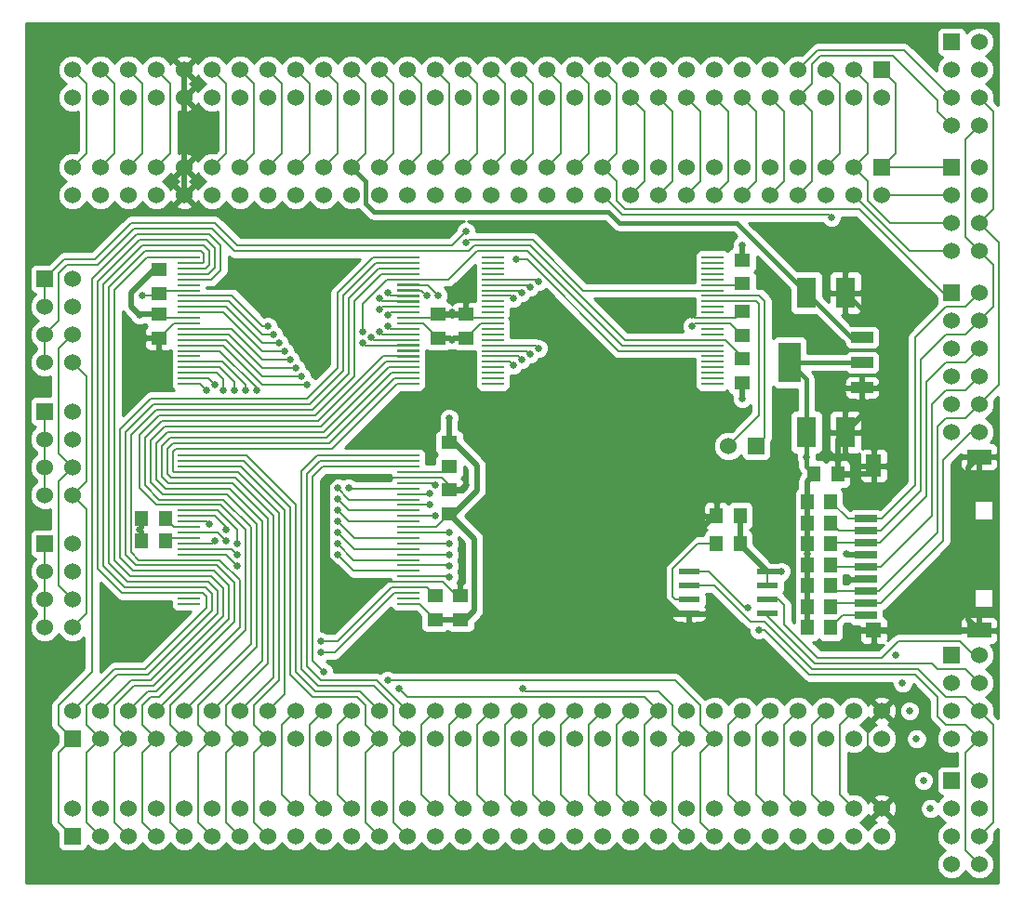
<source format=gtl>
G04 (created by PCBNEW-RS274X (2012-01-19 BZR 3256)-stable) date 01/09/2012 10:31:30*
G01*
G70*
G90*
%MOIN*%
G04 Gerber Fmt 3.4, Leading zero omitted, Abs format*
%FSLAX34Y34*%
G04 APERTURE LIST*
%ADD10C,0.006000*%
%ADD11R,0.060000X0.060000*%
%ADD12C,0.060000*%
%ADD13R,0.078700X0.007800*%
%ADD14R,0.045000X0.055000*%
%ADD15R,0.080000X0.144000*%
%ADD16R,0.080000X0.040000*%
%ADD17R,0.070000X0.110000*%
%ADD18R,0.055000X0.045000*%
%ADD19R,0.086600X0.055100*%
%ADD20R,0.055100X0.078700*%
%ADD21R,0.055100X0.055100*%
%ADD22R,0.078700X0.027600*%
%ADD23R,0.075000X0.020000*%
%ADD24C,0.025000*%
%ADD25C,0.008000*%
%ADD26C,0.015000*%
%ADD27C,0.020000*%
%ADD28C,0.010000*%
G04 APERTURE END LIST*
G54D10*
G54D11*
X12000Y-36000D03*
G54D12*
X12000Y-35000D03*
X17000Y-36000D03*
X13000Y-35000D03*
X18000Y-36000D03*
X14000Y-35000D03*
X19000Y-36000D03*
X15000Y-35000D03*
X20000Y-36000D03*
X16000Y-35000D03*
X21000Y-36000D03*
X17000Y-35000D03*
X22000Y-36000D03*
X18000Y-35000D03*
X23000Y-36000D03*
X19000Y-35000D03*
X24000Y-36000D03*
X20000Y-35000D03*
X25000Y-36000D03*
X21000Y-35000D03*
X26000Y-36000D03*
X22000Y-35000D03*
X27000Y-36000D03*
X23000Y-35000D03*
X24000Y-35000D03*
X28000Y-36000D03*
X25000Y-35000D03*
X27000Y-35000D03*
X28000Y-35000D03*
X29000Y-35000D03*
X30000Y-35000D03*
X29000Y-36000D03*
X30000Y-36000D03*
X13000Y-36000D03*
X14000Y-36000D03*
X15000Y-36000D03*
X16000Y-36000D03*
X31000Y-36000D03*
X31000Y-35000D03*
X26000Y-35000D03*
X32000Y-36000D03*
X32000Y-35000D03*
X33000Y-36000D03*
X33000Y-35000D03*
X34000Y-36000D03*
X34000Y-35000D03*
X35000Y-36000D03*
X35000Y-35000D03*
X36000Y-36000D03*
X36000Y-35000D03*
X37000Y-36000D03*
X37000Y-35000D03*
X38000Y-36000D03*
X38000Y-35000D03*
X39000Y-36000D03*
X39000Y-35000D03*
X40000Y-36000D03*
X40000Y-35000D03*
X41000Y-36000D03*
X41000Y-35000D03*
G54D11*
X41000Y-12000D03*
G54D12*
X41000Y-13000D03*
X36000Y-12000D03*
X40000Y-13000D03*
X35000Y-12000D03*
X39000Y-13000D03*
X34000Y-12000D03*
X38000Y-13000D03*
X33000Y-12000D03*
X37000Y-13000D03*
X32000Y-12000D03*
X36000Y-13000D03*
X31000Y-12000D03*
X35000Y-13000D03*
X30000Y-12000D03*
X34000Y-13000D03*
X29000Y-12000D03*
X33000Y-13000D03*
X28000Y-12000D03*
X32000Y-13000D03*
X27000Y-12000D03*
X31000Y-13000D03*
X26000Y-12000D03*
X30000Y-13000D03*
X29000Y-13000D03*
X25000Y-12000D03*
X28000Y-13000D03*
X26000Y-13000D03*
X25000Y-13000D03*
X24000Y-13000D03*
X23000Y-13000D03*
X24000Y-12000D03*
X23000Y-12000D03*
X40000Y-12000D03*
X39000Y-12000D03*
X38000Y-12000D03*
X37000Y-12000D03*
X22000Y-12000D03*
X22000Y-13000D03*
X27000Y-13000D03*
X21000Y-12000D03*
X21000Y-13000D03*
X20000Y-12000D03*
X20000Y-13000D03*
X19000Y-12000D03*
X19000Y-13000D03*
X18000Y-12000D03*
X18000Y-13000D03*
X17000Y-12000D03*
X17000Y-13000D03*
X16000Y-12000D03*
X16000Y-13000D03*
X15000Y-12000D03*
X15000Y-13000D03*
X14000Y-12000D03*
X14000Y-13000D03*
X13000Y-12000D03*
X13000Y-13000D03*
X12000Y-12000D03*
X12000Y-13000D03*
G54D11*
X12000Y-32500D03*
G54D12*
X12000Y-31500D03*
X17000Y-32500D03*
X13000Y-31500D03*
X18000Y-32500D03*
X14000Y-31500D03*
X19000Y-32500D03*
X15000Y-31500D03*
X20000Y-32500D03*
X16000Y-31500D03*
X21000Y-32500D03*
X17000Y-31500D03*
X22000Y-32500D03*
X18000Y-31500D03*
X23000Y-32500D03*
X19000Y-31500D03*
X24000Y-32500D03*
X20000Y-31500D03*
X25000Y-32500D03*
X21000Y-31500D03*
X26000Y-32500D03*
X22000Y-31500D03*
X27000Y-32500D03*
X23000Y-31500D03*
X24000Y-31500D03*
X28000Y-32500D03*
X25000Y-31500D03*
X27000Y-31500D03*
X28000Y-31500D03*
X29000Y-31500D03*
X30000Y-31500D03*
X29000Y-32500D03*
X30000Y-32500D03*
X13000Y-32500D03*
X14000Y-32500D03*
X15000Y-32500D03*
X16000Y-32500D03*
X31000Y-32500D03*
X31000Y-31500D03*
X26000Y-31500D03*
X32000Y-32500D03*
X32000Y-31500D03*
X33000Y-32500D03*
X33000Y-31500D03*
X34000Y-32500D03*
X34000Y-31500D03*
X35000Y-32500D03*
X35000Y-31500D03*
X36000Y-32500D03*
X36000Y-31500D03*
X37000Y-32500D03*
X37000Y-31500D03*
X38000Y-32500D03*
X38000Y-31500D03*
X39000Y-32500D03*
X39000Y-31500D03*
X40000Y-32500D03*
X40000Y-31500D03*
X41000Y-32500D03*
X41000Y-31500D03*
G54D11*
X41000Y-08500D03*
G54D12*
X41000Y-09500D03*
X36000Y-08500D03*
X40000Y-09500D03*
X35000Y-08500D03*
X39000Y-09500D03*
X34000Y-08500D03*
X38000Y-09500D03*
X33000Y-08500D03*
X37000Y-09500D03*
X32000Y-08500D03*
X36000Y-09500D03*
X31000Y-08500D03*
X35000Y-09500D03*
X30000Y-08500D03*
X34000Y-09500D03*
X29000Y-08500D03*
X33000Y-09500D03*
X28000Y-08500D03*
X32000Y-09500D03*
X27000Y-08500D03*
X31000Y-09500D03*
X26000Y-08500D03*
X30000Y-09500D03*
X29000Y-09500D03*
X25000Y-08500D03*
X28000Y-09500D03*
X26000Y-09500D03*
X25000Y-09500D03*
X24000Y-09500D03*
X23000Y-09500D03*
X24000Y-08500D03*
X23000Y-08500D03*
X40000Y-08500D03*
X39000Y-08500D03*
X38000Y-08500D03*
X37000Y-08500D03*
X22000Y-08500D03*
X22000Y-09500D03*
X27000Y-09500D03*
X21000Y-08500D03*
X21000Y-09500D03*
X20000Y-08500D03*
X20000Y-09500D03*
X19000Y-08500D03*
X19000Y-09500D03*
X18000Y-08500D03*
X18000Y-09500D03*
X17000Y-08500D03*
X17000Y-09500D03*
X16000Y-08500D03*
X16000Y-09500D03*
X15000Y-08500D03*
X15000Y-09500D03*
X14000Y-08500D03*
X14000Y-09500D03*
X13000Y-08500D03*
X13000Y-09500D03*
X12000Y-08500D03*
X12000Y-09500D03*
G54D13*
X24037Y-26870D03*
X24037Y-26673D03*
X24037Y-26476D03*
X24037Y-26280D03*
X24037Y-26083D03*
X24037Y-25886D03*
X24037Y-25689D03*
X24037Y-25492D03*
X24037Y-25295D03*
X24037Y-25098D03*
X24037Y-24902D03*
X24037Y-24705D03*
X24037Y-24508D03*
X24037Y-24311D03*
X24037Y-24114D03*
X24037Y-23917D03*
X24037Y-23720D03*
X24037Y-23524D03*
X24037Y-23327D03*
X24037Y-23130D03*
X24037Y-22933D03*
X24037Y-22736D03*
X24037Y-22539D03*
X24037Y-22343D03*
X16163Y-22343D03*
X16163Y-22539D03*
X16163Y-22736D03*
X16163Y-22933D03*
X16163Y-23130D03*
X16163Y-23327D03*
X16163Y-23524D03*
X16163Y-23720D03*
X16163Y-23917D03*
X16163Y-24114D03*
X16163Y-24311D03*
X16163Y-24508D03*
X16163Y-24705D03*
X16163Y-24902D03*
X16163Y-25098D03*
X16163Y-25295D03*
X16163Y-25492D03*
X16163Y-25689D03*
X16163Y-25886D03*
X16163Y-26083D03*
X16163Y-26280D03*
X16163Y-26476D03*
X16163Y-26673D03*
X16163Y-26870D03*
X16163Y-27067D03*
X16163Y-27264D03*
X16163Y-27461D03*
X16163Y-27657D03*
X24037Y-27067D03*
X24037Y-27264D03*
X24037Y-27461D03*
X24037Y-27657D03*
X27063Y-15630D03*
X27063Y-15827D03*
X27063Y-16024D03*
X27063Y-16220D03*
X27063Y-16417D03*
X27063Y-16614D03*
X27063Y-16811D03*
X27063Y-17008D03*
X27063Y-17205D03*
X27063Y-17402D03*
X27063Y-17598D03*
X27063Y-17795D03*
X27063Y-17992D03*
X27063Y-18189D03*
X27063Y-18386D03*
X27063Y-18583D03*
X27063Y-18780D03*
X27063Y-18976D03*
X27063Y-19173D03*
X27063Y-19370D03*
X27063Y-19567D03*
X27063Y-19764D03*
X34937Y-19764D03*
X34937Y-19567D03*
X34937Y-19370D03*
X34937Y-19173D03*
X34937Y-18976D03*
X34937Y-18780D03*
X34937Y-18583D03*
X34937Y-18386D03*
X34937Y-18189D03*
X34937Y-17992D03*
X34937Y-17795D03*
X34937Y-17598D03*
X34937Y-17402D03*
X34937Y-17205D03*
X34937Y-17008D03*
X34937Y-16811D03*
X34937Y-16614D03*
X34937Y-16417D03*
X34937Y-16220D03*
X34937Y-16024D03*
X34937Y-15827D03*
X34937Y-15630D03*
X34937Y-15433D03*
X34937Y-15236D03*
X27063Y-15433D03*
X27063Y-15236D03*
G54D14*
X39175Y-24750D03*
X38325Y-24750D03*
X39175Y-27750D03*
X38325Y-27750D03*
X39175Y-27000D03*
X38325Y-27000D03*
X39175Y-26250D03*
X38325Y-26250D03*
X39175Y-25500D03*
X38325Y-25500D03*
X39175Y-24000D03*
X38325Y-24000D03*
X39175Y-28500D03*
X38325Y-28500D03*
G54D11*
X43500Y-16500D03*
G54D12*
X44500Y-16500D03*
X43500Y-17500D03*
X44500Y-17500D03*
X43500Y-18500D03*
X44500Y-18500D03*
X43500Y-19500D03*
X44500Y-19500D03*
X43500Y-20500D03*
X44500Y-20500D03*
X43500Y-21500D03*
X44500Y-21500D03*
G54D11*
X43500Y-12000D03*
G54D12*
X44500Y-12000D03*
X43500Y-13000D03*
X44500Y-13000D03*
X43500Y-14000D03*
X44500Y-14000D03*
X43500Y-15000D03*
X44500Y-15000D03*
G54D11*
X43500Y-07500D03*
G54D12*
X44500Y-07500D03*
X43500Y-08500D03*
X44500Y-08500D03*
X43500Y-09500D03*
X44500Y-09500D03*
X43500Y-10500D03*
X44500Y-10500D03*
G54D15*
X37700Y-19000D03*
G54D16*
X40300Y-19000D03*
X40300Y-18100D03*
X40300Y-19900D03*
G54D17*
X39700Y-16500D03*
X38300Y-16500D03*
X39700Y-21500D03*
X38300Y-21500D03*
G54D18*
X25100Y-18125D03*
X25100Y-17275D03*
X36000Y-18025D03*
X36000Y-17175D03*
X26100Y-18125D03*
X26100Y-17275D03*
G54D14*
X35075Y-24500D03*
X35925Y-24500D03*
G54D18*
X25900Y-28225D03*
X25900Y-27375D03*
X15100Y-17275D03*
X15100Y-18125D03*
X25000Y-28225D03*
X25000Y-27375D03*
G54D14*
X14475Y-24600D03*
X15325Y-24600D03*
G54D18*
X25500Y-21875D03*
X25500Y-22725D03*
X36000Y-15325D03*
X36000Y-16175D03*
X25500Y-24425D03*
X25500Y-23575D03*
G54D10*
G36*
X23644Y-19331D02*
X24430Y-19331D01*
X24430Y-19409D01*
X23644Y-19409D01*
X23644Y-19331D01*
X23644Y-19331D01*
G37*
G36*
X23644Y-19134D02*
X24430Y-19134D01*
X24430Y-19212D01*
X23644Y-19212D01*
X23644Y-19134D01*
X23644Y-19134D01*
G37*
G36*
X23644Y-18937D02*
X24430Y-18937D01*
X24430Y-19015D01*
X23644Y-19015D01*
X23644Y-18937D01*
X23644Y-18937D01*
G37*
G36*
X23644Y-18741D02*
X24430Y-18741D01*
X24430Y-18819D01*
X23644Y-18819D01*
X23644Y-18741D01*
X23644Y-18741D01*
G37*
G36*
X23644Y-18544D02*
X24430Y-18544D01*
X24430Y-18622D01*
X23644Y-18622D01*
X23644Y-18544D01*
X23644Y-18544D01*
G37*
G36*
X23644Y-18347D02*
X24430Y-18347D01*
X24430Y-18425D01*
X23644Y-18425D01*
X23644Y-18347D01*
X23644Y-18347D01*
G37*
G36*
X23644Y-18150D02*
X24430Y-18150D01*
X24430Y-18228D01*
X23644Y-18228D01*
X23644Y-18150D01*
X23644Y-18150D01*
G37*
G36*
X23644Y-17953D02*
X24430Y-17953D01*
X24430Y-18031D01*
X23644Y-18031D01*
X23644Y-17953D01*
X23644Y-17953D01*
G37*
G36*
X23644Y-17756D02*
X24430Y-17756D01*
X24430Y-17834D01*
X23644Y-17834D01*
X23644Y-17756D01*
X23644Y-17756D01*
G37*
G36*
X23644Y-17559D02*
X24430Y-17559D01*
X24430Y-17637D01*
X23644Y-17637D01*
X23644Y-17559D01*
X23644Y-17559D01*
G37*
G36*
X23644Y-17363D02*
X24430Y-17363D01*
X24430Y-17441D01*
X23644Y-17441D01*
X23644Y-17363D01*
X23644Y-17363D01*
G37*
G36*
X23644Y-17166D02*
X24430Y-17166D01*
X24430Y-17244D01*
X23644Y-17244D01*
X23644Y-17166D01*
X23644Y-17166D01*
G37*
G36*
X23644Y-16969D02*
X24430Y-16969D01*
X24430Y-17047D01*
X23644Y-17047D01*
X23644Y-16969D01*
X23644Y-16969D01*
G37*
G36*
X23644Y-16772D02*
X24430Y-16772D01*
X24430Y-16850D01*
X23644Y-16850D01*
X23644Y-16772D01*
X23644Y-16772D01*
G37*
G36*
X23644Y-16575D02*
X24430Y-16575D01*
X24430Y-16653D01*
X23644Y-16653D01*
X23644Y-16575D01*
X23644Y-16575D01*
G37*
G36*
X23644Y-16378D02*
X24430Y-16378D01*
X24430Y-16456D01*
X23644Y-16456D01*
X23644Y-16378D01*
X23644Y-16378D01*
G37*
G36*
X23644Y-16181D02*
X24430Y-16181D01*
X24430Y-16259D01*
X23644Y-16259D01*
X23644Y-16181D01*
X23644Y-16181D01*
G37*
G36*
X23644Y-15985D02*
X24430Y-15985D01*
X24430Y-16063D01*
X23644Y-16063D01*
X23644Y-15985D01*
X23644Y-15985D01*
G37*
G36*
X23644Y-15788D02*
X24430Y-15788D01*
X24430Y-15866D01*
X23644Y-15866D01*
X23644Y-15788D01*
X23644Y-15788D01*
G37*
G36*
X23644Y-15591D02*
X24430Y-15591D01*
X24430Y-15669D01*
X23644Y-15669D01*
X23644Y-15591D01*
X23644Y-15591D01*
G37*
G36*
X23644Y-15394D02*
X24430Y-15394D01*
X24430Y-15472D01*
X23644Y-15472D01*
X23644Y-15394D01*
X23644Y-15394D01*
G37*
G36*
X23644Y-15197D02*
X24430Y-15197D01*
X24430Y-15275D01*
X23644Y-15275D01*
X23644Y-15197D01*
X23644Y-15197D01*
G37*
G54D13*
X16163Y-15236D03*
X16163Y-15433D03*
X16163Y-15630D03*
X16163Y-15827D03*
X16163Y-16024D03*
X16163Y-16220D03*
X16163Y-16417D03*
X16163Y-16614D03*
X16163Y-16811D03*
X16163Y-17008D03*
X16163Y-17205D03*
X16163Y-17402D03*
X16163Y-17598D03*
X16163Y-17795D03*
X16163Y-17992D03*
X16163Y-18189D03*
X16163Y-18386D03*
X16163Y-18583D03*
X16163Y-18780D03*
X16163Y-18976D03*
X16163Y-19173D03*
X16163Y-19370D03*
G54D10*
G36*
X15770Y-19528D02*
X16556Y-19528D01*
X16556Y-19606D01*
X15770Y-19606D01*
X15770Y-19528D01*
X15770Y-19528D01*
G37*
G36*
X15770Y-19725D02*
X16556Y-19725D01*
X16556Y-19803D01*
X15770Y-19803D01*
X15770Y-19725D01*
X15770Y-19725D01*
G37*
G36*
X23644Y-19528D02*
X24430Y-19528D01*
X24430Y-19606D01*
X23644Y-19606D01*
X23644Y-19528D01*
X23644Y-19528D01*
G37*
G36*
X23644Y-19725D02*
X24430Y-19725D01*
X24430Y-19803D01*
X23644Y-19803D01*
X23644Y-19725D01*
X23644Y-19725D01*
G37*
G54D14*
X39425Y-23000D03*
X38575Y-23000D03*
X14475Y-25400D03*
X15325Y-25400D03*
G54D18*
X15100Y-15675D03*
X15100Y-16525D03*
X36000Y-19725D03*
X36000Y-18875D03*
G54D11*
X11000Y-25500D03*
G54D12*
X12000Y-25500D03*
X11000Y-26500D03*
X12000Y-26500D03*
X11000Y-27500D03*
X12000Y-27500D03*
X11000Y-28500D03*
X12000Y-28500D03*
G54D11*
X11000Y-20750D03*
G54D12*
X12000Y-20750D03*
X11000Y-21750D03*
X12000Y-21750D03*
X11000Y-22750D03*
X12000Y-22750D03*
X11000Y-23750D03*
X12000Y-23750D03*
G54D11*
X11000Y-16000D03*
G54D12*
X12000Y-16000D03*
X11000Y-17000D03*
X12000Y-17000D03*
X11000Y-18000D03*
X12000Y-18000D03*
X11000Y-19000D03*
X12000Y-19000D03*
G54D11*
X43500Y-34000D03*
G54D12*
X44500Y-34000D03*
X43500Y-35000D03*
X44500Y-35000D03*
X43500Y-36000D03*
X44500Y-36000D03*
X43500Y-37000D03*
X44500Y-37000D03*
G54D11*
X43500Y-29500D03*
G54D12*
X44500Y-29500D03*
X43500Y-30500D03*
X44500Y-30500D03*
X43500Y-31500D03*
X44500Y-31500D03*
X43500Y-32500D03*
X44500Y-32500D03*
G54D11*
X36500Y-22000D03*
G54D12*
X35500Y-22000D03*
G54D19*
X44488Y-28610D03*
X44488Y-22390D03*
G54D20*
X40709Y-22705D03*
G54D21*
X40709Y-28610D03*
G54D22*
X40433Y-28079D03*
X40433Y-27646D03*
X40433Y-27213D03*
X40433Y-26780D03*
X40433Y-26346D03*
X40433Y-25913D03*
X40433Y-25480D03*
X40433Y-25047D03*
X40433Y-24614D03*
G54D23*
X36900Y-26500D03*
X36900Y-27000D03*
X36900Y-27500D03*
X36900Y-28000D03*
X34100Y-28000D03*
X34100Y-27500D03*
X34100Y-27000D03*
X34100Y-26500D03*
G54D14*
X35925Y-25500D03*
X35075Y-25500D03*
G54D24*
X36200Y-27800D03*
X36600Y-28600D03*
X20900Y-29400D03*
X16800Y-20000D03*
X21000Y-30100D03*
X17100Y-19800D03*
X17400Y-20000D03*
X17900Y-26300D03*
X17800Y-20000D03*
X17900Y-25900D03*
X18200Y-20000D03*
X17900Y-25500D03*
X17500Y-25000D03*
X17500Y-25400D03*
X28700Y-16100D03*
X21500Y-25900D03*
X19000Y-17700D03*
X19200Y-18000D03*
X21500Y-25500D03*
X28400Y-16300D03*
X25500Y-25500D03*
X23000Y-17900D03*
X23300Y-17700D03*
X25500Y-25100D03*
X25000Y-24500D03*
X23300Y-17300D03*
X24800Y-24100D03*
X23000Y-17100D03*
X24800Y-23700D03*
X23000Y-16700D03*
X23300Y-16500D03*
X25000Y-23400D03*
X28100Y-16500D03*
X21500Y-25100D03*
X19400Y-18300D03*
X27800Y-16700D03*
X19600Y-18600D03*
X21500Y-24700D03*
X21500Y-24300D03*
X19800Y-18900D03*
X28700Y-18500D03*
X28400Y-18700D03*
X21500Y-23900D03*
X20000Y-19200D03*
X28100Y-18900D03*
X21500Y-23500D03*
X20200Y-19500D03*
X20400Y-19800D03*
X27800Y-19100D03*
X21900Y-23500D03*
X22400Y-18300D03*
X25500Y-26300D03*
X22700Y-18100D03*
X25500Y-25900D03*
X26100Y-14300D03*
X27900Y-15300D03*
X24700Y-16600D03*
X28150Y-30700D03*
X22400Y-17900D03*
X25500Y-26700D03*
X20900Y-29000D03*
X25100Y-16600D03*
X23300Y-30400D03*
X17100Y-25400D03*
X18600Y-20000D03*
X23700Y-30700D03*
X16900Y-24800D03*
X26100Y-14700D03*
X14500Y-16600D03*
X39200Y-13800D03*
X42750Y-35000D03*
X42500Y-34000D03*
X42000Y-31500D03*
X41750Y-30500D03*
X42250Y-32500D03*
X41500Y-29500D03*
X39725Y-25875D03*
X38300Y-22400D03*
X38325Y-25875D03*
X21100Y-18800D03*
X40300Y-20600D03*
X25600Y-17200D03*
X18200Y-15900D03*
X15100Y-18700D03*
X39800Y-26800D03*
X14000Y-29500D03*
X34200Y-17300D03*
X32400Y-15500D03*
X26100Y-23400D03*
X40100Y-28600D03*
X25500Y-21000D03*
X14400Y-17300D03*
X14400Y-25000D03*
X25600Y-18200D03*
X37400Y-26500D03*
X34200Y-17700D03*
X36000Y-14800D03*
X36000Y-20300D03*
G54D25*
X22000Y-08500D02*
X22500Y-09000D01*
G54D26*
X35800Y-14000D02*
X31600Y-14000D01*
X22500Y-13300D02*
X22800Y-13600D01*
X31600Y-14000D02*
X31200Y-13600D01*
X22500Y-12500D02*
X22500Y-13300D01*
G54D25*
X22500Y-11500D02*
X22000Y-12000D01*
G54D26*
X40300Y-18100D02*
X39900Y-18100D01*
X39900Y-18100D02*
X38300Y-16500D01*
G54D25*
X22500Y-09000D02*
X22500Y-11500D01*
G54D26*
X22800Y-13600D02*
X31200Y-13600D01*
X38300Y-16500D02*
X35800Y-14000D01*
X22500Y-12500D02*
X22000Y-12000D01*
G54D25*
X12500Y-09000D02*
X12500Y-11500D01*
X12000Y-08500D02*
X12500Y-09000D01*
X12500Y-11500D02*
X12000Y-12000D01*
X14500Y-09000D02*
X14500Y-11500D01*
X14500Y-11500D02*
X14000Y-12000D01*
X14000Y-08500D02*
X14500Y-09000D01*
X13500Y-11500D02*
X13000Y-12000D01*
X13000Y-08500D02*
X13500Y-09000D01*
X13500Y-09000D02*
X13500Y-11500D01*
X27000Y-08500D02*
X27500Y-09000D01*
X27500Y-11500D02*
X27000Y-12000D01*
X27500Y-09000D02*
X27500Y-11500D01*
X15500Y-11500D02*
X15000Y-12000D01*
X15500Y-09000D02*
X15500Y-11500D01*
X15000Y-08500D02*
X15500Y-09000D01*
X44500Y-31500D02*
X45000Y-32000D01*
X45000Y-35500D02*
X44500Y-36000D01*
X36800Y-28300D02*
X36300Y-28300D01*
X44000Y-31000D02*
X43300Y-31000D01*
X38500Y-30000D02*
X36800Y-28300D01*
X45000Y-32000D02*
X45000Y-35500D01*
X38500Y-30000D02*
X42300Y-30000D01*
X42300Y-30000D02*
X43300Y-31000D01*
X35000Y-27000D02*
X34100Y-27000D01*
X36300Y-28300D02*
X35000Y-27000D01*
X44500Y-31500D02*
X44000Y-31000D01*
X38600Y-29800D02*
X36900Y-28100D01*
X38600Y-29800D02*
X42800Y-29800D01*
X44000Y-30000D02*
X43000Y-30000D01*
X36900Y-28000D02*
X36900Y-28100D01*
X44000Y-30000D02*
X44500Y-30500D01*
X42800Y-29800D02*
X43000Y-30000D01*
X43300Y-32000D02*
X43000Y-31700D01*
X44500Y-32500D02*
X44000Y-32000D01*
X43000Y-31000D02*
X43000Y-31700D01*
X38400Y-30200D02*
X36800Y-28600D01*
X44000Y-32000D02*
X43300Y-32000D01*
X42200Y-30200D02*
X38400Y-30200D01*
X44000Y-36500D02*
X44500Y-37000D01*
X44500Y-32500D02*
X44000Y-33000D01*
X44000Y-33000D02*
X44000Y-36500D01*
X34800Y-26500D02*
X36100Y-27800D01*
X36100Y-27800D02*
X36200Y-27800D01*
X36600Y-28600D02*
X36800Y-28600D01*
X34100Y-26500D02*
X34800Y-26500D01*
X43000Y-31000D02*
X42200Y-30200D01*
X41000Y-29600D02*
X41600Y-29000D01*
X37500Y-28400D02*
X37500Y-27700D01*
X37500Y-27700D02*
X37300Y-27500D01*
X37300Y-27500D02*
X36900Y-27500D01*
X44500Y-29500D02*
X44300Y-29500D01*
X37500Y-28400D02*
X38700Y-29600D01*
X44300Y-29500D02*
X43800Y-29000D01*
X38700Y-29600D02*
X41000Y-29600D01*
X43800Y-29000D02*
X41600Y-29000D01*
X11500Y-32000D02*
X12000Y-32500D01*
X21400Y-29400D02*
X20900Y-29400D01*
X12700Y-30100D02*
X11500Y-31300D01*
X24037Y-27264D02*
X23536Y-27264D01*
X11500Y-35500D02*
X12000Y-36000D01*
X17300Y-14800D02*
X16900Y-14400D01*
X12000Y-32500D02*
X11500Y-33000D01*
X23536Y-27264D02*
X21400Y-29400D01*
X12700Y-16000D02*
X12700Y-30100D01*
X17300Y-15700D02*
X17300Y-14800D01*
X16900Y-14400D02*
X14300Y-14400D01*
X11500Y-31300D02*
X11500Y-32000D01*
X16163Y-16024D02*
X16976Y-16024D01*
X14300Y-14400D02*
X12700Y-16000D01*
X16976Y-16024D02*
X17300Y-15700D01*
X11500Y-33000D02*
X11500Y-35500D01*
X17100Y-14900D02*
X16800Y-14600D01*
X14600Y-30000D02*
X13500Y-30000D01*
X16800Y-14600D02*
X14400Y-14600D01*
X16664Y-27264D02*
X16800Y-27400D01*
X16873Y-15827D02*
X17100Y-15600D01*
X12900Y-26400D02*
X13764Y-27264D01*
X13764Y-27264D02*
X16163Y-27264D01*
X16800Y-27400D02*
X16800Y-27800D01*
X16163Y-27264D02*
X16664Y-27264D01*
X16800Y-27800D02*
X14600Y-30000D01*
X16163Y-15827D02*
X16873Y-15827D01*
X13500Y-30000D02*
X12000Y-31500D01*
X17100Y-15600D02*
X17100Y-14900D01*
X12900Y-16100D02*
X12900Y-26400D01*
X14400Y-14600D02*
X12900Y-16100D01*
X18600Y-24800D02*
X18600Y-29200D01*
X16500Y-33000D02*
X16500Y-35500D01*
X16163Y-23720D02*
X17520Y-23720D01*
X20900Y-21300D02*
X23224Y-18976D01*
X16163Y-23720D02*
X15220Y-23720D01*
X14800Y-21800D02*
X15300Y-21300D01*
X14800Y-23300D02*
X14800Y-21800D01*
X23224Y-18976D02*
X24037Y-18976D01*
X16500Y-35500D02*
X17000Y-36000D01*
X15220Y-23720D02*
X14800Y-23300D01*
X17520Y-23720D02*
X18600Y-24800D01*
X16500Y-32000D02*
X17000Y-32500D01*
X18600Y-29200D02*
X16500Y-31300D01*
X16500Y-32000D02*
X16500Y-31300D01*
X17000Y-32500D02*
X16500Y-33000D01*
X15300Y-21300D02*
X20900Y-21300D01*
X17000Y-31500D02*
X18800Y-29700D01*
X23327Y-19173D02*
X21000Y-21500D01*
X17624Y-23524D02*
X18800Y-24700D01*
X15324Y-23524D02*
X16163Y-23524D01*
X16163Y-23524D02*
X17624Y-23524D01*
X21000Y-21500D02*
X15400Y-21500D01*
X15000Y-23200D02*
X15324Y-23524D01*
X24037Y-19173D02*
X23327Y-19173D01*
X18800Y-24700D02*
X18800Y-29700D01*
X15400Y-21500D02*
X15000Y-21900D01*
X15000Y-21900D02*
X15000Y-23200D01*
X17500Y-32000D02*
X18000Y-32500D01*
X23430Y-19370D02*
X24037Y-19370D01*
X15500Y-21700D02*
X21100Y-21700D01*
X15200Y-23100D02*
X15200Y-22000D01*
X15427Y-23327D02*
X15200Y-23100D01*
X17500Y-31300D02*
X17500Y-32000D01*
X19000Y-24600D02*
X19000Y-29800D01*
X17727Y-23327D02*
X19000Y-24600D01*
X18000Y-32500D02*
X17500Y-33000D01*
X19000Y-29800D02*
X17500Y-31300D01*
X16163Y-23327D02*
X15427Y-23327D01*
X15200Y-22000D02*
X15500Y-21700D01*
X17500Y-33000D02*
X17500Y-35500D01*
X16163Y-23327D02*
X17727Y-23327D01*
X17500Y-35500D02*
X18000Y-36000D01*
X21100Y-21700D02*
X23430Y-19370D01*
X17830Y-23130D02*
X16163Y-23130D01*
X15400Y-22100D02*
X15400Y-23000D01*
X15530Y-23130D02*
X16163Y-23130D01*
X24037Y-19567D02*
X23533Y-19567D01*
X17830Y-23130D02*
X19200Y-24500D01*
X21200Y-21900D02*
X15600Y-21900D01*
X23533Y-19567D02*
X21200Y-21900D01*
X15600Y-21900D02*
X15400Y-22100D01*
X19200Y-30300D02*
X19200Y-24500D01*
X18000Y-31500D02*
X19200Y-30300D01*
X15400Y-23000D02*
X15530Y-23130D01*
X18500Y-32000D02*
X19000Y-32500D01*
X19000Y-32500D02*
X18500Y-33000D01*
X19400Y-24400D02*
X19400Y-30400D01*
X17933Y-22933D02*
X19400Y-24400D01*
X21300Y-22100D02*
X23636Y-19764D01*
X16163Y-22933D02*
X15633Y-22933D01*
X18500Y-33000D02*
X18500Y-35500D01*
X15600Y-22200D02*
X15700Y-22100D01*
X23636Y-19764D02*
X24037Y-19764D01*
X15700Y-22100D02*
X21300Y-22100D01*
X15633Y-22933D02*
X15600Y-22900D01*
X18500Y-35500D02*
X19000Y-36000D01*
X15600Y-22900D02*
X15600Y-22200D01*
X16163Y-22933D02*
X17933Y-22933D01*
X19400Y-30400D02*
X18500Y-31300D01*
X18500Y-31300D02*
X18500Y-32000D01*
X19600Y-24300D02*
X18036Y-22736D01*
X16564Y-19764D02*
X16800Y-20000D01*
X19600Y-30900D02*
X19600Y-24300D01*
X19000Y-31500D02*
X19600Y-30900D01*
X18036Y-22736D02*
X16163Y-22736D01*
X16163Y-19764D02*
X16564Y-19764D01*
X16163Y-19567D02*
X16867Y-19567D01*
X20964Y-22736D02*
X24037Y-22736D01*
X20964Y-22736D02*
X20600Y-23100D01*
X16867Y-19567D02*
X17100Y-19800D01*
X20600Y-23100D02*
X20600Y-29700D01*
X21000Y-30100D02*
X20600Y-29700D01*
X17170Y-19370D02*
X17400Y-19600D01*
X17400Y-19600D02*
X17400Y-20000D01*
X17486Y-25886D02*
X17900Y-26300D01*
X16163Y-25886D02*
X17486Y-25886D01*
X20000Y-31500D02*
X19500Y-32000D01*
X16163Y-19370D02*
X17170Y-19370D01*
X19500Y-32000D02*
X19500Y-34500D01*
X19500Y-34500D02*
X20000Y-35000D01*
X16163Y-19173D02*
X17273Y-19173D01*
X17689Y-25689D02*
X17900Y-25900D01*
X17800Y-20000D02*
X17800Y-19700D01*
X17273Y-19173D02*
X17800Y-19700D01*
X16163Y-25689D02*
X17689Y-25689D01*
X17211Y-24311D02*
X17900Y-25000D01*
X16163Y-18976D02*
X17376Y-18976D01*
X18200Y-20000D02*
X18200Y-19800D01*
X20500Y-34500D02*
X21000Y-35000D01*
X17900Y-25000D02*
X17900Y-25500D01*
X16163Y-24311D02*
X17211Y-24311D01*
X17376Y-18976D02*
X18200Y-19800D01*
X21000Y-31500D02*
X20500Y-32000D01*
X20500Y-32000D02*
X20500Y-34500D01*
X16900Y-15500D02*
X16770Y-15630D01*
X12500Y-35500D02*
X13000Y-36000D01*
X16900Y-15000D02*
X16900Y-15500D01*
X12500Y-31300D02*
X13600Y-30200D01*
X16163Y-27067D02*
X16767Y-27067D01*
X13100Y-16200D02*
X14500Y-14800D01*
X14500Y-14800D02*
X16700Y-14800D01*
X16700Y-14800D02*
X16900Y-15000D01*
X13000Y-32500D02*
X12500Y-32000D01*
X17000Y-27300D02*
X17000Y-27900D01*
X16767Y-27067D02*
X17000Y-27300D01*
X13867Y-27067D02*
X13100Y-26300D01*
X12500Y-32000D02*
X12500Y-31300D01*
X14700Y-30200D02*
X17000Y-27900D01*
X13000Y-32500D02*
X12500Y-33000D01*
X12500Y-33000D02*
X12500Y-35500D01*
X16163Y-27067D02*
X13867Y-27067D01*
X13600Y-30200D02*
X14700Y-30200D01*
X13100Y-26300D02*
X13100Y-16200D01*
X16770Y-15630D02*
X16163Y-15630D01*
X17500Y-24900D02*
X17500Y-25000D01*
X16163Y-24508D02*
X17108Y-24508D01*
X17108Y-24508D02*
X17500Y-24900D01*
X21500Y-32000D02*
X21500Y-34500D01*
X16163Y-25098D02*
X17198Y-25098D01*
X21500Y-34500D02*
X22000Y-35000D01*
X17198Y-25098D02*
X17500Y-25400D01*
X22000Y-31500D02*
X21500Y-32000D01*
X18139Y-22539D02*
X19800Y-24200D01*
X23000Y-32500D02*
X22500Y-33000D01*
X22200Y-31000D02*
X22500Y-31300D01*
X20600Y-31000D02*
X22200Y-31000D01*
X22500Y-35500D02*
X23000Y-36000D01*
X23000Y-32500D02*
X22500Y-32000D01*
X19800Y-24200D02*
X19800Y-30200D01*
X19800Y-30200D02*
X20600Y-31000D01*
X22500Y-31300D02*
X22500Y-32000D01*
X22500Y-33000D02*
X22500Y-35500D01*
X18139Y-22539D02*
X16163Y-22539D01*
X20700Y-30800D02*
X22300Y-30800D01*
X22300Y-30800D02*
X23000Y-31500D01*
X18243Y-22343D02*
X20000Y-24100D01*
X16163Y-22343D02*
X18243Y-22343D01*
X20000Y-30100D02*
X20700Y-30800D01*
X20000Y-24100D02*
X20000Y-30100D01*
X23500Y-32000D02*
X24000Y-32500D01*
X23500Y-31300D02*
X23500Y-32000D01*
X24037Y-22343D02*
X20757Y-22343D01*
X20200Y-22900D02*
X20200Y-30000D01*
X20800Y-30600D02*
X22800Y-30600D01*
X20200Y-30000D02*
X20800Y-30600D01*
X20757Y-22343D02*
X20200Y-22900D01*
X24000Y-32500D02*
X23500Y-33000D01*
X23500Y-33000D02*
X23500Y-35500D01*
X22800Y-30600D02*
X23500Y-31300D01*
X23500Y-35500D02*
X24000Y-36000D01*
X20400Y-23000D02*
X20400Y-29900D01*
X20400Y-29900D02*
X20900Y-30400D01*
X24037Y-22539D02*
X20861Y-22539D01*
X22900Y-30400D02*
X24000Y-31500D01*
X20900Y-30400D02*
X22900Y-30400D01*
X20861Y-22539D02*
X20400Y-23000D01*
X17200Y-27200D02*
X17200Y-28000D01*
X13300Y-16300D02*
X13300Y-26200D01*
X14800Y-30400D02*
X17200Y-28000D01*
X13000Y-31500D02*
X14100Y-30400D01*
X13970Y-26870D02*
X16163Y-26870D01*
X13300Y-26200D02*
X13970Y-26870D01*
X14100Y-30400D02*
X14800Y-30400D01*
X14600Y-15000D02*
X13300Y-16300D01*
X16700Y-15100D02*
X16600Y-15000D01*
X16667Y-15433D02*
X16700Y-15400D01*
X16600Y-15000D02*
X14600Y-15000D01*
X16870Y-26870D02*
X17200Y-27200D01*
X16163Y-15433D02*
X16667Y-15433D01*
X16700Y-15400D02*
X16700Y-15100D01*
X16163Y-26870D02*
X16870Y-26870D01*
X14900Y-30600D02*
X17400Y-28100D01*
X16163Y-26673D02*
X16973Y-26673D01*
X14664Y-15236D02*
X16163Y-15236D01*
X13500Y-33000D02*
X13500Y-35500D01*
X14073Y-26673D02*
X13500Y-26100D01*
X16973Y-26673D02*
X17400Y-27100D01*
X14664Y-15236D02*
X13500Y-16400D01*
X14200Y-30600D02*
X14900Y-30600D01*
X13500Y-16400D02*
X13500Y-26100D01*
X16163Y-26673D02*
X14073Y-26673D01*
X13500Y-35500D02*
X14000Y-36000D01*
X14000Y-32500D02*
X13500Y-33000D01*
X17400Y-27100D02*
X17400Y-28100D01*
X14000Y-32500D02*
X13500Y-32000D01*
X13500Y-32000D02*
X13500Y-31300D01*
X13500Y-31300D02*
X14200Y-30600D01*
X15000Y-30800D02*
X17600Y-28200D01*
X21500Y-19200D02*
X20400Y-20300D01*
X17600Y-27000D02*
X17600Y-28200D01*
X17076Y-26476D02*
X17600Y-27000D01*
X24037Y-15236D02*
X22764Y-15236D01*
X21500Y-16500D02*
X21500Y-19200D01*
X20400Y-20300D02*
X14800Y-20300D01*
X16163Y-26476D02*
X17076Y-26476D01*
X14700Y-30800D02*
X15000Y-30800D01*
X13700Y-21400D02*
X14800Y-20300D01*
X14000Y-31500D02*
X14700Y-30800D01*
X14176Y-26476D02*
X16163Y-26476D01*
X13700Y-26000D02*
X14176Y-26476D01*
X22764Y-15236D02*
X21500Y-16500D01*
X13700Y-26000D02*
X13700Y-21400D01*
X15100Y-31000D02*
X17800Y-28300D01*
X14280Y-26280D02*
X13900Y-25900D01*
X14500Y-33000D02*
X14500Y-35500D01*
X14500Y-31300D02*
X14500Y-32000D01*
X14500Y-35500D02*
X15000Y-36000D01*
X22867Y-15433D02*
X24037Y-15433D01*
X16163Y-26280D02*
X17180Y-26280D01*
X17800Y-26900D02*
X17800Y-28300D01*
X16163Y-26280D02*
X14280Y-26280D01*
X13900Y-21500D02*
X14900Y-20500D01*
X15000Y-32500D02*
X14500Y-33000D01*
X21700Y-19300D02*
X21700Y-16600D01*
X15000Y-32500D02*
X14500Y-32000D01*
X13900Y-25900D02*
X13900Y-21500D01*
X14900Y-20500D02*
X20500Y-20500D01*
X14500Y-31300D02*
X14800Y-31000D01*
X21700Y-16600D02*
X22867Y-15433D01*
X20500Y-20500D02*
X21700Y-19300D01*
X17180Y-26280D02*
X17800Y-26900D01*
X14800Y-31000D02*
X15100Y-31000D01*
X20600Y-20700D02*
X15000Y-20700D01*
X16163Y-26083D02*
X17283Y-26083D01*
X21900Y-19400D02*
X20600Y-20700D01*
X22970Y-15630D02*
X21900Y-16700D01*
X14100Y-25800D02*
X14383Y-26083D01*
X18000Y-26800D02*
X18000Y-28500D01*
X14100Y-25800D02*
X14100Y-21600D01*
X17283Y-26083D02*
X18000Y-26800D01*
X14383Y-26083D02*
X16163Y-26083D01*
X24037Y-15630D02*
X22970Y-15630D01*
X21900Y-16700D02*
X21900Y-19400D01*
X14100Y-21600D02*
X15000Y-20700D01*
X15000Y-31500D02*
X18000Y-28500D01*
X18200Y-28600D02*
X18200Y-25000D01*
X15500Y-35500D02*
X16000Y-36000D01*
X18200Y-25000D02*
X17314Y-24114D01*
X17314Y-24114D02*
X16163Y-24114D01*
X15014Y-24114D02*
X14400Y-23500D01*
X22100Y-19500D02*
X22100Y-16800D01*
X18200Y-28600D02*
X15500Y-31300D01*
X23073Y-15827D02*
X24037Y-15827D01*
X15500Y-32000D02*
X15500Y-31300D01*
X20700Y-20900D02*
X22100Y-19500D01*
X16163Y-24114D02*
X15014Y-24114D01*
X14400Y-23500D02*
X14400Y-21600D01*
X16000Y-32500D02*
X15500Y-33000D01*
X15500Y-33000D02*
X15500Y-35500D01*
X15500Y-32000D02*
X16000Y-32500D01*
X15100Y-20900D02*
X20700Y-20900D01*
X14400Y-21600D02*
X15100Y-20900D01*
X22100Y-16800D02*
X23073Y-15827D01*
X16000Y-31500D02*
X18400Y-29100D01*
X17417Y-23917D02*
X18400Y-24900D01*
X15200Y-21100D02*
X20800Y-21100D01*
X20800Y-21100D02*
X23120Y-18780D01*
X15117Y-23917D02*
X14600Y-23400D01*
X16163Y-23917D02*
X15117Y-23917D01*
X14600Y-21700D02*
X15200Y-21100D01*
X23120Y-18780D02*
X24037Y-18780D01*
X16163Y-23917D02*
X17417Y-23917D01*
X18400Y-24900D02*
X18400Y-29100D01*
X14600Y-23400D02*
X14600Y-21700D01*
X36800Y-21700D02*
X36500Y-22000D01*
X36614Y-16614D02*
X36800Y-16800D01*
X34937Y-16614D02*
X36614Y-16614D01*
X36800Y-16800D02*
X36800Y-21700D01*
X35500Y-22000D02*
X36600Y-20900D01*
X36600Y-16900D02*
X36600Y-20900D01*
X36511Y-16811D02*
X36600Y-16900D01*
X34937Y-16811D02*
X36511Y-16811D01*
X28624Y-16024D02*
X28700Y-16100D01*
X17714Y-16614D02*
X16163Y-16614D01*
X24037Y-26476D02*
X22076Y-26476D01*
X22076Y-26476D02*
X21500Y-25900D01*
X28624Y-16024D02*
X27063Y-16024D01*
X18800Y-17700D02*
X17714Y-16614D01*
X19000Y-17700D02*
X18800Y-17700D01*
X18800Y-18000D02*
X19200Y-18000D01*
X22083Y-26083D02*
X21500Y-25500D01*
X28320Y-16220D02*
X28400Y-16300D01*
X25000Y-31500D02*
X24500Y-32000D01*
X24037Y-26083D02*
X22083Y-26083D01*
X16163Y-16811D02*
X17611Y-16811D01*
X28320Y-16220D02*
X27063Y-16220D01*
X17611Y-16811D02*
X18800Y-18000D01*
X24500Y-32000D02*
X24500Y-34500D01*
X24500Y-34500D02*
X25000Y-35000D01*
X24037Y-25492D02*
X25492Y-25492D01*
X23092Y-17992D02*
X23000Y-17900D01*
X25492Y-25492D02*
X25500Y-25500D01*
X24037Y-17992D02*
X23092Y-17992D01*
X29500Y-32000D02*
X29500Y-34500D01*
X24037Y-25098D02*
X25498Y-25098D01*
X23395Y-17795D02*
X24037Y-17795D01*
X23395Y-17795D02*
X23300Y-17700D01*
X29500Y-34500D02*
X30000Y-35000D01*
X25498Y-25098D02*
X25500Y-25100D01*
X30000Y-31500D02*
X29500Y-32000D01*
X23395Y-17205D02*
X23300Y-17300D01*
X24037Y-24508D02*
X24992Y-24508D01*
X24037Y-17205D02*
X23395Y-17205D01*
X24992Y-24508D02*
X25000Y-24500D01*
X24786Y-24114D02*
X24800Y-24100D01*
X30500Y-34500D02*
X31000Y-35000D01*
X30500Y-32000D02*
X30500Y-34500D01*
X24037Y-17008D02*
X23092Y-17008D01*
X23092Y-17008D02*
X23000Y-17100D01*
X24037Y-24114D02*
X24786Y-24114D01*
X31000Y-31500D02*
X30500Y-32000D01*
X23111Y-16811D02*
X23000Y-16700D01*
X24037Y-16811D02*
X23111Y-16811D01*
X24780Y-23720D02*
X24800Y-23700D01*
X24037Y-23720D02*
X24780Y-23720D01*
X31500Y-34500D02*
X32000Y-35000D01*
X23414Y-16614D02*
X23300Y-16500D01*
X31500Y-32000D02*
X31500Y-34500D01*
X24037Y-23327D02*
X24927Y-23327D01*
X24927Y-23327D02*
X25000Y-23400D01*
X32000Y-31500D02*
X31500Y-32000D01*
X24037Y-16614D02*
X23414Y-16614D01*
X28017Y-16417D02*
X28100Y-16500D01*
X22089Y-25689D02*
X21500Y-25100D01*
X16163Y-17008D02*
X17508Y-17008D01*
X28017Y-16417D02*
X27063Y-16417D01*
X24037Y-25689D02*
X22089Y-25689D01*
X18800Y-18300D02*
X19400Y-18300D01*
X17508Y-17008D02*
X18800Y-18300D01*
X25500Y-34500D02*
X26000Y-35000D01*
X16163Y-17205D02*
X17405Y-17205D01*
X17405Y-17205D02*
X18800Y-18600D01*
X25500Y-32000D02*
X25500Y-34500D01*
X18800Y-18600D02*
X19600Y-18600D01*
X22095Y-25295D02*
X21500Y-24700D01*
X26000Y-31500D02*
X25500Y-32000D01*
X27714Y-16614D02*
X27800Y-16700D01*
X27714Y-16614D02*
X27063Y-16614D01*
X24037Y-25295D02*
X22095Y-25295D01*
X17695Y-17795D02*
X16163Y-17795D01*
X28700Y-18500D02*
X28586Y-18386D01*
X28586Y-18386D02*
X27063Y-18386D01*
X18800Y-18900D02*
X19800Y-18900D01*
X21905Y-24705D02*
X21500Y-24300D01*
X17695Y-17795D02*
X18800Y-18900D01*
X24037Y-24705D02*
X21905Y-24705D01*
X17592Y-17992D02*
X18800Y-19200D01*
X24037Y-24311D02*
X21911Y-24311D01*
X21911Y-24311D02*
X21500Y-23900D01*
X27000Y-31500D02*
X26500Y-32000D01*
X18800Y-19200D02*
X20000Y-19200D01*
X17592Y-17992D02*
X16163Y-17992D01*
X28283Y-18583D02*
X27063Y-18583D01*
X26500Y-32000D02*
X26500Y-34500D01*
X26500Y-34500D02*
X27000Y-35000D01*
X28283Y-18583D02*
X28400Y-18700D01*
X21917Y-23917D02*
X21500Y-23500D01*
X17489Y-18189D02*
X16163Y-18189D01*
X27980Y-18780D02*
X28100Y-18900D01*
X27980Y-18780D02*
X27063Y-18780D01*
X24037Y-23917D02*
X21917Y-23917D01*
X18800Y-19500D02*
X20200Y-19500D01*
X17489Y-18189D02*
X18800Y-19500D01*
X21924Y-23524D02*
X21900Y-23500D01*
X27500Y-32000D02*
X27500Y-34500D01*
X27676Y-18976D02*
X27063Y-18976D01*
X20400Y-19800D02*
X18800Y-19800D01*
X27676Y-18976D02*
X27800Y-19100D01*
X17386Y-18386D02*
X18800Y-19800D01*
X27500Y-34500D02*
X28000Y-35000D01*
X17386Y-18386D02*
X16163Y-18386D01*
X24037Y-23524D02*
X21924Y-23524D01*
X28000Y-31500D02*
X27500Y-32000D01*
X22486Y-18386D02*
X22400Y-18300D01*
X25480Y-26280D02*
X25500Y-26300D01*
X24037Y-18386D02*
X22486Y-18386D01*
X24037Y-18386D02*
X23214Y-18386D01*
X24037Y-26280D02*
X25480Y-26280D01*
X24037Y-25886D02*
X25486Y-25886D01*
X24037Y-18189D02*
X22789Y-18189D01*
X24037Y-18189D02*
X23111Y-18189D01*
X28500Y-34500D02*
X29000Y-35000D01*
X29000Y-31500D02*
X28500Y-32000D01*
X25486Y-25886D02*
X25500Y-25900D01*
X28500Y-32000D02*
X28500Y-34500D01*
X22789Y-18189D02*
X22700Y-18100D01*
X11000Y-18000D02*
X11000Y-19000D01*
X35389Y-18189D02*
X36000Y-18800D01*
X36000Y-18800D02*
X36000Y-18875D01*
X11800Y-15500D02*
X11500Y-15800D01*
X11500Y-15800D02*
X11500Y-17500D01*
X11500Y-17500D02*
X11000Y-18000D01*
X12900Y-15500D02*
X14200Y-14200D01*
X34937Y-18189D02*
X35389Y-18189D01*
X28400Y-14800D02*
X31789Y-18189D01*
X12900Y-15500D02*
X11800Y-15500D01*
X34937Y-18189D02*
X31789Y-18189D01*
X26200Y-15000D02*
X17800Y-15000D01*
X17000Y-14200D02*
X14200Y-14200D01*
X17800Y-15000D02*
X17000Y-14200D01*
X26400Y-14800D02*
X26200Y-15000D01*
X26400Y-14800D02*
X28400Y-14800D01*
X25600Y-14800D02*
X26100Y-14300D01*
X14100Y-14000D02*
X17100Y-14000D01*
X17100Y-14000D02*
X17900Y-14800D01*
X17900Y-14800D02*
X25600Y-14800D01*
X12800Y-15300D02*
X14100Y-14000D01*
X11700Y-15300D02*
X12800Y-15300D01*
X11000Y-17000D02*
X11000Y-16000D01*
X11000Y-16000D02*
X11700Y-15300D01*
X28300Y-15300D02*
X27900Y-15300D01*
X31583Y-18583D02*
X34937Y-18583D01*
X31583Y-18583D02*
X28300Y-15300D01*
X12500Y-23250D02*
X12500Y-19500D01*
X12500Y-24250D02*
X12000Y-23750D01*
X12000Y-23750D02*
X12500Y-23250D01*
X12500Y-28000D02*
X12500Y-24250D01*
X12500Y-19500D02*
X12000Y-19000D01*
X12000Y-28500D02*
X12500Y-28000D01*
X36500Y-32000D02*
X36500Y-34500D01*
X11500Y-22250D02*
X12000Y-22750D01*
X37000Y-31500D02*
X36500Y-32000D01*
X11500Y-18500D02*
X11500Y-22250D01*
X12000Y-18000D02*
X11500Y-18500D01*
X36500Y-34500D02*
X37000Y-35000D01*
X11500Y-23250D02*
X11500Y-27000D01*
X11500Y-27000D02*
X12000Y-27500D01*
X12000Y-22750D02*
X11500Y-23250D01*
X37500Y-32000D02*
X37500Y-34500D01*
X37500Y-34500D02*
X38000Y-35000D01*
X38000Y-31500D02*
X37500Y-32000D01*
X24517Y-16417D02*
X24700Y-16600D01*
X24037Y-16417D02*
X24517Y-16417D01*
X31686Y-18386D02*
X28300Y-15000D01*
X33500Y-31300D02*
X33500Y-32000D01*
X34937Y-18386D02*
X31686Y-18386D01*
X33500Y-33000D02*
X33500Y-35500D01*
X23276Y-16024D02*
X22400Y-16900D01*
X28300Y-15000D02*
X26500Y-15000D01*
X28150Y-30700D02*
X28250Y-30800D01*
X33000Y-30800D02*
X33500Y-31300D01*
X25473Y-26673D02*
X25500Y-26700D01*
X24037Y-16024D02*
X25476Y-16024D01*
X24037Y-26673D02*
X25473Y-26673D01*
X33500Y-32000D02*
X34000Y-32500D01*
X28250Y-30800D02*
X33000Y-30800D01*
X22400Y-16900D02*
X22400Y-17900D01*
X33500Y-35500D02*
X34000Y-36000D01*
X24037Y-16024D02*
X23276Y-16024D01*
X25476Y-16024D02*
X26500Y-15000D01*
X34000Y-32500D02*
X33500Y-33000D01*
X24037Y-27067D02*
X23433Y-27067D01*
X11000Y-27500D02*
X11000Y-28500D01*
X24692Y-27067D02*
X25000Y-27375D01*
X20900Y-29000D02*
X21500Y-29000D01*
X11000Y-25500D02*
X11000Y-26500D01*
X24037Y-27067D02*
X24692Y-27067D01*
X23433Y-27067D02*
X21500Y-29000D01*
X11000Y-26500D02*
X11000Y-27500D01*
X24037Y-16220D02*
X24720Y-16220D01*
X24720Y-16220D02*
X25100Y-16600D01*
X23300Y-30400D02*
X33600Y-30400D01*
X35000Y-32500D02*
X34500Y-33000D01*
X16163Y-25492D02*
X17008Y-25492D01*
X34500Y-31300D02*
X34500Y-32000D01*
X34500Y-35500D02*
X35000Y-36000D01*
X34500Y-32000D02*
X35000Y-32500D01*
X34500Y-33000D02*
X34500Y-35500D01*
X17008Y-25492D02*
X17100Y-25400D01*
X33600Y-30400D02*
X34500Y-31300D01*
X38500Y-34500D02*
X39000Y-35000D01*
X38500Y-32000D02*
X38500Y-34500D01*
X39000Y-31500D02*
X38500Y-32000D01*
X39500Y-32000D02*
X39500Y-34500D01*
X40000Y-31500D02*
X39500Y-32000D01*
X39500Y-34500D02*
X40000Y-35000D01*
X32500Y-32000D02*
X32500Y-34500D01*
X30317Y-16417D02*
X28500Y-14600D01*
X23700Y-30700D02*
X24000Y-31000D01*
X26200Y-14600D02*
X28500Y-14600D01*
X24000Y-31000D02*
X32500Y-31000D01*
X16163Y-24705D02*
X16805Y-24705D01*
X16805Y-24705D02*
X16900Y-24800D01*
X34937Y-16417D02*
X30317Y-16417D01*
X33000Y-31500D02*
X32500Y-32000D01*
X16163Y-18583D02*
X17283Y-18583D01*
X32500Y-34500D02*
X33000Y-35000D01*
X32500Y-31000D02*
X33000Y-31500D01*
X26100Y-14700D02*
X26200Y-14600D01*
X17283Y-18583D02*
X18600Y-19900D01*
X18600Y-19900D02*
X18600Y-20000D01*
X15100Y-16525D02*
X15025Y-16600D01*
X15208Y-16417D02*
X15100Y-16525D01*
X16163Y-16417D02*
X15208Y-16417D01*
X15025Y-16600D02*
X14500Y-16600D01*
X11000Y-22750D02*
X11000Y-23750D01*
X11000Y-20750D02*
X11000Y-21750D01*
X11000Y-21750D02*
X11000Y-22750D01*
X26500Y-11500D02*
X26000Y-12000D01*
X26500Y-09000D02*
X26500Y-11500D01*
X26000Y-08500D02*
X26500Y-09000D01*
X25000Y-08500D02*
X25500Y-09000D01*
X25500Y-09000D02*
X25500Y-11500D01*
X25500Y-11500D02*
X25000Y-12000D01*
X24500Y-09000D02*
X24500Y-11500D01*
X24500Y-11500D02*
X24000Y-12000D01*
X24000Y-08500D02*
X24500Y-09000D01*
X23500Y-11500D02*
X23000Y-12000D01*
X23500Y-09000D02*
X23500Y-11500D01*
X23000Y-08500D02*
X23500Y-09000D01*
X37500Y-12500D02*
X37000Y-13000D01*
X37000Y-09500D02*
X37500Y-10000D01*
X37500Y-10000D02*
X37500Y-12500D01*
X30500Y-09000D02*
X30500Y-11500D01*
X30000Y-08500D02*
X30500Y-09000D01*
X30500Y-11500D02*
X30000Y-12000D01*
X28500Y-09000D02*
X28500Y-11500D01*
X28000Y-08500D02*
X28500Y-09000D01*
X28500Y-11500D02*
X28000Y-12000D01*
X29500Y-09000D02*
X29500Y-11500D01*
X29000Y-08500D02*
X29500Y-09000D01*
X29500Y-11500D02*
X29000Y-12000D01*
X21000Y-08500D02*
X21500Y-09000D01*
X21500Y-11500D02*
X21000Y-12000D01*
X21500Y-09000D02*
X21500Y-11500D01*
X20500Y-09000D02*
X20500Y-11500D01*
X20500Y-11500D02*
X20000Y-12000D01*
X20000Y-08500D02*
X20500Y-09000D01*
X19500Y-09000D02*
X19500Y-11500D01*
X19500Y-11500D02*
X19000Y-12000D01*
X19000Y-08500D02*
X19500Y-09000D01*
X18000Y-08500D02*
X18500Y-09000D01*
X18500Y-11500D02*
X18000Y-12000D01*
X18500Y-09000D02*
X18500Y-11500D01*
X17500Y-11500D02*
X17000Y-12000D01*
X17000Y-08500D02*
X17500Y-09000D01*
X17500Y-09000D02*
X17500Y-11500D01*
X33500Y-12500D02*
X33000Y-13000D01*
X33000Y-09500D02*
X33500Y-10000D01*
X33500Y-10000D02*
X33500Y-12500D01*
X32500Y-10000D02*
X32500Y-12500D01*
X32000Y-09500D02*
X32500Y-10000D01*
X32500Y-12500D02*
X32000Y-13000D01*
X31500Y-12500D02*
X31000Y-12000D01*
X40200Y-13500D02*
X31800Y-13500D01*
X31500Y-09000D02*
X31500Y-11500D01*
X31500Y-13200D02*
X31500Y-12500D01*
X31500Y-11500D02*
X31000Y-12000D01*
X31800Y-13500D02*
X31500Y-13200D01*
X31000Y-08500D02*
X31500Y-09000D01*
X43500Y-16500D02*
X43200Y-16500D01*
X43200Y-16500D02*
X40200Y-13500D01*
X39100Y-13700D02*
X39200Y-13800D01*
X31000Y-13000D02*
X31700Y-13700D01*
X31700Y-13700D02*
X39100Y-13700D01*
X40500Y-11500D02*
X40000Y-12000D01*
X41300Y-14000D02*
X43500Y-14000D01*
X40000Y-08500D02*
X40500Y-09000D01*
X40500Y-12500D02*
X40500Y-13200D01*
X40500Y-09000D02*
X40500Y-11500D01*
X40500Y-13200D02*
X41300Y-14000D01*
X40000Y-12000D02*
X40500Y-12500D01*
X43500Y-13000D02*
X41000Y-13000D01*
X43500Y-15000D02*
X42000Y-15000D01*
X42000Y-15000D02*
X40000Y-13000D01*
X41500Y-11500D02*
X41000Y-12000D01*
X43500Y-12000D02*
X41000Y-12000D01*
X41000Y-08500D02*
X41500Y-09000D01*
X41500Y-09000D02*
X41500Y-11500D01*
X41800Y-07800D02*
X38700Y-07800D01*
X43500Y-09500D02*
X41800Y-07800D01*
X38700Y-07800D02*
X38000Y-08500D01*
X38000Y-09500D02*
X38500Y-09000D01*
X38500Y-10000D02*
X38500Y-12500D01*
X41400Y-08000D02*
X43000Y-09600D01*
X38500Y-12500D02*
X38000Y-13000D01*
X43000Y-10000D02*
X43500Y-10500D01*
X38500Y-09000D02*
X38500Y-08300D01*
X43000Y-09600D02*
X43000Y-10000D01*
X38800Y-08000D02*
X41400Y-08000D01*
X38000Y-09500D02*
X38500Y-10000D01*
X38500Y-08300D02*
X38800Y-08000D01*
X39500Y-09000D02*
X39500Y-11500D01*
X39500Y-11500D02*
X39000Y-12000D01*
X39000Y-08500D02*
X39500Y-09000D01*
X40433Y-28079D02*
X39596Y-28079D01*
X39596Y-28079D02*
X39175Y-28500D01*
X42800Y-20500D02*
X43300Y-20000D01*
X40433Y-26346D02*
X39271Y-26346D01*
X40433Y-26346D02*
X40954Y-26346D01*
X39271Y-26346D02*
X39175Y-26250D01*
X44000Y-20000D02*
X44500Y-19500D01*
X40954Y-26346D02*
X42800Y-24500D01*
X43300Y-20000D02*
X44000Y-20000D01*
X42800Y-24500D02*
X42800Y-20500D01*
X40920Y-25480D02*
X42600Y-23800D01*
X42600Y-23800D02*
X42600Y-19700D01*
X40433Y-25480D02*
X39195Y-25480D01*
X43300Y-19000D02*
X44000Y-19000D01*
X44000Y-19000D02*
X44500Y-18500D01*
X39195Y-25480D02*
X39175Y-25500D01*
X42600Y-19700D02*
X43300Y-19000D01*
X40433Y-25480D02*
X40920Y-25480D01*
X44500Y-14000D02*
X45000Y-13500D01*
X40887Y-27213D02*
X43000Y-25100D01*
X43300Y-21000D02*
X44000Y-21000D01*
X39388Y-27213D02*
X39175Y-27000D01*
X44000Y-21000D02*
X44500Y-20500D01*
X45200Y-14700D02*
X45200Y-19800D01*
X45000Y-10000D02*
X44500Y-09500D01*
X43000Y-21300D02*
X43300Y-21000D01*
X40433Y-27213D02*
X40887Y-27213D01*
X40433Y-27213D02*
X39388Y-27213D01*
X44500Y-14000D02*
X45200Y-14700D01*
X45200Y-19800D02*
X44500Y-20500D01*
X43000Y-25100D02*
X43000Y-21300D01*
X45000Y-13500D02*
X45000Y-10000D01*
X43200Y-25400D02*
X43200Y-22500D01*
X40433Y-27646D02*
X39279Y-27646D01*
X43200Y-22500D02*
X44200Y-21500D01*
X39175Y-27750D02*
X39279Y-27646D01*
X39279Y-27646D02*
X39175Y-27750D01*
X40433Y-27646D02*
X40954Y-27646D01*
X39279Y-27646D02*
X39175Y-27750D01*
X40954Y-27646D02*
X43200Y-25400D01*
X44200Y-21500D02*
X44500Y-21500D01*
X39789Y-24614D02*
X39175Y-24000D01*
X42200Y-18100D02*
X43300Y-17000D01*
X44000Y-17000D02*
X44500Y-16500D01*
X40433Y-24614D02*
X39789Y-24614D01*
X42200Y-23400D02*
X42200Y-18100D01*
X40433Y-24614D02*
X40986Y-24614D01*
X43300Y-17000D02*
X44000Y-17000D01*
X40986Y-24614D02*
X42200Y-23400D01*
X44000Y-18000D02*
X44500Y-17500D01*
X44000Y-14500D02*
X44000Y-11000D01*
X45000Y-17000D02*
X44500Y-17500D01*
X40953Y-25047D02*
X42400Y-23600D01*
X43300Y-18000D02*
X44000Y-18000D01*
X42400Y-23600D02*
X42400Y-18900D01*
X45000Y-15500D02*
X45000Y-17000D01*
X44500Y-15000D02*
X45000Y-15500D01*
X44000Y-11000D02*
X44500Y-10500D01*
X42400Y-18900D02*
X43300Y-18000D01*
X39472Y-25047D02*
X39175Y-24750D01*
X40433Y-25047D02*
X40953Y-25047D01*
X40433Y-25047D02*
X39472Y-25047D01*
X44500Y-15000D02*
X44000Y-14500D01*
G54D27*
X38325Y-27750D02*
X38325Y-28500D01*
G54D26*
X38300Y-22400D02*
X38300Y-22725D01*
G54D27*
X38325Y-24750D02*
X38325Y-25500D01*
X38325Y-26250D02*
X38325Y-27000D01*
X38325Y-27000D02*
X38325Y-27750D01*
G54D26*
X40300Y-19000D02*
X37700Y-19000D01*
G54D27*
X38325Y-23250D02*
X38575Y-23000D01*
X38325Y-25500D02*
X38325Y-25875D01*
G54D26*
X38300Y-22725D02*
X38575Y-23000D01*
G54D27*
X38325Y-25875D02*
X38325Y-26250D01*
X40433Y-25913D02*
X39763Y-25913D01*
X38325Y-24000D02*
X38325Y-23250D01*
X39763Y-25913D02*
X39725Y-25875D01*
G54D26*
X38300Y-21500D02*
X38300Y-19600D01*
X38300Y-19600D02*
X37700Y-19000D01*
X38300Y-22400D02*
X38300Y-21500D01*
G54D27*
X38325Y-24000D02*
X38325Y-24750D01*
G54D25*
X35000Y-09500D02*
X35500Y-10000D01*
X35500Y-10000D02*
X35500Y-12500D01*
X35500Y-12500D02*
X35000Y-13000D01*
X36500Y-12500D02*
X36000Y-13000D01*
X36500Y-10000D02*
X36500Y-12500D01*
X36000Y-09500D02*
X36500Y-10000D01*
G54D27*
X44488Y-28610D02*
X40709Y-28610D01*
G54D25*
X21200Y-23400D02*
X21470Y-23130D01*
G54D26*
X41000Y-19750D02*
X40850Y-19900D01*
G54D25*
X34937Y-17402D02*
X35773Y-17402D01*
X21470Y-23130D02*
X24037Y-23130D01*
X26227Y-17402D02*
X26100Y-17275D01*
X24037Y-26870D02*
X22070Y-26870D01*
G54D27*
X25925Y-23575D02*
X26100Y-23400D01*
X44100Y-28222D02*
X44488Y-28610D01*
X40300Y-20900D02*
X39700Y-21500D01*
X40300Y-20600D02*
X40300Y-19900D01*
G54D25*
X16163Y-17598D02*
X15627Y-17598D01*
X41000Y-31500D02*
X40500Y-32000D01*
G54D27*
X39425Y-23000D02*
X40512Y-23000D01*
G54D26*
X41000Y-17800D02*
X41000Y-19750D01*
G54D25*
X35773Y-17402D02*
X36000Y-17175D01*
G54D27*
X44100Y-22778D02*
X44100Y-28222D01*
G54D25*
X24037Y-26870D02*
X25270Y-26870D01*
G54D27*
X16000Y-09500D02*
X16000Y-12000D01*
G54D25*
X27063Y-17402D02*
X26227Y-17402D01*
X39820Y-26780D02*
X40512Y-26780D01*
G54D27*
X15100Y-18700D02*
X15100Y-18125D01*
X39700Y-21500D02*
X39425Y-21775D01*
G54D25*
X40500Y-34500D02*
X41000Y-35000D01*
X25230Y-23130D02*
X25500Y-23400D01*
G54D27*
X34100Y-28000D02*
X33700Y-28000D01*
X40699Y-28600D02*
X40100Y-28600D01*
X40300Y-20600D02*
X40300Y-20900D01*
G54D25*
X39820Y-26780D02*
X39800Y-26800D01*
G54D27*
X40709Y-28610D02*
X40699Y-28600D01*
G54D25*
X24037Y-17402D02*
X24973Y-17402D01*
X40500Y-32000D02*
X40500Y-34500D01*
G54D26*
X39700Y-16500D02*
X41000Y-17800D01*
G54D25*
X21200Y-26000D02*
X21200Y-23400D01*
G54D27*
X35000Y-24500D02*
X35075Y-24500D01*
G54D25*
X25270Y-26870D02*
X25775Y-27375D01*
G54D27*
X25500Y-23575D02*
X25925Y-23575D01*
G54D26*
X40850Y-19900D02*
X40300Y-19900D01*
G54D25*
X25775Y-27375D02*
X25900Y-27375D01*
X34937Y-17402D02*
X34302Y-17402D01*
X24037Y-23130D02*
X25230Y-23130D01*
G54D27*
X33700Y-28000D02*
X33200Y-27500D01*
X33200Y-27500D02*
X33200Y-26300D01*
X33200Y-26300D02*
X35000Y-24500D01*
X16000Y-08500D02*
X16000Y-09500D01*
G54D25*
X24973Y-17402D02*
X25100Y-17275D01*
G54D27*
X16000Y-12000D02*
X16000Y-13000D01*
X39425Y-21775D02*
X39425Y-23000D01*
X26100Y-17275D02*
X25675Y-17275D01*
X40512Y-23000D02*
X40709Y-22803D01*
G54D25*
X22070Y-26870D02*
X21200Y-26000D01*
G54D27*
X44488Y-22390D02*
X44100Y-22778D01*
G54D25*
X34302Y-17402D02*
X34200Y-17300D01*
G54D27*
X25525Y-17275D02*
X25100Y-17275D01*
X25525Y-17275D02*
X25600Y-17200D01*
X25675Y-17275D02*
X25600Y-17200D01*
G54D25*
X15627Y-17598D02*
X15100Y-18125D01*
X25500Y-23400D02*
X25500Y-23575D01*
X16163Y-24902D02*
X15627Y-24902D01*
X15627Y-24902D02*
X15325Y-24600D01*
X25292Y-22933D02*
X25500Y-22725D01*
X24037Y-22933D02*
X25292Y-22933D01*
X16163Y-25295D02*
X15430Y-25295D01*
X15430Y-25295D02*
X15325Y-25400D01*
X35955Y-16220D02*
X36000Y-16175D01*
X34937Y-16220D02*
X35955Y-16220D01*
X36000Y-31500D02*
X35500Y-32000D01*
X35500Y-34500D02*
X36000Y-35000D01*
X35500Y-32000D02*
X35500Y-34500D01*
X34500Y-10000D02*
X34500Y-12500D01*
X34500Y-12500D02*
X34000Y-13000D01*
X34000Y-09500D02*
X34500Y-10000D01*
X34100Y-27500D02*
X33600Y-27500D01*
X34400Y-25500D02*
X35075Y-25500D01*
X33500Y-26400D02*
X34400Y-25500D01*
X33500Y-27400D02*
X33500Y-26400D01*
X33600Y-27500D02*
X33500Y-27400D01*
X25023Y-24902D02*
X25500Y-24425D01*
G54D27*
X26400Y-25325D02*
X26400Y-27900D01*
X25100Y-18125D02*
X25525Y-18125D01*
X26075Y-28225D02*
X25900Y-28225D01*
X14100Y-17000D02*
X14400Y-17300D01*
X26400Y-27900D02*
X26075Y-28225D01*
G54D25*
X24037Y-27657D02*
X24432Y-27657D01*
X15227Y-17402D02*
X15100Y-17275D01*
G54D27*
X14475Y-25075D02*
X14475Y-25400D01*
G54D25*
X24432Y-27657D02*
X25000Y-28225D01*
G54D27*
X36000Y-14800D02*
X36000Y-15325D01*
X14475Y-24600D02*
X14475Y-24925D01*
G54D25*
X24573Y-17598D02*
X25100Y-18125D01*
X34937Y-17598D02*
X35573Y-17598D01*
G54D27*
X25525Y-18125D02*
X25600Y-18200D01*
X14925Y-15675D02*
X14100Y-16500D01*
X14475Y-24925D02*
X14400Y-25000D01*
G54D25*
X24037Y-17598D02*
X24573Y-17598D01*
G54D27*
X25675Y-21875D02*
X26500Y-22700D01*
X25675Y-18125D02*
X25600Y-18200D01*
X14400Y-17300D02*
X14425Y-17275D01*
X15100Y-15675D02*
X14925Y-15675D01*
X25500Y-24425D02*
X26400Y-25325D01*
X14425Y-17275D02*
X15100Y-17275D01*
G54D25*
X16163Y-17402D02*
X15227Y-17402D01*
X36900Y-26500D02*
X36900Y-27000D01*
G54D27*
X14475Y-25075D02*
X14400Y-25000D01*
X36000Y-20300D02*
X36000Y-19725D01*
G54D25*
X34200Y-17700D02*
X34302Y-17598D01*
G54D27*
X26500Y-22700D02*
X26500Y-23600D01*
G54D25*
X34937Y-17598D02*
X34302Y-17598D01*
X24037Y-24902D02*
X25023Y-24902D01*
G54D27*
X25500Y-24425D02*
X25675Y-24425D01*
X14100Y-16500D02*
X14100Y-17000D01*
G54D25*
X27063Y-17598D02*
X26627Y-17598D01*
G54D27*
X26100Y-18125D02*
X25675Y-18125D01*
X35925Y-25525D02*
X35925Y-25500D01*
X35925Y-24500D02*
X35925Y-25500D01*
G54D25*
X26627Y-17598D02*
X26100Y-18125D01*
G54D27*
X25500Y-21875D02*
X25500Y-21000D01*
X25900Y-28225D02*
X25000Y-28225D01*
X36900Y-26500D02*
X37400Y-26500D01*
X25675Y-24425D02*
X26500Y-23600D01*
G54D25*
X35573Y-17598D02*
X36000Y-18025D01*
G54D27*
X25500Y-21875D02*
X25675Y-21875D01*
X36900Y-26500D02*
X35925Y-25525D01*
G54D10*
G36*
X15625Y-20010D02*
X15050Y-20010D01*
X15050Y-18538D01*
X15050Y-18175D01*
X14637Y-18175D01*
X14575Y-18237D01*
X14576Y-18399D01*
X14614Y-18491D01*
X14684Y-18561D01*
X14775Y-18599D01*
X14874Y-18599D01*
X14988Y-18600D01*
X15050Y-18538D01*
X15050Y-20010D01*
X14800Y-20010D01*
X14689Y-20032D01*
X14594Y-20095D01*
X13790Y-20899D01*
X13790Y-17153D01*
X13853Y-17247D01*
X14057Y-17451D01*
X14082Y-17512D01*
X14187Y-17617D01*
X14325Y-17675D01*
X14474Y-17675D01*
X14595Y-17625D01*
X14607Y-17625D01*
X14614Y-17641D01*
X14673Y-17700D01*
X14614Y-17759D01*
X14576Y-17851D01*
X14575Y-18013D01*
X14637Y-18075D01*
X15000Y-18075D01*
X15050Y-18075D01*
X15150Y-18075D01*
X15150Y-18175D01*
X15150Y-18225D01*
X15150Y-18538D01*
X15212Y-18600D01*
X15326Y-18599D01*
X15425Y-18599D01*
X15516Y-18561D01*
X15521Y-18556D01*
X15521Y-18593D01*
X15521Y-18671D01*
X15525Y-18681D01*
X15521Y-18691D01*
X15521Y-18790D01*
X15521Y-18868D01*
X15524Y-18877D01*
X15521Y-18887D01*
X15521Y-18986D01*
X15521Y-19064D01*
X15525Y-19074D01*
X15521Y-19084D01*
X15521Y-19183D01*
X15521Y-19261D01*
X15525Y-19271D01*
X15521Y-19281D01*
X15521Y-19380D01*
X15521Y-19458D01*
X15525Y-19468D01*
X15521Y-19478D01*
X15521Y-19577D01*
X15521Y-19655D01*
X15525Y-19665D01*
X15521Y-19675D01*
X15521Y-19774D01*
X15521Y-19852D01*
X15559Y-19944D01*
X15625Y-20010D01*
X15625Y-20010D01*
G37*
G54D28*
X15625Y-20010D02*
X15050Y-20010D01*
X15050Y-18538D01*
X15050Y-18175D01*
X14637Y-18175D01*
X14575Y-18237D01*
X14576Y-18399D01*
X14614Y-18491D01*
X14684Y-18561D01*
X14775Y-18599D01*
X14874Y-18599D01*
X14988Y-18600D01*
X15050Y-18538D01*
X15050Y-20010D01*
X14800Y-20010D01*
X14689Y-20032D01*
X14594Y-20095D01*
X13790Y-20899D01*
X13790Y-17153D01*
X13853Y-17247D01*
X14057Y-17451D01*
X14082Y-17512D01*
X14187Y-17617D01*
X14325Y-17675D01*
X14474Y-17675D01*
X14595Y-17625D01*
X14607Y-17625D01*
X14614Y-17641D01*
X14673Y-17700D01*
X14614Y-17759D01*
X14576Y-17851D01*
X14575Y-18013D01*
X14637Y-18075D01*
X15000Y-18075D01*
X15050Y-18075D01*
X15150Y-18075D01*
X15150Y-18175D01*
X15150Y-18225D01*
X15150Y-18538D01*
X15212Y-18600D01*
X15326Y-18599D01*
X15425Y-18599D01*
X15516Y-18561D01*
X15521Y-18556D01*
X15521Y-18593D01*
X15521Y-18671D01*
X15525Y-18681D01*
X15521Y-18691D01*
X15521Y-18790D01*
X15521Y-18868D01*
X15524Y-18877D01*
X15521Y-18887D01*
X15521Y-18986D01*
X15521Y-19064D01*
X15525Y-19074D01*
X15521Y-19084D01*
X15521Y-19183D01*
X15521Y-19261D01*
X15525Y-19271D01*
X15521Y-19281D01*
X15521Y-19380D01*
X15521Y-19458D01*
X15525Y-19468D01*
X15521Y-19478D01*
X15521Y-19577D01*
X15521Y-19655D01*
X15525Y-19665D01*
X15521Y-19675D01*
X15521Y-19774D01*
X15521Y-19852D01*
X15559Y-19944D01*
X15625Y-20010D01*
G54D10*
G36*
X16245Y-27945D02*
X14480Y-29710D01*
X13500Y-29710D01*
X13389Y-29732D01*
X13295Y-29795D01*
X12990Y-30100D01*
X12990Y-26900D01*
X13558Y-27468D01*
X13559Y-27469D01*
X13652Y-27531D01*
X13653Y-27532D01*
X13763Y-27553D01*
X13764Y-27554D01*
X15523Y-27554D01*
X15524Y-27558D01*
X15521Y-27568D01*
X15521Y-27667D01*
X15521Y-27745D01*
X15559Y-27837D01*
X15629Y-27907D01*
X15720Y-27945D01*
X15819Y-27945D01*
X16245Y-27945D01*
X16245Y-27945D01*
G37*
G54D28*
X16245Y-27945D02*
X14480Y-29710D01*
X13500Y-29710D01*
X13389Y-29732D01*
X13295Y-29795D01*
X12990Y-30100D01*
X12990Y-26900D01*
X13558Y-27468D01*
X13559Y-27469D01*
X13652Y-27531D01*
X13653Y-27532D01*
X13763Y-27553D01*
X13764Y-27554D01*
X15523Y-27554D01*
X15524Y-27558D01*
X15521Y-27568D01*
X15521Y-27667D01*
X15521Y-27745D01*
X15559Y-27837D01*
X15629Y-27907D01*
X15720Y-27945D01*
X15819Y-27945D01*
X16245Y-27945D01*
G54D10*
G36*
X22300Y-15290D02*
X21295Y-16295D01*
X21232Y-16389D01*
X21210Y-16500D01*
X21210Y-19079D01*
X20709Y-19579D01*
X20613Y-19483D01*
X20575Y-19467D01*
X20575Y-19426D01*
X20518Y-19288D01*
X20413Y-19183D01*
X20375Y-19167D01*
X20375Y-19126D01*
X20318Y-18988D01*
X20213Y-18883D01*
X20175Y-18867D01*
X20175Y-18826D01*
X20118Y-18688D01*
X20013Y-18583D01*
X19975Y-18567D01*
X19975Y-18526D01*
X19918Y-18388D01*
X19813Y-18283D01*
X19775Y-18267D01*
X19775Y-18226D01*
X19718Y-18088D01*
X19613Y-17983D01*
X19575Y-17967D01*
X19575Y-17926D01*
X19518Y-17788D01*
X19413Y-17683D01*
X19375Y-17667D01*
X19375Y-17626D01*
X19318Y-17488D01*
X19213Y-17383D01*
X19075Y-17325D01*
X18926Y-17325D01*
X18861Y-17351D01*
X17919Y-16409D01*
X17825Y-16346D01*
X17714Y-16324D01*
X16802Y-16324D01*
X16800Y-16318D01*
X16802Y-16314D01*
X16976Y-16314D01*
X17087Y-16292D01*
X17181Y-16229D01*
X17505Y-15905D01*
X17568Y-15811D01*
X17590Y-15700D01*
X17590Y-15200D01*
X17595Y-15205D01*
X17689Y-15268D01*
X17800Y-15290D01*
X22300Y-15290D01*
X22300Y-15290D01*
G37*
G54D28*
X22300Y-15290D02*
X21295Y-16295D01*
X21232Y-16389D01*
X21210Y-16500D01*
X21210Y-19079D01*
X20709Y-19579D01*
X20613Y-19483D01*
X20575Y-19467D01*
X20575Y-19426D01*
X20518Y-19288D01*
X20413Y-19183D01*
X20375Y-19167D01*
X20375Y-19126D01*
X20318Y-18988D01*
X20213Y-18883D01*
X20175Y-18867D01*
X20175Y-18826D01*
X20118Y-18688D01*
X20013Y-18583D01*
X19975Y-18567D01*
X19975Y-18526D01*
X19918Y-18388D01*
X19813Y-18283D01*
X19775Y-18267D01*
X19775Y-18226D01*
X19718Y-18088D01*
X19613Y-17983D01*
X19575Y-17967D01*
X19575Y-17926D01*
X19518Y-17788D01*
X19413Y-17683D01*
X19375Y-17667D01*
X19375Y-17626D01*
X19318Y-17488D01*
X19213Y-17383D01*
X19075Y-17325D01*
X18926Y-17325D01*
X18861Y-17351D01*
X17919Y-16409D01*
X17825Y-16346D01*
X17714Y-16324D01*
X16802Y-16324D01*
X16800Y-16318D01*
X16802Y-16314D01*
X16976Y-16314D01*
X17087Y-16292D01*
X17181Y-16229D01*
X17505Y-15905D01*
X17568Y-15811D01*
X17590Y-15700D01*
X17590Y-15200D01*
X17595Y-15205D01*
X17689Y-15268D01*
X17800Y-15290D01*
X22300Y-15290D01*
G54D10*
G36*
X23450Y-23130D02*
X23433Y-23147D01*
X23415Y-23189D01*
X23394Y-23211D01*
X23395Y-23218D01*
X23399Y-23228D01*
X23396Y-23234D01*
X22164Y-23234D01*
X22113Y-23183D01*
X21975Y-23125D01*
X21826Y-23125D01*
X21699Y-23177D01*
X21575Y-23125D01*
X21426Y-23125D01*
X21288Y-23182D01*
X21183Y-23287D01*
X21125Y-23425D01*
X21125Y-23574D01*
X21177Y-23700D01*
X21125Y-23825D01*
X21125Y-23974D01*
X21177Y-24100D01*
X21125Y-24225D01*
X21125Y-24374D01*
X21177Y-24500D01*
X21125Y-24625D01*
X21125Y-24774D01*
X21177Y-24900D01*
X21125Y-25025D01*
X21125Y-25174D01*
X21177Y-25300D01*
X21125Y-25425D01*
X21125Y-25574D01*
X21177Y-25700D01*
X21125Y-25825D01*
X21125Y-25974D01*
X21182Y-26112D01*
X21287Y-26217D01*
X21425Y-26275D01*
X21465Y-26275D01*
X21871Y-26681D01*
X21965Y-26744D01*
X22076Y-26766D01*
X23397Y-26766D01*
X23398Y-26770D01*
X23394Y-26770D01*
X23394Y-26784D01*
X23322Y-26799D01*
X23227Y-26862D01*
X21379Y-28710D01*
X21140Y-28710D01*
X21113Y-28683D01*
X20975Y-28625D01*
X20890Y-28625D01*
X20890Y-23220D01*
X21084Y-23026D01*
X23397Y-23026D01*
X23399Y-23031D01*
X23395Y-23042D01*
X23394Y-23049D01*
X23415Y-23070D01*
X23433Y-23113D01*
X23450Y-23130D01*
X23450Y-23130D01*
G37*
G54D28*
X23450Y-23130D02*
X23433Y-23147D01*
X23415Y-23189D01*
X23394Y-23211D01*
X23395Y-23218D01*
X23399Y-23228D01*
X23396Y-23234D01*
X22164Y-23234D01*
X22113Y-23183D01*
X21975Y-23125D01*
X21826Y-23125D01*
X21699Y-23177D01*
X21575Y-23125D01*
X21426Y-23125D01*
X21288Y-23182D01*
X21183Y-23287D01*
X21125Y-23425D01*
X21125Y-23574D01*
X21177Y-23700D01*
X21125Y-23825D01*
X21125Y-23974D01*
X21177Y-24100D01*
X21125Y-24225D01*
X21125Y-24374D01*
X21177Y-24500D01*
X21125Y-24625D01*
X21125Y-24774D01*
X21177Y-24900D01*
X21125Y-25025D01*
X21125Y-25174D01*
X21177Y-25300D01*
X21125Y-25425D01*
X21125Y-25574D01*
X21177Y-25700D01*
X21125Y-25825D01*
X21125Y-25974D01*
X21182Y-26112D01*
X21287Y-26217D01*
X21425Y-26275D01*
X21465Y-26275D01*
X21871Y-26681D01*
X21965Y-26744D01*
X22076Y-26766D01*
X23397Y-26766D01*
X23398Y-26770D01*
X23394Y-26770D01*
X23394Y-26784D01*
X23322Y-26799D01*
X23227Y-26862D01*
X21379Y-28710D01*
X21140Y-28710D01*
X21113Y-28683D01*
X20975Y-28625D01*
X20890Y-28625D01*
X20890Y-23220D01*
X21084Y-23026D01*
X23397Y-23026D01*
X23399Y-23031D01*
X23395Y-23042D01*
X23394Y-23049D01*
X23415Y-23070D01*
X23433Y-23113D01*
X23450Y-23130D01*
G54D10*
G36*
X26050Y-26900D02*
X26012Y-26900D01*
X25950Y-26962D01*
X25950Y-27275D01*
X25950Y-27325D01*
X25950Y-27425D01*
X25850Y-27425D01*
X25850Y-27325D01*
X25850Y-27275D01*
X25850Y-26962D01*
X25809Y-26921D01*
X25817Y-26913D01*
X25875Y-26775D01*
X25875Y-26626D01*
X25822Y-26499D01*
X25875Y-26375D01*
X25875Y-26226D01*
X25822Y-26099D01*
X25875Y-25975D01*
X25875Y-25826D01*
X25822Y-25699D01*
X25875Y-25575D01*
X25875Y-25426D01*
X25822Y-25299D01*
X25839Y-25259D01*
X26050Y-25469D01*
X26050Y-26900D01*
X26050Y-26900D01*
G37*
G54D28*
X26050Y-26900D02*
X26012Y-26900D01*
X25950Y-26962D01*
X25950Y-27275D01*
X25950Y-27325D01*
X25950Y-27425D01*
X25850Y-27425D01*
X25850Y-27325D01*
X25850Y-27275D01*
X25850Y-26962D01*
X25809Y-26921D01*
X25817Y-26913D01*
X25875Y-26775D01*
X25875Y-26626D01*
X25822Y-26499D01*
X25875Y-26375D01*
X25875Y-26226D01*
X25822Y-26099D01*
X25875Y-25975D01*
X25875Y-25826D01*
X25822Y-25699D01*
X25875Y-25575D01*
X25875Y-25426D01*
X25822Y-25299D01*
X25839Y-25259D01*
X26050Y-25469D01*
X26050Y-26900D01*
G54D10*
G36*
X26150Y-23455D02*
X25971Y-23633D01*
X25963Y-23625D01*
X25600Y-23625D01*
X25550Y-23625D01*
X25450Y-23625D01*
X25450Y-23525D01*
X25550Y-23525D01*
X25600Y-23525D01*
X25963Y-23525D01*
X26025Y-23463D01*
X26024Y-23301D01*
X25986Y-23209D01*
X25927Y-23150D01*
X25986Y-23091D01*
X26024Y-23000D01*
X26024Y-22901D01*
X26024Y-22718D01*
X26150Y-22844D01*
X26150Y-23455D01*
X26150Y-23455D01*
G37*
G54D28*
X26150Y-23455D02*
X25971Y-23633D01*
X25963Y-23625D01*
X25600Y-23625D01*
X25550Y-23625D01*
X25450Y-23625D01*
X25450Y-23525D01*
X25550Y-23525D01*
X25600Y-23525D01*
X25963Y-23525D01*
X26025Y-23463D01*
X26024Y-23301D01*
X25986Y-23209D01*
X25927Y-23150D01*
X25986Y-23091D01*
X26024Y-23000D01*
X26024Y-22901D01*
X26024Y-22718D01*
X26150Y-22844D01*
X26150Y-23455D01*
G54D10*
G36*
X26425Y-16712D02*
X26421Y-16722D01*
X26421Y-16801D01*
X26326Y-16801D01*
X26212Y-16800D01*
X26150Y-16862D01*
X26150Y-17175D01*
X26150Y-17225D01*
X26150Y-17325D01*
X26050Y-17325D01*
X26000Y-17325D01*
X25637Y-17325D01*
X25600Y-17362D01*
X25563Y-17325D01*
X25200Y-17325D01*
X25150Y-17325D01*
X25050Y-17325D01*
X25050Y-17225D01*
X25150Y-17225D01*
X25200Y-17225D01*
X25563Y-17225D01*
X25600Y-17188D01*
X25637Y-17225D01*
X26050Y-17225D01*
X26050Y-16862D01*
X25988Y-16800D01*
X25874Y-16801D01*
X25775Y-16801D01*
X25684Y-16839D01*
X25614Y-16909D01*
X25600Y-16942D01*
X25586Y-16909D01*
X25516Y-16839D01*
X25425Y-16801D01*
X25422Y-16801D01*
X25475Y-16675D01*
X25475Y-16526D01*
X25418Y-16388D01*
X25344Y-16314D01*
X25476Y-16314D01*
X25587Y-16292D01*
X25681Y-16229D01*
X26421Y-15489D01*
X26421Y-15521D01*
X26425Y-15531D01*
X26421Y-15541D01*
X26421Y-15640D01*
X26421Y-15718D01*
X26425Y-15728D01*
X26421Y-15738D01*
X26421Y-15837D01*
X26421Y-15915D01*
X26425Y-15925D01*
X26421Y-15935D01*
X26421Y-16034D01*
X26421Y-16112D01*
X26424Y-16121D01*
X26421Y-16131D01*
X26421Y-16230D01*
X26421Y-16308D01*
X26425Y-16318D01*
X26421Y-16328D01*
X26421Y-16427D01*
X26421Y-16505D01*
X26425Y-16515D01*
X26421Y-16525D01*
X26421Y-16624D01*
X26421Y-16702D01*
X26425Y-16712D01*
X26425Y-16712D01*
G37*
G54D28*
X26425Y-16712D02*
X26421Y-16722D01*
X26421Y-16801D01*
X26326Y-16801D01*
X26212Y-16800D01*
X26150Y-16862D01*
X26150Y-17175D01*
X26150Y-17225D01*
X26150Y-17325D01*
X26050Y-17325D01*
X26000Y-17325D01*
X25637Y-17325D01*
X25600Y-17362D01*
X25563Y-17325D01*
X25200Y-17325D01*
X25150Y-17325D01*
X25050Y-17325D01*
X25050Y-17225D01*
X25150Y-17225D01*
X25200Y-17225D01*
X25563Y-17225D01*
X25600Y-17188D01*
X25637Y-17225D01*
X26050Y-17225D01*
X26050Y-16862D01*
X25988Y-16800D01*
X25874Y-16801D01*
X25775Y-16801D01*
X25684Y-16839D01*
X25614Y-16909D01*
X25600Y-16942D01*
X25586Y-16909D01*
X25516Y-16839D01*
X25425Y-16801D01*
X25422Y-16801D01*
X25475Y-16675D01*
X25475Y-16526D01*
X25418Y-16388D01*
X25344Y-16314D01*
X25476Y-16314D01*
X25587Y-16292D01*
X25681Y-16229D01*
X26421Y-15489D01*
X26421Y-15521D01*
X26425Y-15531D01*
X26421Y-15541D01*
X26421Y-15640D01*
X26421Y-15718D01*
X26425Y-15728D01*
X26421Y-15738D01*
X26421Y-15837D01*
X26421Y-15915D01*
X26425Y-15925D01*
X26421Y-15935D01*
X26421Y-16034D01*
X26421Y-16112D01*
X26424Y-16121D01*
X26421Y-16131D01*
X26421Y-16230D01*
X26421Y-16308D01*
X26425Y-16318D01*
X26421Y-16328D01*
X26421Y-16427D01*
X26421Y-16505D01*
X26425Y-16515D01*
X26421Y-16525D01*
X26421Y-16624D01*
X26421Y-16702D01*
X26425Y-16712D01*
G54D10*
G36*
X34299Y-17106D02*
X34295Y-17116D01*
X34295Y-17215D01*
X34295Y-17293D01*
X34298Y-17302D01*
X34294Y-17302D01*
X34294Y-17308D01*
X34216Y-17325D01*
X34126Y-17325D01*
X33988Y-17382D01*
X33883Y-17487D01*
X33825Y-17625D01*
X33825Y-17774D01*
X33876Y-17899D01*
X31909Y-17899D01*
X30717Y-16707D01*
X34297Y-16707D01*
X34299Y-16712D01*
X34295Y-16722D01*
X34295Y-16821D01*
X34295Y-16899D01*
X34299Y-16909D01*
X34295Y-16919D01*
X34295Y-17018D01*
X34295Y-17096D01*
X34299Y-17106D01*
X34299Y-17106D01*
G37*
G54D28*
X34299Y-17106D02*
X34295Y-17116D01*
X34295Y-17215D01*
X34295Y-17293D01*
X34298Y-17302D01*
X34294Y-17302D01*
X34294Y-17308D01*
X34216Y-17325D01*
X34126Y-17325D01*
X33988Y-17382D01*
X33883Y-17487D01*
X33825Y-17625D01*
X33825Y-17774D01*
X33876Y-17899D01*
X31909Y-17899D01*
X30717Y-16707D01*
X34297Y-16707D01*
X34299Y-16712D01*
X34295Y-16722D01*
X34295Y-16821D01*
X34295Y-16899D01*
X34299Y-16909D01*
X34295Y-16919D01*
X34295Y-17018D01*
X34295Y-17096D01*
X34299Y-17106D01*
G54D10*
G36*
X35812Y-14472D02*
X35788Y-14482D01*
X35683Y-14587D01*
X35625Y-14725D01*
X35625Y-14872D01*
X35584Y-14889D01*
X35514Y-14959D01*
X35493Y-15008D01*
X35471Y-14986D01*
X35380Y-14948D01*
X35281Y-14948D01*
X34495Y-14948D01*
X34403Y-14986D01*
X34333Y-15056D01*
X34295Y-15147D01*
X34295Y-15246D01*
X34295Y-15324D01*
X34299Y-15334D01*
X34295Y-15344D01*
X34295Y-15443D01*
X34295Y-15521D01*
X34299Y-15531D01*
X34295Y-15541D01*
X34295Y-15640D01*
X34295Y-15718D01*
X34299Y-15728D01*
X34295Y-15738D01*
X34295Y-15837D01*
X34295Y-15915D01*
X34299Y-15925D01*
X34295Y-15935D01*
X34295Y-16034D01*
X34295Y-16112D01*
X34298Y-16121D01*
X34296Y-16127D01*
X30437Y-16127D01*
X28705Y-14395D01*
X28611Y-14332D01*
X28500Y-14310D01*
X26475Y-14310D01*
X26475Y-14226D01*
X26418Y-14088D01*
X26313Y-13983D01*
X26175Y-13925D01*
X31065Y-13925D01*
X31368Y-14227D01*
X31370Y-14230D01*
X31475Y-14299D01*
X31476Y-14300D01*
X31600Y-14325D01*
X35665Y-14325D01*
X35812Y-14472D01*
X35812Y-14472D01*
G37*
G54D28*
X35812Y-14472D02*
X35788Y-14482D01*
X35683Y-14587D01*
X35625Y-14725D01*
X35625Y-14872D01*
X35584Y-14889D01*
X35514Y-14959D01*
X35493Y-15008D01*
X35471Y-14986D01*
X35380Y-14948D01*
X35281Y-14948D01*
X34495Y-14948D01*
X34403Y-14986D01*
X34333Y-15056D01*
X34295Y-15147D01*
X34295Y-15246D01*
X34295Y-15324D01*
X34299Y-15334D01*
X34295Y-15344D01*
X34295Y-15443D01*
X34295Y-15521D01*
X34299Y-15531D01*
X34295Y-15541D01*
X34295Y-15640D01*
X34295Y-15718D01*
X34299Y-15728D01*
X34295Y-15738D01*
X34295Y-15837D01*
X34295Y-15915D01*
X34299Y-15925D01*
X34295Y-15935D01*
X34295Y-16034D01*
X34295Y-16112D01*
X34298Y-16121D01*
X34296Y-16127D01*
X30437Y-16127D01*
X28705Y-14395D01*
X28611Y-14332D01*
X28500Y-14310D01*
X26475Y-14310D01*
X26475Y-14226D01*
X26418Y-14088D01*
X26313Y-13983D01*
X26175Y-13925D01*
X31065Y-13925D01*
X31368Y-14227D01*
X31370Y-14230D01*
X31475Y-14299D01*
X31476Y-14300D01*
X31600Y-14325D01*
X35665Y-14325D01*
X35812Y-14472D01*
G54D10*
G36*
X36050Y-17225D02*
X35950Y-17225D01*
X35950Y-17125D01*
X36050Y-17125D01*
X36050Y-17225D01*
X36050Y-17225D01*
G37*
G54D28*
X36050Y-17225D02*
X35950Y-17225D01*
X35950Y-17125D01*
X36050Y-17125D01*
X36050Y-17225D01*
G54D10*
G36*
X40483Y-26826D02*
X39991Y-26826D01*
X39981Y-26830D01*
X39852Y-26830D01*
X39790Y-26892D01*
X39790Y-26923D01*
X39649Y-26923D01*
X39649Y-26676D01*
X39632Y-26636D01*
X39790Y-26636D01*
X39790Y-26668D01*
X39852Y-26730D01*
X39982Y-26730D01*
X39990Y-26733D01*
X40089Y-26733D01*
X40483Y-26733D01*
X40483Y-26826D01*
X40483Y-26826D01*
G37*
G54D28*
X40483Y-26826D02*
X39991Y-26826D01*
X39981Y-26830D01*
X39852Y-26830D01*
X39790Y-26892D01*
X39790Y-26923D01*
X39649Y-26923D01*
X39649Y-26676D01*
X39632Y-26636D01*
X39790Y-26636D01*
X39790Y-26668D01*
X39852Y-26730D01*
X39982Y-26730D01*
X39990Y-26733D01*
X40089Y-26733D01*
X40483Y-26733D01*
X40483Y-26826D01*
G54D10*
G36*
X42977Y-16912D02*
X41995Y-17895D01*
X41932Y-17989D01*
X41910Y-18100D01*
X41910Y-23280D01*
X41234Y-23955D01*
X41234Y-22817D01*
X41234Y-22593D01*
X41233Y-22263D01*
X41195Y-22171D01*
X41125Y-22101D01*
X41034Y-22063D01*
X40950Y-22063D01*
X40950Y-20012D01*
X40950Y-19788D01*
X40949Y-19651D01*
X40911Y-19559D01*
X40841Y-19489D01*
X40750Y-19451D01*
X40651Y-19451D01*
X40412Y-19450D01*
X40350Y-19512D01*
X40350Y-19850D01*
X40888Y-19850D01*
X40950Y-19788D01*
X40950Y-20012D01*
X40888Y-19950D01*
X40350Y-19950D01*
X40350Y-20288D01*
X40412Y-20350D01*
X40651Y-20349D01*
X40750Y-20349D01*
X40841Y-20311D01*
X40911Y-20241D01*
X40949Y-20149D01*
X40950Y-20012D01*
X40950Y-22063D01*
X40935Y-22063D01*
X40821Y-22062D01*
X40759Y-22124D01*
X40759Y-22655D01*
X41172Y-22655D01*
X41234Y-22593D01*
X41234Y-22817D01*
X41172Y-22755D01*
X40759Y-22755D01*
X40759Y-23286D01*
X40821Y-23348D01*
X40935Y-23347D01*
X41034Y-23347D01*
X41125Y-23309D01*
X41195Y-23239D01*
X41233Y-23147D01*
X41234Y-22817D01*
X41234Y-23955D01*
X40937Y-24252D01*
X40876Y-24227D01*
X40777Y-24227D01*
X40659Y-24227D01*
X40659Y-23286D01*
X40659Y-22755D01*
X40659Y-22655D01*
X40659Y-22124D01*
X40597Y-22062D01*
X40483Y-22063D01*
X40384Y-22063D01*
X40299Y-22098D01*
X40299Y-22001D01*
X40300Y-21612D01*
X40300Y-21388D01*
X40299Y-20999D01*
X40299Y-20900D01*
X40261Y-20809D01*
X40250Y-20798D01*
X40250Y-20288D01*
X40250Y-19950D01*
X40250Y-19850D01*
X40250Y-19512D01*
X40188Y-19450D01*
X39949Y-19451D01*
X39850Y-19451D01*
X39759Y-19489D01*
X39689Y-19559D01*
X39651Y-19651D01*
X39650Y-19788D01*
X39712Y-19850D01*
X40250Y-19850D01*
X40250Y-19950D01*
X39712Y-19950D01*
X39650Y-20012D01*
X39651Y-20149D01*
X39689Y-20241D01*
X39759Y-20311D01*
X39850Y-20349D01*
X39949Y-20349D01*
X40188Y-20350D01*
X40250Y-20288D01*
X40250Y-20798D01*
X40191Y-20739D01*
X40099Y-20701D01*
X39812Y-20700D01*
X39750Y-20762D01*
X39750Y-21450D01*
X40238Y-21450D01*
X40300Y-21388D01*
X40300Y-21612D01*
X40238Y-21550D01*
X39750Y-21550D01*
X39750Y-22238D01*
X39812Y-22300D01*
X40099Y-22299D01*
X40184Y-22263D01*
X40184Y-22593D01*
X40246Y-22655D01*
X40659Y-22655D01*
X40659Y-22755D01*
X40246Y-22755D01*
X40184Y-22817D01*
X40185Y-23147D01*
X40223Y-23239D01*
X40293Y-23309D01*
X40384Y-23347D01*
X40483Y-23347D01*
X40597Y-23348D01*
X40659Y-23286D01*
X40659Y-24227D01*
X39991Y-24227D01*
X39899Y-24265D01*
X39874Y-24289D01*
X39649Y-24064D01*
X39649Y-23676D01*
X39611Y-23584D01*
X39551Y-23524D01*
X39699Y-23524D01*
X39791Y-23486D01*
X39861Y-23416D01*
X39899Y-23325D01*
X39899Y-23226D01*
X39900Y-23112D01*
X39900Y-22888D01*
X39899Y-22774D01*
X39899Y-22675D01*
X39861Y-22584D01*
X39791Y-22514D01*
X39699Y-22476D01*
X39650Y-22475D01*
X39650Y-22238D01*
X39650Y-21550D01*
X39650Y-21450D01*
X39650Y-20762D01*
X39588Y-20700D01*
X39301Y-20701D01*
X39209Y-20739D01*
X39139Y-20809D01*
X39101Y-20900D01*
X39101Y-20999D01*
X39100Y-21388D01*
X39162Y-21450D01*
X39650Y-21450D01*
X39650Y-21550D01*
X39162Y-21550D01*
X39100Y-21612D01*
X39101Y-22001D01*
X39101Y-22100D01*
X39139Y-22191D01*
X39209Y-22261D01*
X39301Y-22299D01*
X39588Y-22300D01*
X39650Y-22238D01*
X39650Y-22475D01*
X39537Y-22475D01*
X39475Y-22537D01*
X39475Y-22950D01*
X39838Y-22950D01*
X39900Y-22888D01*
X39900Y-23112D01*
X39838Y-23050D01*
X39525Y-23050D01*
X39475Y-23050D01*
X39375Y-23050D01*
X39375Y-22950D01*
X39375Y-22900D01*
X39375Y-22537D01*
X39313Y-22475D01*
X39151Y-22476D01*
X39059Y-22514D01*
X39000Y-22573D01*
X38941Y-22514D01*
X38850Y-22476D01*
X38751Y-22476D01*
X38674Y-22476D01*
X38675Y-22475D01*
X38675Y-22326D01*
X38663Y-22299D01*
X38699Y-22299D01*
X38791Y-22261D01*
X38861Y-22191D01*
X38899Y-22100D01*
X38899Y-22001D01*
X38899Y-20901D01*
X38861Y-20809D01*
X38791Y-20739D01*
X38700Y-20701D01*
X38625Y-20701D01*
X38625Y-19600D01*
X38600Y-19476D01*
X38599Y-19475D01*
X38530Y-19370D01*
X38527Y-19368D01*
X38484Y-19325D01*
X39682Y-19325D01*
X39689Y-19341D01*
X39759Y-19411D01*
X39850Y-19449D01*
X39949Y-19449D01*
X40749Y-19449D01*
X40841Y-19411D01*
X40911Y-19341D01*
X40949Y-19250D01*
X40949Y-19151D01*
X40949Y-18751D01*
X40911Y-18659D01*
X40841Y-18589D01*
X40750Y-18551D01*
X40651Y-18551D01*
X39851Y-18551D01*
X39759Y-18589D01*
X39689Y-18659D01*
X39682Y-18675D01*
X38349Y-18675D01*
X38349Y-18231D01*
X38311Y-18139D01*
X38241Y-18069D01*
X38150Y-18031D01*
X38051Y-18031D01*
X37251Y-18031D01*
X37159Y-18069D01*
X37090Y-18138D01*
X37090Y-16800D01*
X37068Y-16689D01*
X37005Y-16595D01*
X36819Y-16409D01*
X36725Y-16346D01*
X36614Y-16324D01*
X36524Y-16324D01*
X36524Y-15901D01*
X36486Y-15809D01*
X36427Y-15750D01*
X36486Y-15691D01*
X36524Y-15600D01*
X36524Y-15501D01*
X36524Y-15183D01*
X37701Y-16360D01*
X37701Y-17099D01*
X37739Y-17191D01*
X37809Y-17261D01*
X37900Y-17299D01*
X37999Y-17299D01*
X38639Y-17299D01*
X39651Y-18310D01*
X39651Y-18349D01*
X39689Y-18441D01*
X39759Y-18511D01*
X39850Y-18549D01*
X39949Y-18549D01*
X40749Y-18549D01*
X40841Y-18511D01*
X40911Y-18441D01*
X40949Y-18350D01*
X40949Y-18251D01*
X40949Y-17851D01*
X40911Y-17759D01*
X40841Y-17689D01*
X40750Y-17651D01*
X40651Y-17651D01*
X40300Y-17651D01*
X40300Y-16612D01*
X40300Y-16388D01*
X40299Y-15999D01*
X40299Y-15900D01*
X40261Y-15809D01*
X40191Y-15739D01*
X40099Y-15701D01*
X39812Y-15700D01*
X39750Y-15762D01*
X39750Y-16450D01*
X40238Y-16450D01*
X40300Y-16388D01*
X40300Y-16612D01*
X40238Y-16550D01*
X39750Y-16550D01*
X39750Y-17238D01*
X39812Y-17300D01*
X40099Y-17299D01*
X40191Y-17261D01*
X40261Y-17191D01*
X40299Y-17100D01*
X40299Y-17001D01*
X40300Y-16612D01*
X40300Y-17651D01*
X39910Y-17651D01*
X39559Y-17299D01*
X39588Y-17300D01*
X39650Y-17238D01*
X39650Y-16550D01*
X39650Y-16450D01*
X39650Y-15762D01*
X39588Y-15700D01*
X39301Y-15701D01*
X39209Y-15739D01*
X39139Y-15809D01*
X39101Y-15900D01*
X39101Y-15999D01*
X39100Y-16388D01*
X39162Y-16450D01*
X39650Y-16450D01*
X39650Y-16550D01*
X39162Y-16550D01*
X39100Y-16612D01*
X39100Y-16840D01*
X38899Y-16639D01*
X38899Y-15901D01*
X38861Y-15809D01*
X38791Y-15739D01*
X38700Y-15701D01*
X38601Y-15701D01*
X37960Y-15701D01*
X36249Y-13990D01*
X38872Y-13990D01*
X38882Y-14012D01*
X38987Y-14117D01*
X39125Y-14175D01*
X39274Y-14175D01*
X39412Y-14118D01*
X39517Y-14013D01*
X39575Y-13875D01*
X39575Y-13790D01*
X40079Y-13790D01*
X42951Y-16661D01*
X42951Y-16849D01*
X42977Y-16912D01*
X42977Y-16912D01*
G37*
G54D28*
X42977Y-16912D02*
X41995Y-17895D01*
X41932Y-17989D01*
X41910Y-18100D01*
X41910Y-23280D01*
X41234Y-23955D01*
X41234Y-22817D01*
X41234Y-22593D01*
X41233Y-22263D01*
X41195Y-22171D01*
X41125Y-22101D01*
X41034Y-22063D01*
X40950Y-22063D01*
X40950Y-20012D01*
X40950Y-19788D01*
X40949Y-19651D01*
X40911Y-19559D01*
X40841Y-19489D01*
X40750Y-19451D01*
X40651Y-19451D01*
X40412Y-19450D01*
X40350Y-19512D01*
X40350Y-19850D01*
X40888Y-19850D01*
X40950Y-19788D01*
X40950Y-20012D01*
X40888Y-19950D01*
X40350Y-19950D01*
X40350Y-20288D01*
X40412Y-20350D01*
X40651Y-20349D01*
X40750Y-20349D01*
X40841Y-20311D01*
X40911Y-20241D01*
X40949Y-20149D01*
X40950Y-20012D01*
X40950Y-22063D01*
X40935Y-22063D01*
X40821Y-22062D01*
X40759Y-22124D01*
X40759Y-22655D01*
X41172Y-22655D01*
X41234Y-22593D01*
X41234Y-22817D01*
X41172Y-22755D01*
X40759Y-22755D01*
X40759Y-23286D01*
X40821Y-23348D01*
X40935Y-23347D01*
X41034Y-23347D01*
X41125Y-23309D01*
X41195Y-23239D01*
X41233Y-23147D01*
X41234Y-22817D01*
X41234Y-23955D01*
X40937Y-24252D01*
X40876Y-24227D01*
X40777Y-24227D01*
X40659Y-24227D01*
X40659Y-23286D01*
X40659Y-22755D01*
X40659Y-22655D01*
X40659Y-22124D01*
X40597Y-22062D01*
X40483Y-22063D01*
X40384Y-22063D01*
X40299Y-22098D01*
X40299Y-22001D01*
X40300Y-21612D01*
X40300Y-21388D01*
X40299Y-20999D01*
X40299Y-20900D01*
X40261Y-20809D01*
X40250Y-20798D01*
X40250Y-20288D01*
X40250Y-19950D01*
X40250Y-19850D01*
X40250Y-19512D01*
X40188Y-19450D01*
X39949Y-19451D01*
X39850Y-19451D01*
X39759Y-19489D01*
X39689Y-19559D01*
X39651Y-19651D01*
X39650Y-19788D01*
X39712Y-19850D01*
X40250Y-19850D01*
X40250Y-19950D01*
X39712Y-19950D01*
X39650Y-20012D01*
X39651Y-20149D01*
X39689Y-20241D01*
X39759Y-20311D01*
X39850Y-20349D01*
X39949Y-20349D01*
X40188Y-20350D01*
X40250Y-20288D01*
X40250Y-20798D01*
X40191Y-20739D01*
X40099Y-20701D01*
X39812Y-20700D01*
X39750Y-20762D01*
X39750Y-21450D01*
X40238Y-21450D01*
X40300Y-21388D01*
X40300Y-21612D01*
X40238Y-21550D01*
X39750Y-21550D01*
X39750Y-22238D01*
X39812Y-22300D01*
X40099Y-22299D01*
X40184Y-22263D01*
X40184Y-22593D01*
X40246Y-22655D01*
X40659Y-22655D01*
X40659Y-22755D01*
X40246Y-22755D01*
X40184Y-22817D01*
X40185Y-23147D01*
X40223Y-23239D01*
X40293Y-23309D01*
X40384Y-23347D01*
X40483Y-23347D01*
X40597Y-23348D01*
X40659Y-23286D01*
X40659Y-24227D01*
X39991Y-24227D01*
X39899Y-24265D01*
X39874Y-24289D01*
X39649Y-24064D01*
X39649Y-23676D01*
X39611Y-23584D01*
X39551Y-23524D01*
X39699Y-23524D01*
X39791Y-23486D01*
X39861Y-23416D01*
X39899Y-23325D01*
X39899Y-23226D01*
X39900Y-23112D01*
X39900Y-22888D01*
X39899Y-22774D01*
X39899Y-22675D01*
X39861Y-22584D01*
X39791Y-22514D01*
X39699Y-22476D01*
X39650Y-22475D01*
X39650Y-22238D01*
X39650Y-21550D01*
X39650Y-21450D01*
X39650Y-20762D01*
X39588Y-20700D01*
X39301Y-20701D01*
X39209Y-20739D01*
X39139Y-20809D01*
X39101Y-20900D01*
X39101Y-20999D01*
X39100Y-21388D01*
X39162Y-21450D01*
X39650Y-21450D01*
X39650Y-21550D01*
X39162Y-21550D01*
X39100Y-21612D01*
X39101Y-22001D01*
X39101Y-22100D01*
X39139Y-22191D01*
X39209Y-22261D01*
X39301Y-22299D01*
X39588Y-22300D01*
X39650Y-22238D01*
X39650Y-22475D01*
X39537Y-22475D01*
X39475Y-22537D01*
X39475Y-22950D01*
X39838Y-22950D01*
X39900Y-22888D01*
X39900Y-23112D01*
X39838Y-23050D01*
X39525Y-23050D01*
X39475Y-23050D01*
X39375Y-23050D01*
X39375Y-22950D01*
X39375Y-22900D01*
X39375Y-22537D01*
X39313Y-22475D01*
X39151Y-22476D01*
X39059Y-22514D01*
X39000Y-22573D01*
X38941Y-22514D01*
X38850Y-22476D01*
X38751Y-22476D01*
X38674Y-22476D01*
X38675Y-22475D01*
X38675Y-22326D01*
X38663Y-22299D01*
X38699Y-22299D01*
X38791Y-22261D01*
X38861Y-22191D01*
X38899Y-22100D01*
X38899Y-22001D01*
X38899Y-20901D01*
X38861Y-20809D01*
X38791Y-20739D01*
X38700Y-20701D01*
X38625Y-20701D01*
X38625Y-19600D01*
X38600Y-19476D01*
X38599Y-19475D01*
X38530Y-19370D01*
X38527Y-19368D01*
X38484Y-19325D01*
X39682Y-19325D01*
X39689Y-19341D01*
X39759Y-19411D01*
X39850Y-19449D01*
X39949Y-19449D01*
X40749Y-19449D01*
X40841Y-19411D01*
X40911Y-19341D01*
X40949Y-19250D01*
X40949Y-19151D01*
X40949Y-18751D01*
X40911Y-18659D01*
X40841Y-18589D01*
X40750Y-18551D01*
X40651Y-18551D01*
X39851Y-18551D01*
X39759Y-18589D01*
X39689Y-18659D01*
X39682Y-18675D01*
X38349Y-18675D01*
X38349Y-18231D01*
X38311Y-18139D01*
X38241Y-18069D01*
X38150Y-18031D01*
X38051Y-18031D01*
X37251Y-18031D01*
X37159Y-18069D01*
X37090Y-18138D01*
X37090Y-16800D01*
X37068Y-16689D01*
X37005Y-16595D01*
X36819Y-16409D01*
X36725Y-16346D01*
X36614Y-16324D01*
X36524Y-16324D01*
X36524Y-15901D01*
X36486Y-15809D01*
X36427Y-15750D01*
X36486Y-15691D01*
X36524Y-15600D01*
X36524Y-15501D01*
X36524Y-15183D01*
X37701Y-16360D01*
X37701Y-17099D01*
X37739Y-17191D01*
X37809Y-17261D01*
X37900Y-17299D01*
X37999Y-17299D01*
X38639Y-17299D01*
X39651Y-18310D01*
X39651Y-18349D01*
X39689Y-18441D01*
X39759Y-18511D01*
X39850Y-18549D01*
X39949Y-18549D01*
X40749Y-18549D01*
X40841Y-18511D01*
X40911Y-18441D01*
X40949Y-18350D01*
X40949Y-18251D01*
X40949Y-17851D01*
X40911Y-17759D01*
X40841Y-17689D01*
X40750Y-17651D01*
X40651Y-17651D01*
X40300Y-17651D01*
X40300Y-16612D01*
X40300Y-16388D01*
X40299Y-15999D01*
X40299Y-15900D01*
X40261Y-15809D01*
X40191Y-15739D01*
X40099Y-15701D01*
X39812Y-15700D01*
X39750Y-15762D01*
X39750Y-16450D01*
X40238Y-16450D01*
X40300Y-16388D01*
X40300Y-16612D01*
X40238Y-16550D01*
X39750Y-16550D01*
X39750Y-17238D01*
X39812Y-17300D01*
X40099Y-17299D01*
X40191Y-17261D01*
X40261Y-17191D01*
X40299Y-17100D01*
X40299Y-17001D01*
X40300Y-16612D01*
X40300Y-17651D01*
X39910Y-17651D01*
X39559Y-17299D01*
X39588Y-17300D01*
X39650Y-17238D01*
X39650Y-16550D01*
X39650Y-16450D01*
X39650Y-15762D01*
X39588Y-15700D01*
X39301Y-15701D01*
X39209Y-15739D01*
X39139Y-15809D01*
X39101Y-15900D01*
X39101Y-15999D01*
X39100Y-16388D01*
X39162Y-16450D01*
X39650Y-16450D01*
X39650Y-16550D01*
X39162Y-16550D01*
X39100Y-16612D01*
X39100Y-16840D01*
X38899Y-16639D01*
X38899Y-15901D01*
X38861Y-15809D01*
X38791Y-15739D01*
X38700Y-15701D01*
X38601Y-15701D01*
X37960Y-15701D01*
X36249Y-13990D01*
X38872Y-13990D01*
X38882Y-14012D01*
X38987Y-14117D01*
X39125Y-14175D01*
X39274Y-14175D01*
X39412Y-14118D01*
X39517Y-14013D01*
X39575Y-13875D01*
X39575Y-13790D01*
X40079Y-13790D01*
X42951Y-16661D01*
X42951Y-16849D01*
X42977Y-16912D01*
G54D10*
G36*
X45175Y-31765D02*
X45040Y-31630D01*
X45049Y-31609D01*
X45049Y-31391D01*
X44999Y-31270D01*
X44965Y-31189D01*
X44811Y-31035D01*
X44726Y-31000D01*
X44811Y-30965D01*
X44965Y-30811D01*
X44999Y-30729D01*
X45049Y-30609D01*
X45049Y-30391D01*
X44999Y-30270D01*
X44965Y-30189D01*
X44811Y-30035D01*
X44726Y-30000D01*
X44811Y-29965D01*
X44965Y-29811D01*
X44999Y-29729D01*
X45049Y-29609D01*
X45049Y-29391D01*
X44999Y-29270D01*
X44965Y-29189D01*
X44910Y-29134D01*
X44971Y-29134D01*
X44999Y-29122D01*
X45062Y-29096D01*
X45132Y-29026D01*
X45170Y-28934D01*
X45171Y-28722D01*
X45171Y-28498D01*
X45171Y-22502D01*
X45109Y-22440D01*
X44538Y-22440D01*
X44538Y-22853D01*
X44600Y-22915D01*
X44872Y-22914D01*
X44971Y-22914D01*
X45062Y-22876D01*
X45132Y-22806D01*
X45170Y-22714D01*
X45171Y-22502D01*
X45171Y-28498D01*
X45170Y-28286D01*
X45132Y-28194D01*
X45062Y-28124D01*
X44999Y-28097D01*
X44999Y-27802D01*
X44999Y-27096D01*
X44999Y-24652D01*
X44999Y-23946D01*
X44438Y-23946D01*
X44438Y-22853D01*
X44438Y-22440D01*
X43867Y-22440D01*
X43805Y-22502D01*
X43806Y-22714D01*
X43844Y-22806D01*
X43914Y-22876D01*
X44005Y-22914D01*
X44104Y-22914D01*
X44376Y-22915D01*
X44438Y-22853D01*
X44438Y-23946D01*
X44293Y-23946D01*
X44293Y-24652D01*
X44999Y-24652D01*
X44999Y-27096D01*
X44293Y-27096D01*
X44293Y-27802D01*
X44999Y-27802D01*
X44999Y-28097D01*
X44971Y-28086D01*
X44872Y-28086D01*
X44600Y-28085D01*
X44538Y-28147D01*
X44538Y-28560D01*
X44999Y-28560D01*
X45109Y-28560D01*
X45171Y-28498D01*
X45171Y-28722D01*
X45109Y-28660D01*
X44999Y-28660D01*
X44588Y-28660D01*
X44538Y-28660D01*
X44438Y-28660D01*
X44438Y-28560D01*
X44438Y-28147D01*
X44376Y-28085D01*
X44104Y-28086D01*
X44005Y-28086D01*
X43914Y-28124D01*
X43844Y-28194D01*
X43806Y-28286D01*
X43805Y-28498D01*
X43867Y-28560D01*
X44438Y-28560D01*
X44438Y-28660D01*
X44388Y-28660D01*
X43867Y-28660D01*
X43814Y-28712D01*
X43800Y-28710D01*
X41600Y-28710D01*
X41489Y-28732D01*
X41395Y-28795D01*
X41216Y-28973D01*
X41233Y-28934D01*
X41234Y-28722D01*
X41172Y-28660D01*
X40759Y-28660D01*
X40759Y-29073D01*
X40821Y-29135D01*
X40935Y-29134D01*
X41034Y-29134D01*
X41071Y-29118D01*
X40880Y-29310D01*
X40659Y-29310D01*
X40659Y-29073D01*
X40659Y-28660D01*
X40246Y-28660D01*
X40184Y-28722D01*
X40185Y-28934D01*
X40223Y-29026D01*
X40293Y-29096D01*
X40384Y-29134D01*
X40483Y-29134D01*
X40597Y-29135D01*
X40659Y-29073D01*
X40659Y-29310D01*
X38820Y-29310D01*
X38534Y-29024D01*
X38599Y-29024D01*
X38691Y-28986D01*
X38750Y-28927D01*
X38809Y-28986D01*
X38900Y-29024D01*
X38999Y-29024D01*
X39449Y-29024D01*
X39541Y-28986D01*
X39611Y-28916D01*
X39649Y-28825D01*
X39649Y-28726D01*
X39649Y-28436D01*
X39716Y-28369D01*
X39840Y-28369D01*
X39899Y-28428D01*
X39990Y-28466D01*
X40089Y-28466D01*
X40184Y-28466D01*
X40184Y-28498D01*
X40246Y-28560D01*
X40609Y-28560D01*
X40659Y-28560D01*
X40759Y-28560D01*
X40809Y-28560D01*
X41172Y-28560D01*
X41234Y-28498D01*
X41233Y-28286D01*
X41195Y-28194D01*
X41125Y-28124D01*
X41075Y-28103D01*
X41075Y-27907D01*
X41159Y-27851D01*
X43405Y-25605D01*
X43468Y-25511D01*
X43490Y-25400D01*
X43490Y-22620D01*
X43818Y-22291D01*
X43867Y-22340D01*
X44388Y-22340D01*
X44438Y-22340D01*
X44538Y-22340D01*
X44588Y-22340D01*
X45109Y-22340D01*
X45171Y-22278D01*
X45170Y-22066D01*
X45132Y-21974D01*
X45062Y-21904D01*
X44971Y-21866D01*
X44910Y-21866D01*
X44965Y-21811D01*
X45049Y-21609D01*
X45049Y-21391D01*
X44965Y-21189D01*
X44811Y-21035D01*
X44726Y-21000D01*
X44811Y-20965D01*
X44965Y-20811D01*
X45049Y-20609D01*
X45049Y-20391D01*
X45040Y-20369D01*
X45175Y-20235D01*
X45175Y-31765D01*
X45175Y-31765D01*
G37*
G54D28*
X45175Y-31765D02*
X45040Y-31630D01*
X45049Y-31609D01*
X45049Y-31391D01*
X44999Y-31270D01*
X44965Y-31189D01*
X44811Y-31035D01*
X44726Y-31000D01*
X44811Y-30965D01*
X44965Y-30811D01*
X44999Y-30729D01*
X45049Y-30609D01*
X45049Y-30391D01*
X44999Y-30270D01*
X44965Y-30189D01*
X44811Y-30035D01*
X44726Y-30000D01*
X44811Y-29965D01*
X44965Y-29811D01*
X44999Y-29729D01*
X45049Y-29609D01*
X45049Y-29391D01*
X44999Y-29270D01*
X44965Y-29189D01*
X44910Y-29134D01*
X44971Y-29134D01*
X44999Y-29122D01*
X45062Y-29096D01*
X45132Y-29026D01*
X45170Y-28934D01*
X45171Y-28722D01*
X45171Y-28498D01*
X45171Y-22502D01*
X45109Y-22440D01*
X44538Y-22440D01*
X44538Y-22853D01*
X44600Y-22915D01*
X44872Y-22914D01*
X44971Y-22914D01*
X45062Y-22876D01*
X45132Y-22806D01*
X45170Y-22714D01*
X45171Y-22502D01*
X45171Y-28498D01*
X45170Y-28286D01*
X45132Y-28194D01*
X45062Y-28124D01*
X44999Y-28097D01*
X44999Y-27802D01*
X44999Y-27096D01*
X44999Y-24652D01*
X44999Y-23946D01*
X44438Y-23946D01*
X44438Y-22853D01*
X44438Y-22440D01*
X43867Y-22440D01*
X43805Y-22502D01*
X43806Y-22714D01*
X43844Y-22806D01*
X43914Y-22876D01*
X44005Y-22914D01*
X44104Y-22914D01*
X44376Y-22915D01*
X44438Y-22853D01*
X44438Y-23946D01*
X44293Y-23946D01*
X44293Y-24652D01*
X44999Y-24652D01*
X44999Y-27096D01*
X44293Y-27096D01*
X44293Y-27802D01*
X44999Y-27802D01*
X44999Y-28097D01*
X44971Y-28086D01*
X44872Y-28086D01*
X44600Y-28085D01*
X44538Y-28147D01*
X44538Y-28560D01*
X44999Y-28560D01*
X45109Y-28560D01*
X45171Y-28498D01*
X45171Y-28722D01*
X45109Y-28660D01*
X44999Y-28660D01*
X44588Y-28660D01*
X44538Y-28660D01*
X44438Y-28660D01*
X44438Y-28560D01*
X44438Y-28147D01*
X44376Y-28085D01*
X44104Y-28086D01*
X44005Y-28086D01*
X43914Y-28124D01*
X43844Y-28194D01*
X43806Y-28286D01*
X43805Y-28498D01*
X43867Y-28560D01*
X44438Y-28560D01*
X44438Y-28660D01*
X44388Y-28660D01*
X43867Y-28660D01*
X43814Y-28712D01*
X43800Y-28710D01*
X41600Y-28710D01*
X41489Y-28732D01*
X41395Y-28795D01*
X41216Y-28973D01*
X41233Y-28934D01*
X41234Y-28722D01*
X41172Y-28660D01*
X40759Y-28660D01*
X40759Y-29073D01*
X40821Y-29135D01*
X40935Y-29134D01*
X41034Y-29134D01*
X41071Y-29118D01*
X40880Y-29310D01*
X40659Y-29310D01*
X40659Y-29073D01*
X40659Y-28660D01*
X40246Y-28660D01*
X40184Y-28722D01*
X40185Y-28934D01*
X40223Y-29026D01*
X40293Y-29096D01*
X40384Y-29134D01*
X40483Y-29134D01*
X40597Y-29135D01*
X40659Y-29073D01*
X40659Y-29310D01*
X38820Y-29310D01*
X38534Y-29024D01*
X38599Y-29024D01*
X38691Y-28986D01*
X38750Y-28927D01*
X38809Y-28986D01*
X38900Y-29024D01*
X38999Y-29024D01*
X39449Y-29024D01*
X39541Y-28986D01*
X39611Y-28916D01*
X39649Y-28825D01*
X39649Y-28726D01*
X39649Y-28436D01*
X39716Y-28369D01*
X39840Y-28369D01*
X39899Y-28428D01*
X39990Y-28466D01*
X40089Y-28466D01*
X40184Y-28466D01*
X40184Y-28498D01*
X40246Y-28560D01*
X40609Y-28560D01*
X40659Y-28560D01*
X40759Y-28560D01*
X40809Y-28560D01*
X41172Y-28560D01*
X41234Y-28498D01*
X41233Y-28286D01*
X41195Y-28194D01*
X41125Y-28124D01*
X41075Y-28103D01*
X41075Y-27907D01*
X41159Y-27851D01*
X43405Y-25605D01*
X43468Y-25511D01*
X43490Y-25400D01*
X43490Y-22620D01*
X43818Y-22291D01*
X43867Y-22340D01*
X44388Y-22340D01*
X44438Y-22340D01*
X44538Y-22340D01*
X44588Y-22340D01*
X45109Y-22340D01*
X45171Y-22278D01*
X45170Y-22066D01*
X45132Y-21974D01*
X45062Y-21904D01*
X44971Y-21866D01*
X44910Y-21866D01*
X44965Y-21811D01*
X45049Y-21609D01*
X45049Y-21391D01*
X44965Y-21189D01*
X44811Y-21035D01*
X44726Y-21000D01*
X44811Y-20965D01*
X44965Y-20811D01*
X45049Y-20609D01*
X45049Y-20391D01*
X45040Y-20369D01*
X45175Y-20235D01*
X45175Y-31765D01*
G54D10*
G36*
X45175Y-37675D02*
X44999Y-37675D01*
X10325Y-37675D01*
X10325Y-06825D01*
X45175Y-06825D01*
X45175Y-09765D01*
X45040Y-09630D01*
X45049Y-09609D01*
X45049Y-09391D01*
X44965Y-09189D01*
X44811Y-09035D01*
X44726Y-09000D01*
X44811Y-08965D01*
X44965Y-08811D01*
X45049Y-08609D01*
X45049Y-08391D01*
X44965Y-08189D01*
X44811Y-08035D01*
X44726Y-08000D01*
X44811Y-07965D01*
X44965Y-07811D01*
X45049Y-07609D01*
X45049Y-07391D01*
X44965Y-07189D01*
X44811Y-07035D01*
X44609Y-06951D01*
X44391Y-06951D01*
X44189Y-07035D01*
X44049Y-07175D01*
X44049Y-07151D01*
X44011Y-07059D01*
X43941Y-06989D01*
X43850Y-06951D01*
X43751Y-06951D01*
X43151Y-06951D01*
X43059Y-06989D01*
X42989Y-07059D01*
X42951Y-07150D01*
X42951Y-07249D01*
X42951Y-07849D01*
X42989Y-07941D01*
X43059Y-08011D01*
X43150Y-08049D01*
X43175Y-08049D01*
X43035Y-08189D01*
X42951Y-08391D01*
X42951Y-08541D01*
X42005Y-07595D01*
X41911Y-07532D01*
X41800Y-07510D01*
X38700Y-07510D01*
X38589Y-07532D01*
X38495Y-07595D01*
X38494Y-07595D01*
X38494Y-07596D01*
X38130Y-07959D01*
X38109Y-07951D01*
X37891Y-07951D01*
X37689Y-08035D01*
X37535Y-08189D01*
X37500Y-08273D01*
X37465Y-08189D01*
X37311Y-08035D01*
X37109Y-07951D01*
X36891Y-07951D01*
X36689Y-08035D01*
X36535Y-08189D01*
X36500Y-08273D01*
X36465Y-08189D01*
X36311Y-08035D01*
X36109Y-07951D01*
X35891Y-07951D01*
X35689Y-08035D01*
X35535Y-08189D01*
X35500Y-08273D01*
X35465Y-08189D01*
X35311Y-08035D01*
X35109Y-07951D01*
X34891Y-07951D01*
X34689Y-08035D01*
X34535Y-08189D01*
X34500Y-08273D01*
X34465Y-08189D01*
X34311Y-08035D01*
X34109Y-07951D01*
X33891Y-07951D01*
X33689Y-08035D01*
X33535Y-08189D01*
X33500Y-08273D01*
X33465Y-08189D01*
X33311Y-08035D01*
X33109Y-07951D01*
X32891Y-07951D01*
X32689Y-08035D01*
X32535Y-08189D01*
X32500Y-08273D01*
X32465Y-08189D01*
X32311Y-08035D01*
X32109Y-07951D01*
X31891Y-07951D01*
X31689Y-08035D01*
X31535Y-08189D01*
X31500Y-08273D01*
X31465Y-08189D01*
X31311Y-08035D01*
X31109Y-07951D01*
X30891Y-07951D01*
X30689Y-08035D01*
X30535Y-08189D01*
X30500Y-08273D01*
X30465Y-08189D01*
X30311Y-08035D01*
X30109Y-07951D01*
X29891Y-07951D01*
X29689Y-08035D01*
X29535Y-08189D01*
X29500Y-08273D01*
X29465Y-08189D01*
X29311Y-08035D01*
X29109Y-07951D01*
X28891Y-07951D01*
X28689Y-08035D01*
X28535Y-08189D01*
X28500Y-08273D01*
X28465Y-08189D01*
X28311Y-08035D01*
X28109Y-07951D01*
X27891Y-07951D01*
X27689Y-08035D01*
X27535Y-08189D01*
X27500Y-08273D01*
X27465Y-08189D01*
X27311Y-08035D01*
X27109Y-07951D01*
X26891Y-07951D01*
X26689Y-08035D01*
X26535Y-08189D01*
X26500Y-08273D01*
X26465Y-08189D01*
X26311Y-08035D01*
X26109Y-07951D01*
X25891Y-07951D01*
X25689Y-08035D01*
X25535Y-08189D01*
X25500Y-08273D01*
X25465Y-08189D01*
X25311Y-08035D01*
X25109Y-07951D01*
X24891Y-07951D01*
X24689Y-08035D01*
X24535Y-08189D01*
X24500Y-08273D01*
X24465Y-08189D01*
X24311Y-08035D01*
X24109Y-07951D01*
X23891Y-07951D01*
X23689Y-08035D01*
X23535Y-08189D01*
X23500Y-08273D01*
X23465Y-08189D01*
X23311Y-08035D01*
X23109Y-07951D01*
X22891Y-07951D01*
X22689Y-08035D01*
X22535Y-08189D01*
X22500Y-08273D01*
X22465Y-08189D01*
X22311Y-08035D01*
X22109Y-07951D01*
X21891Y-07951D01*
X21689Y-08035D01*
X21535Y-08189D01*
X21500Y-08273D01*
X21465Y-08189D01*
X21311Y-08035D01*
X21109Y-07951D01*
X20891Y-07951D01*
X20689Y-08035D01*
X20535Y-08189D01*
X20500Y-08273D01*
X20465Y-08189D01*
X20311Y-08035D01*
X20109Y-07951D01*
X19891Y-07951D01*
X19689Y-08035D01*
X19535Y-08189D01*
X19500Y-08273D01*
X19465Y-08189D01*
X19311Y-08035D01*
X19109Y-07951D01*
X18891Y-07951D01*
X18689Y-08035D01*
X18535Y-08189D01*
X18500Y-08273D01*
X18465Y-08189D01*
X18311Y-08035D01*
X18109Y-07951D01*
X17891Y-07951D01*
X17689Y-08035D01*
X17535Y-08189D01*
X17500Y-08273D01*
X17465Y-08189D01*
X17311Y-08035D01*
X17109Y-07951D01*
X16891Y-07951D01*
X16689Y-08035D01*
X16535Y-08189D01*
X16497Y-08280D01*
X16472Y-08219D01*
X16378Y-08192D01*
X16308Y-08262D01*
X16308Y-08122D01*
X16281Y-08028D01*
X16079Y-07957D01*
X15866Y-07968D01*
X15719Y-08028D01*
X15692Y-08122D01*
X16000Y-08429D01*
X16308Y-08122D01*
X16308Y-08262D01*
X16071Y-08500D01*
X16378Y-08808D01*
X16472Y-08781D01*
X16495Y-08715D01*
X16535Y-08811D01*
X16689Y-08965D01*
X16773Y-09000D01*
X16689Y-09035D01*
X16535Y-09189D01*
X16497Y-09280D01*
X16472Y-09219D01*
X16378Y-09192D01*
X16071Y-09500D01*
X16378Y-09808D01*
X16472Y-09781D01*
X16495Y-09715D01*
X16535Y-09811D01*
X16689Y-09965D01*
X16891Y-10049D01*
X17109Y-10049D01*
X17210Y-10007D01*
X17210Y-11380D01*
X17130Y-11459D01*
X17109Y-11451D01*
X16891Y-11451D01*
X16689Y-11535D01*
X16535Y-11689D01*
X16497Y-11780D01*
X16472Y-11719D01*
X16378Y-11692D01*
X16308Y-11762D01*
X16308Y-11622D01*
X16281Y-11528D01*
X16079Y-11457D01*
X15866Y-11468D01*
X15790Y-11499D01*
X15790Y-09996D01*
X15921Y-10043D01*
X16134Y-10032D01*
X16281Y-09972D01*
X16308Y-09878D01*
X16035Y-09606D01*
X16000Y-09571D01*
X15929Y-09500D01*
X16000Y-09429D01*
X16035Y-09394D01*
X16308Y-09122D01*
X16281Y-09028D01*
X16207Y-09002D01*
X16281Y-08972D01*
X16308Y-08878D01*
X16035Y-08606D01*
X16000Y-08571D01*
X15929Y-08500D01*
X15894Y-08465D01*
X15622Y-08192D01*
X15528Y-08219D01*
X15504Y-08284D01*
X15465Y-08189D01*
X15311Y-08035D01*
X15109Y-07951D01*
X14891Y-07951D01*
X14689Y-08035D01*
X14535Y-08189D01*
X14500Y-08273D01*
X14465Y-08189D01*
X14311Y-08035D01*
X14109Y-07951D01*
X13891Y-07951D01*
X13689Y-08035D01*
X13535Y-08189D01*
X13500Y-08273D01*
X13465Y-08189D01*
X13311Y-08035D01*
X13109Y-07951D01*
X12891Y-07951D01*
X12689Y-08035D01*
X12535Y-08189D01*
X12500Y-08273D01*
X12465Y-08189D01*
X12311Y-08035D01*
X12109Y-07951D01*
X11891Y-07951D01*
X11689Y-08035D01*
X11535Y-08189D01*
X11451Y-08391D01*
X11451Y-08609D01*
X11535Y-08811D01*
X11689Y-08965D01*
X11773Y-09000D01*
X11689Y-09035D01*
X11535Y-09189D01*
X11451Y-09391D01*
X11451Y-09609D01*
X11535Y-09811D01*
X11689Y-09965D01*
X11891Y-10049D01*
X12109Y-10049D01*
X12210Y-10007D01*
X12210Y-11380D01*
X12130Y-11459D01*
X12109Y-11451D01*
X11891Y-11451D01*
X11689Y-11535D01*
X11535Y-11689D01*
X11451Y-11891D01*
X11451Y-12109D01*
X11535Y-12311D01*
X11689Y-12465D01*
X11773Y-12500D01*
X11689Y-12535D01*
X11535Y-12689D01*
X11451Y-12891D01*
X11451Y-13109D01*
X11535Y-13311D01*
X11689Y-13465D01*
X11891Y-13549D01*
X12109Y-13549D01*
X12311Y-13465D01*
X12465Y-13311D01*
X12500Y-13226D01*
X12535Y-13311D01*
X12689Y-13465D01*
X12891Y-13549D01*
X13109Y-13549D01*
X13311Y-13465D01*
X13465Y-13311D01*
X13500Y-13226D01*
X13535Y-13311D01*
X13689Y-13465D01*
X13891Y-13549D01*
X14109Y-13549D01*
X14311Y-13465D01*
X14465Y-13311D01*
X14500Y-13226D01*
X14535Y-13311D01*
X14689Y-13465D01*
X14891Y-13549D01*
X15109Y-13549D01*
X15311Y-13465D01*
X15465Y-13311D01*
X15502Y-13219D01*
X15528Y-13281D01*
X15622Y-13308D01*
X15929Y-13000D01*
X15622Y-12692D01*
X15528Y-12719D01*
X15504Y-12784D01*
X15465Y-12689D01*
X15311Y-12535D01*
X15226Y-12500D01*
X15311Y-12465D01*
X15465Y-12311D01*
X15502Y-12219D01*
X15528Y-12281D01*
X15622Y-12308D01*
X15894Y-12035D01*
X15929Y-12000D01*
X16000Y-11929D01*
X16035Y-11894D01*
X16308Y-11622D01*
X16308Y-11762D01*
X16071Y-12000D01*
X16378Y-12308D01*
X16472Y-12281D01*
X16495Y-12215D01*
X16535Y-12311D01*
X16689Y-12465D01*
X16773Y-12500D01*
X16689Y-12535D01*
X16535Y-12689D01*
X16497Y-12780D01*
X16472Y-12719D01*
X16378Y-12692D01*
X16308Y-12762D01*
X16308Y-12622D01*
X16281Y-12528D01*
X16207Y-12502D01*
X16281Y-12472D01*
X16308Y-12378D01*
X16000Y-12071D01*
X15692Y-12378D01*
X15719Y-12472D01*
X15792Y-12497D01*
X15719Y-12528D01*
X15692Y-12622D01*
X16000Y-12929D01*
X16308Y-12622D01*
X16308Y-12762D01*
X16071Y-13000D01*
X16378Y-13308D01*
X16472Y-13281D01*
X16495Y-13215D01*
X16535Y-13311D01*
X16689Y-13465D01*
X16891Y-13549D01*
X17109Y-13549D01*
X17311Y-13465D01*
X17465Y-13311D01*
X17500Y-13226D01*
X17535Y-13311D01*
X17689Y-13465D01*
X17891Y-13549D01*
X18109Y-13549D01*
X18311Y-13465D01*
X18465Y-13311D01*
X18500Y-13226D01*
X18535Y-13311D01*
X18689Y-13465D01*
X18891Y-13549D01*
X19109Y-13549D01*
X19311Y-13465D01*
X19465Y-13311D01*
X19500Y-13226D01*
X19535Y-13311D01*
X19689Y-13465D01*
X19891Y-13549D01*
X20109Y-13549D01*
X20311Y-13465D01*
X20465Y-13311D01*
X20500Y-13226D01*
X20535Y-13311D01*
X20689Y-13465D01*
X20891Y-13549D01*
X21109Y-13549D01*
X21311Y-13465D01*
X21465Y-13311D01*
X21500Y-13226D01*
X21535Y-13311D01*
X21689Y-13465D01*
X21891Y-13549D01*
X22109Y-13549D01*
X22245Y-13492D01*
X22270Y-13530D01*
X22570Y-13830D01*
X22675Y-13900D01*
X22676Y-13900D01*
X22800Y-13925D01*
X26026Y-13925D01*
X25888Y-13982D01*
X25783Y-14087D01*
X25725Y-14225D01*
X25725Y-14265D01*
X25480Y-14510D01*
X18020Y-14510D01*
X17305Y-13795D01*
X17211Y-13732D01*
X17100Y-13710D01*
X16308Y-13710D01*
X16308Y-13378D01*
X16000Y-13071D01*
X15692Y-13378D01*
X15719Y-13472D01*
X15921Y-13543D01*
X16134Y-13532D01*
X16281Y-13472D01*
X16308Y-13378D01*
X16308Y-13710D01*
X14100Y-13710D01*
X13989Y-13732D01*
X13895Y-13795D01*
X12680Y-15010D01*
X11700Y-15010D01*
X11589Y-15032D01*
X11495Y-15095D01*
X11494Y-15095D01*
X11494Y-15096D01*
X11139Y-15451D01*
X10651Y-15451D01*
X10559Y-15489D01*
X10489Y-15559D01*
X10451Y-15650D01*
X10451Y-15749D01*
X10451Y-16349D01*
X10489Y-16441D01*
X10559Y-16511D01*
X10650Y-16549D01*
X10675Y-16549D01*
X10535Y-16689D01*
X10451Y-16891D01*
X10451Y-17109D01*
X10535Y-17311D01*
X10689Y-17465D01*
X10773Y-17500D01*
X10689Y-17535D01*
X10535Y-17689D01*
X10451Y-17891D01*
X10451Y-18109D01*
X10535Y-18311D01*
X10689Y-18465D01*
X10710Y-18473D01*
X10710Y-18526D01*
X10689Y-18535D01*
X10535Y-18689D01*
X10451Y-18891D01*
X10451Y-19109D01*
X10535Y-19311D01*
X10689Y-19465D01*
X10891Y-19549D01*
X11109Y-19549D01*
X11210Y-19507D01*
X11210Y-20201D01*
X10651Y-20201D01*
X10559Y-20239D01*
X10489Y-20309D01*
X10451Y-20400D01*
X10451Y-20499D01*
X10451Y-21099D01*
X10489Y-21191D01*
X10559Y-21261D01*
X10650Y-21299D01*
X10675Y-21299D01*
X10535Y-21439D01*
X10451Y-21641D01*
X10451Y-21859D01*
X10535Y-22061D01*
X10689Y-22215D01*
X10710Y-22223D01*
X10710Y-22276D01*
X10689Y-22285D01*
X10535Y-22439D01*
X10451Y-22641D01*
X10451Y-22859D01*
X10535Y-23061D01*
X10689Y-23215D01*
X10710Y-23223D01*
X10710Y-23276D01*
X10689Y-23285D01*
X10535Y-23439D01*
X10451Y-23641D01*
X10451Y-23859D01*
X10535Y-24061D01*
X10689Y-24215D01*
X10891Y-24299D01*
X11109Y-24299D01*
X11210Y-24257D01*
X11210Y-24951D01*
X10651Y-24951D01*
X10559Y-24989D01*
X10489Y-25059D01*
X10451Y-25150D01*
X10451Y-25249D01*
X10451Y-25849D01*
X10489Y-25941D01*
X10559Y-26011D01*
X10650Y-26049D01*
X10675Y-26049D01*
X10535Y-26189D01*
X10451Y-26391D01*
X10451Y-26609D01*
X10535Y-26811D01*
X10689Y-26965D01*
X10710Y-26973D01*
X10710Y-27026D01*
X10689Y-27035D01*
X10535Y-27189D01*
X10451Y-27391D01*
X10451Y-27609D01*
X10535Y-27811D01*
X10689Y-27965D01*
X10710Y-27973D01*
X10710Y-28026D01*
X10689Y-28035D01*
X10535Y-28189D01*
X10451Y-28391D01*
X10451Y-28609D01*
X10535Y-28811D01*
X10689Y-28965D01*
X10891Y-29049D01*
X11109Y-29049D01*
X11311Y-28965D01*
X11465Y-28811D01*
X11500Y-28726D01*
X11535Y-28811D01*
X11689Y-28965D01*
X11891Y-29049D01*
X12109Y-29049D01*
X12311Y-28965D01*
X12410Y-28866D01*
X12410Y-29980D01*
X11295Y-31095D01*
X11232Y-31189D01*
X11210Y-31300D01*
X11210Y-32000D01*
X11232Y-32111D01*
X11295Y-32205D01*
X11451Y-32361D01*
X11451Y-32639D01*
X11295Y-32795D01*
X11232Y-32889D01*
X11210Y-33000D01*
X11210Y-35500D01*
X11232Y-35611D01*
X11295Y-35705D01*
X11451Y-35861D01*
X11451Y-36349D01*
X11489Y-36441D01*
X11559Y-36511D01*
X11650Y-36549D01*
X11749Y-36549D01*
X12349Y-36549D01*
X12441Y-36511D01*
X12511Y-36441D01*
X12549Y-36350D01*
X12549Y-36325D01*
X12689Y-36465D01*
X12891Y-36549D01*
X13109Y-36549D01*
X13311Y-36465D01*
X13465Y-36311D01*
X13500Y-36226D01*
X13535Y-36311D01*
X13689Y-36465D01*
X13891Y-36549D01*
X14109Y-36549D01*
X14311Y-36465D01*
X14465Y-36311D01*
X14500Y-36226D01*
X14535Y-36311D01*
X14689Y-36465D01*
X14891Y-36549D01*
X15109Y-36549D01*
X15311Y-36465D01*
X15465Y-36311D01*
X15500Y-36226D01*
X15535Y-36311D01*
X15689Y-36465D01*
X15891Y-36549D01*
X16109Y-36549D01*
X16311Y-36465D01*
X16465Y-36311D01*
X16500Y-36226D01*
X16535Y-36311D01*
X16689Y-36465D01*
X16891Y-36549D01*
X17109Y-36549D01*
X17311Y-36465D01*
X17465Y-36311D01*
X17500Y-36226D01*
X17535Y-36311D01*
X17689Y-36465D01*
X17891Y-36549D01*
X18109Y-36549D01*
X18311Y-36465D01*
X18465Y-36311D01*
X18500Y-36226D01*
X18535Y-36311D01*
X18689Y-36465D01*
X18891Y-36549D01*
X19109Y-36549D01*
X19311Y-36465D01*
X19465Y-36311D01*
X19500Y-36226D01*
X19535Y-36311D01*
X19689Y-36465D01*
X19891Y-36549D01*
X20109Y-36549D01*
X20311Y-36465D01*
X20465Y-36311D01*
X20500Y-36226D01*
X20535Y-36311D01*
X20689Y-36465D01*
X20891Y-36549D01*
X21109Y-36549D01*
X21311Y-36465D01*
X21465Y-36311D01*
X21500Y-36226D01*
X21535Y-36311D01*
X21689Y-36465D01*
X21891Y-36549D01*
X22109Y-36549D01*
X22311Y-36465D01*
X22465Y-36311D01*
X22500Y-36226D01*
X22535Y-36311D01*
X22689Y-36465D01*
X22891Y-36549D01*
X23109Y-36549D01*
X23311Y-36465D01*
X23465Y-36311D01*
X23500Y-36226D01*
X23535Y-36311D01*
X23689Y-36465D01*
X23891Y-36549D01*
X24109Y-36549D01*
X24311Y-36465D01*
X24465Y-36311D01*
X24500Y-36226D01*
X24535Y-36311D01*
X24689Y-36465D01*
X24891Y-36549D01*
X25109Y-36549D01*
X25311Y-36465D01*
X25465Y-36311D01*
X25500Y-36226D01*
X25535Y-36311D01*
X25689Y-36465D01*
X25891Y-36549D01*
X26109Y-36549D01*
X26311Y-36465D01*
X26465Y-36311D01*
X26500Y-36226D01*
X26535Y-36311D01*
X26689Y-36465D01*
X26891Y-36549D01*
X27109Y-36549D01*
X27311Y-36465D01*
X27465Y-36311D01*
X27500Y-36226D01*
X27535Y-36311D01*
X27689Y-36465D01*
X27891Y-36549D01*
X28109Y-36549D01*
X28311Y-36465D01*
X28465Y-36311D01*
X28500Y-36226D01*
X28535Y-36311D01*
X28689Y-36465D01*
X28891Y-36549D01*
X29109Y-36549D01*
X29311Y-36465D01*
X29465Y-36311D01*
X29500Y-36226D01*
X29535Y-36311D01*
X29689Y-36465D01*
X29891Y-36549D01*
X30109Y-36549D01*
X30311Y-36465D01*
X30465Y-36311D01*
X30500Y-36226D01*
X30535Y-36311D01*
X30689Y-36465D01*
X30891Y-36549D01*
X31109Y-36549D01*
X31311Y-36465D01*
X31465Y-36311D01*
X31500Y-36226D01*
X31535Y-36311D01*
X31689Y-36465D01*
X31891Y-36549D01*
X32109Y-36549D01*
X32311Y-36465D01*
X32465Y-36311D01*
X32500Y-36226D01*
X32535Y-36311D01*
X32689Y-36465D01*
X32891Y-36549D01*
X33109Y-36549D01*
X33311Y-36465D01*
X33465Y-36311D01*
X33500Y-36226D01*
X33535Y-36311D01*
X33689Y-36465D01*
X33891Y-36549D01*
X34109Y-36549D01*
X34311Y-36465D01*
X34465Y-36311D01*
X34500Y-36226D01*
X34535Y-36311D01*
X34689Y-36465D01*
X34891Y-36549D01*
X35109Y-36549D01*
X35311Y-36465D01*
X35465Y-36311D01*
X35500Y-36226D01*
X35535Y-36311D01*
X35689Y-36465D01*
X35891Y-36549D01*
X36109Y-36549D01*
X36311Y-36465D01*
X36465Y-36311D01*
X36500Y-36226D01*
X36535Y-36311D01*
X36689Y-36465D01*
X36891Y-36549D01*
X37109Y-36549D01*
X37311Y-36465D01*
X37465Y-36311D01*
X37500Y-36226D01*
X37535Y-36311D01*
X37689Y-36465D01*
X37891Y-36549D01*
X38109Y-36549D01*
X38311Y-36465D01*
X38465Y-36311D01*
X38500Y-36226D01*
X38535Y-36311D01*
X38689Y-36465D01*
X38891Y-36549D01*
X39109Y-36549D01*
X39311Y-36465D01*
X39465Y-36311D01*
X39500Y-36226D01*
X39535Y-36311D01*
X39689Y-36465D01*
X39891Y-36549D01*
X40109Y-36549D01*
X40311Y-36465D01*
X40465Y-36311D01*
X40500Y-36226D01*
X40535Y-36311D01*
X40689Y-36465D01*
X40891Y-36549D01*
X41109Y-36549D01*
X41311Y-36465D01*
X41465Y-36311D01*
X41549Y-36109D01*
X41549Y-35891D01*
X41543Y-35876D01*
X41543Y-35079D01*
X41532Y-34866D01*
X41472Y-34719D01*
X41378Y-34692D01*
X41308Y-34762D01*
X41308Y-34622D01*
X41281Y-34528D01*
X41079Y-34457D01*
X40866Y-34468D01*
X40719Y-34528D01*
X40692Y-34622D01*
X41000Y-34929D01*
X41308Y-34622D01*
X41308Y-34762D01*
X41071Y-35000D01*
X41378Y-35308D01*
X41472Y-35281D01*
X41543Y-35079D01*
X41543Y-35876D01*
X41465Y-35689D01*
X41311Y-35535D01*
X41219Y-35497D01*
X41281Y-35472D01*
X41308Y-35378D01*
X41000Y-35071D01*
X40692Y-35378D01*
X40719Y-35472D01*
X40784Y-35495D01*
X40689Y-35535D01*
X40535Y-35689D01*
X40500Y-35773D01*
X40465Y-35689D01*
X40311Y-35535D01*
X40226Y-35500D01*
X40311Y-35465D01*
X40465Y-35311D01*
X40502Y-35219D01*
X40528Y-35281D01*
X40622Y-35308D01*
X40929Y-35000D01*
X40622Y-34692D01*
X40528Y-34719D01*
X40504Y-34784D01*
X40465Y-34689D01*
X40311Y-34535D01*
X40109Y-34451D01*
X39891Y-34451D01*
X39869Y-34459D01*
X39790Y-34380D01*
X39790Y-33007D01*
X39891Y-33049D01*
X40109Y-33049D01*
X40311Y-32965D01*
X40465Y-32811D01*
X40500Y-32726D01*
X40535Y-32811D01*
X40689Y-32965D01*
X40891Y-33049D01*
X41109Y-33049D01*
X41311Y-32965D01*
X41465Y-32811D01*
X41549Y-32609D01*
X41549Y-32391D01*
X41543Y-32376D01*
X41543Y-31579D01*
X41532Y-31366D01*
X41472Y-31219D01*
X41378Y-31192D01*
X41308Y-31262D01*
X41308Y-31122D01*
X41281Y-31028D01*
X41079Y-30957D01*
X40866Y-30968D01*
X40719Y-31028D01*
X40692Y-31122D01*
X41000Y-31429D01*
X41308Y-31122D01*
X41308Y-31262D01*
X41071Y-31500D01*
X41378Y-31808D01*
X41472Y-31781D01*
X41543Y-31579D01*
X41543Y-32376D01*
X41465Y-32189D01*
X41311Y-32035D01*
X41219Y-31997D01*
X41281Y-31972D01*
X41308Y-31878D01*
X41000Y-31571D01*
X40692Y-31878D01*
X40719Y-31972D01*
X40784Y-31995D01*
X40689Y-32035D01*
X40535Y-32189D01*
X40500Y-32273D01*
X40465Y-32189D01*
X40311Y-32035D01*
X40226Y-32000D01*
X40311Y-31965D01*
X40465Y-31811D01*
X40502Y-31719D01*
X40528Y-31781D01*
X40622Y-31808D01*
X40929Y-31500D01*
X40622Y-31192D01*
X40528Y-31219D01*
X40504Y-31284D01*
X40465Y-31189D01*
X40311Y-31035D01*
X40109Y-30951D01*
X39891Y-30951D01*
X39689Y-31035D01*
X39535Y-31189D01*
X39500Y-31273D01*
X39465Y-31189D01*
X39311Y-31035D01*
X39109Y-30951D01*
X38891Y-30951D01*
X38689Y-31035D01*
X38535Y-31189D01*
X38500Y-31273D01*
X38465Y-31189D01*
X38311Y-31035D01*
X38109Y-30951D01*
X37891Y-30951D01*
X37689Y-31035D01*
X37535Y-31189D01*
X37500Y-31273D01*
X37465Y-31189D01*
X37311Y-31035D01*
X37109Y-30951D01*
X36891Y-30951D01*
X36689Y-31035D01*
X36535Y-31189D01*
X36500Y-31273D01*
X36465Y-31189D01*
X36311Y-31035D01*
X36109Y-30951D01*
X35891Y-30951D01*
X35689Y-31035D01*
X35535Y-31189D01*
X35500Y-31273D01*
X35465Y-31189D01*
X35311Y-31035D01*
X35109Y-30951D01*
X34891Y-30951D01*
X34725Y-31020D01*
X34725Y-28112D01*
X34663Y-28050D01*
X34150Y-28050D01*
X34150Y-28288D01*
X34212Y-28350D01*
X34426Y-28349D01*
X34525Y-28349D01*
X34616Y-28311D01*
X34686Y-28241D01*
X34724Y-28149D01*
X34725Y-28112D01*
X34725Y-31020D01*
X34689Y-31035D01*
X34667Y-31056D01*
X34050Y-30439D01*
X34050Y-28288D01*
X34050Y-28050D01*
X33537Y-28050D01*
X33475Y-28112D01*
X33476Y-28149D01*
X33514Y-28241D01*
X33584Y-28311D01*
X33675Y-28349D01*
X33774Y-28349D01*
X33988Y-28350D01*
X34050Y-28288D01*
X34050Y-30439D01*
X33805Y-30195D01*
X33711Y-30132D01*
X33600Y-30110D01*
X23540Y-30110D01*
X23513Y-30083D01*
X23375Y-30025D01*
X23226Y-30025D01*
X23088Y-30082D01*
X23027Y-30142D01*
X23011Y-30132D01*
X22900Y-30110D01*
X21375Y-30110D01*
X21375Y-30026D01*
X21318Y-29888D01*
X21213Y-29783D01*
X21084Y-29729D01*
X21112Y-29718D01*
X21140Y-29690D01*
X21400Y-29690D01*
X21511Y-29668D01*
X21605Y-29605D01*
X23415Y-27795D01*
X23433Y-27837D01*
X23503Y-27907D01*
X23594Y-27945D01*
X23693Y-27945D01*
X24026Y-27945D01*
X24037Y-27947D01*
X24312Y-27947D01*
X24476Y-28111D01*
X24476Y-28499D01*
X24514Y-28591D01*
X24584Y-28661D01*
X24675Y-28699D01*
X24774Y-28699D01*
X25324Y-28699D01*
X25416Y-28661D01*
X25450Y-28627D01*
X25484Y-28661D01*
X25575Y-28699D01*
X25674Y-28699D01*
X26224Y-28699D01*
X26316Y-28661D01*
X26386Y-28591D01*
X26424Y-28500D01*
X26424Y-28401D01*
X26424Y-28370D01*
X26647Y-28148D01*
X26647Y-28147D01*
X26723Y-28034D01*
X26749Y-27900D01*
X26750Y-27900D01*
X26750Y-25325D01*
X26749Y-25324D01*
X26723Y-25191D01*
X26647Y-25078D01*
X26647Y-25077D01*
X26081Y-24512D01*
X26747Y-23848D01*
X26747Y-23847D01*
X26823Y-23734D01*
X26849Y-23601D01*
X26850Y-23600D01*
X26850Y-22700D01*
X26849Y-22699D01*
X26823Y-22566D01*
X26747Y-22453D01*
X26747Y-22452D01*
X26024Y-21729D01*
X26024Y-21601D01*
X25986Y-21509D01*
X25916Y-21439D01*
X25850Y-21411D01*
X25850Y-21134D01*
X25875Y-21075D01*
X25875Y-20926D01*
X25818Y-20788D01*
X25713Y-20683D01*
X25575Y-20625D01*
X25426Y-20625D01*
X25288Y-20682D01*
X25183Y-20787D01*
X25125Y-20925D01*
X25125Y-21074D01*
X25150Y-21134D01*
X25150Y-21411D01*
X25084Y-21439D01*
X25014Y-21509D01*
X24976Y-21600D01*
X24976Y-21699D01*
X24976Y-22149D01*
X25014Y-22241D01*
X25073Y-22300D01*
X25014Y-22359D01*
X24976Y-22450D01*
X24976Y-22549D01*
X24976Y-22643D01*
X24676Y-22643D01*
X24674Y-22637D01*
X24679Y-22628D01*
X24679Y-22529D01*
X24679Y-22451D01*
X24675Y-22441D01*
X24679Y-22432D01*
X24679Y-22333D01*
X24679Y-22255D01*
X24641Y-22163D01*
X24571Y-22093D01*
X24480Y-22055D01*
X24381Y-22055D01*
X24047Y-22055D01*
X24037Y-22053D01*
X21757Y-22053D01*
X23756Y-20054D01*
X24037Y-20054D01*
X24047Y-20052D01*
X24479Y-20052D01*
X24571Y-20014D01*
X24641Y-19944D01*
X24679Y-19853D01*
X24679Y-19754D01*
X24679Y-19676D01*
X24674Y-19665D01*
X24679Y-19656D01*
X24679Y-19557D01*
X24679Y-19479D01*
X24674Y-19468D01*
X24679Y-19459D01*
X24679Y-19360D01*
X24679Y-19282D01*
X24674Y-19271D01*
X24679Y-19262D01*
X24679Y-19163D01*
X24679Y-19085D01*
X24674Y-19074D01*
X24679Y-19065D01*
X24679Y-18966D01*
X24679Y-18888D01*
X24675Y-18878D01*
X24679Y-18869D01*
X24679Y-18770D01*
X24679Y-18692D01*
X24674Y-18681D01*
X24679Y-18672D01*
X24679Y-18573D01*
X24679Y-18556D01*
X24684Y-18561D01*
X24775Y-18599D01*
X24874Y-18599D01*
X25424Y-18599D01*
X25503Y-18566D01*
X25525Y-18575D01*
X25674Y-18575D01*
X25695Y-18565D01*
X25775Y-18599D01*
X25874Y-18599D01*
X26421Y-18599D01*
X26421Y-18671D01*
X26425Y-18681D01*
X26421Y-18691D01*
X26421Y-18790D01*
X26421Y-18868D01*
X26424Y-18877D01*
X26421Y-18887D01*
X26421Y-18986D01*
X26421Y-19064D01*
X26425Y-19074D01*
X26421Y-19084D01*
X26421Y-19183D01*
X26421Y-19261D01*
X26425Y-19271D01*
X26421Y-19281D01*
X26421Y-19380D01*
X26421Y-19458D01*
X26425Y-19468D01*
X26421Y-19478D01*
X26421Y-19577D01*
X26421Y-19655D01*
X26425Y-19665D01*
X26421Y-19675D01*
X26421Y-19774D01*
X26421Y-19852D01*
X26459Y-19944D01*
X26529Y-20014D01*
X26620Y-20052D01*
X26719Y-20052D01*
X27505Y-20052D01*
X27597Y-20014D01*
X27667Y-19944D01*
X27705Y-19853D01*
X27705Y-19754D01*
X27705Y-19676D01*
X27700Y-19665D01*
X27705Y-19656D01*
X27705Y-19557D01*
X27705Y-19479D01*
X27700Y-19468D01*
X27702Y-19465D01*
X27725Y-19475D01*
X27874Y-19475D01*
X28012Y-19418D01*
X28117Y-19313D01*
X28132Y-19275D01*
X28174Y-19275D01*
X28312Y-19218D01*
X28417Y-19113D01*
X28432Y-19075D01*
X28474Y-19075D01*
X28612Y-19018D01*
X28717Y-18913D01*
X28732Y-18875D01*
X28774Y-18875D01*
X28912Y-18818D01*
X29017Y-18713D01*
X29075Y-18575D01*
X29075Y-18426D01*
X29018Y-18288D01*
X28913Y-18183D01*
X28775Y-18125D01*
X28707Y-18125D01*
X28697Y-18118D01*
X28586Y-18096D01*
X27702Y-18096D01*
X27700Y-18090D01*
X27705Y-18081D01*
X27705Y-17982D01*
X27705Y-17904D01*
X27700Y-17893D01*
X27705Y-17884D01*
X27705Y-17785D01*
X27705Y-17707D01*
X27700Y-17696D01*
X27705Y-17687D01*
X27705Y-17588D01*
X27705Y-17510D01*
X27700Y-17500D01*
X27705Y-17490D01*
X27706Y-17483D01*
X27685Y-17462D01*
X27667Y-17418D01*
X27650Y-17401D01*
X27667Y-17385D01*
X27684Y-17342D01*
X27706Y-17321D01*
X27705Y-17314D01*
X27700Y-17303D01*
X27705Y-17294D01*
X27705Y-17195D01*
X27705Y-17117D01*
X27700Y-17106D01*
X27705Y-17097D01*
X27705Y-17066D01*
X27725Y-17075D01*
X27874Y-17075D01*
X28012Y-17018D01*
X28117Y-16913D01*
X28132Y-16875D01*
X28174Y-16875D01*
X28312Y-16818D01*
X28417Y-16713D01*
X28432Y-16675D01*
X28474Y-16675D01*
X28612Y-16618D01*
X28717Y-16513D01*
X28732Y-16475D01*
X28774Y-16475D01*
X28912Y-16418D01*
X28960Y-16370D01*
X31377Y-18787D01*
X31378Y-18788D01*
X31471Y-18850D01*
X31472Y-18851D01*
X31582Y-18872D01*
X31583Y-18873D01*
X34297Y-18873D01*
X34298Y-18877D01*
X34295Y-18887D01*
X34295Y-18986D01*
X34295Y-19064D01*
X34299Y-19074D01*
X34295Y-19084D01*
X34295Y-19183D01*
X34295Y-19261D01*
X34299Y-19271D01*
X34295Y-19281D01*
X34295Y-19380D01*
X34295Y-19458D01*
X34299Y-19468D01*
X34295Y-19478D01*
X34295Y-19577D01*
X34295Y-19655D01*
X34299Y-19665D01*
X34295Y-19675D01*
X34295Y-19774D01*
X34295Y-19852D01*
X34333Y-19944D01*
X34403Y-20014D01*
X34494Y-20052D01*
X34593Y-20052D01*
X35379Y-20052D01*
X35471Y-20014D01*
X35478Y-20006D01*
X35514Y-20091D01*
X35584Y-20161D01*
X35641Y-20185D01*
X35625Y-20225D01*
X35625Y-20374D01*
X35682Y-20512D01*
X35787Y-20617D01*
X35925Y-20675D01*
X36074Y-20675D01*
X36212Y-20618D01*
X36310Y-20520D01*
X36310Y-20779D01*
X35629Y-21459D01*
X35609Y-21451D01*
X35391Y-21451D01*
X35189Y-21535D01*
X35035Y-21689D01*
X34951Y-21891D01*
X34951Y-22109D01*
X35035Y-22311D01*
X35189Y-22465D01*
X35391Y-22549D01*
X35609Y-22549D01*
X35811Y-22465D01*
X35951Y-22325D01*
X35951Y-22349D01*
X35989Y-22441D01*
X36059Y-22511D01*
X36150Y-22549D01*
X36249Y-22549D01*
X36849Y-22549D01*
X36941Y-22511D01*
X37011Y-22441D01*
X37049Y-22350D01*
X37049Y-22251D01*
X37049Y-21839D01*
X37068Y-21811D01*
X37090Y-21700D01*
X37090Y-19862D01*
X37159Y-19931D01*
X37250Y-19969D01*
X37349Y-19969D01*
X37975Y-19969D01*
X37975Y-20701D01*
X37901Y-20701D01*
X37809Y-20739D01*
X37739Y-20809D01*
X37701Y-20900D01*
X37701Y-20999D01*
X37701Y-22099D01*
X37739Y-22191D01*
X37809Y-22261D01*
X37900Y-22299D01*
X37935Y-22299D01*
X37925Y-22325D01*
X37925Y-22474D01*
X37975Y-22595D01*
X37975Y-22725D01*
X38000Y-22849D01*
X38070Y-22955D01*
X38098Y-22982D01*
X38078Y-23003D01*
X38002Y-23116D01*
X37975Y-23250D01*
X37975Y-23507D01*
X37959Y-23514D01*
X37889Y-23584D01*
X37851Y-23675D01*
X37851Y-23774D01*
X37851Y-24324D01*
X37871Y-24374D01*
X37851Y-24425D01*
X37851Y-24524D01*
X37851Y-25074D01*
X37871Y-25124D01*
X37851Y-25175D01*
X37851Y-25274D01*
X37851Y-25824D01*
X37871Y-25874D01*
X37851Y-25925D01*
X37851Y-26024D01*
X37851Y-26574D01*
X37871Y-26624D01*
X37851Y-26675D01*
X37851Y-26774D01*
X37851Y-27324D01*
X37871Y-27374D01*
X37851Y-27425D01*
X37851Y-27524D01*
X37851Y-28074D01*
X37871Y-28124D01*
X37851Y-28175D01*
X37851Y-28274D01*
X37851Y-28341D01*
X37790Y-28280D01*
X37790Y-27700D01*
X37789Y-27699D01*
X37768Y-27589D01*
X37767Y-27588D01*
X37705Y-27495D01*
X37704Y-27494D01*
X37505Y-27295D01*
X37499Y-27291D01*
X37486Y-27259D01*
X37477Y-27250D01*
X37486Y-27241D01*
X37524Y-27150D01*
X37524Y-27051D01*
X37524Y-26854D01*
X37612Y-26818D01*
X37717Y-26713D01*
X37775Y-26575D01*
X37775Y-26426D01*
X37718Y-26288D01*
X37613Y-26183D01*
X37475Y-26125D01*
X37326Y-26125D01*
X37265Y-26150D01*
X37044Y-26150D01*
X36399Y-25504D01*
X36399Y-25176D01*
X36361Y-25084D01*
X36291Y-25014D01*
X36275Y-25007D01*
X36275Y-24992D01*
X36291Y-24986D01*
X36361Y-24916D01*
X36399Y-24825D01*
X36399Y-24726D01*
X36399Y-24176D01*
X36361Y-24084D01*
X36291Y-24014D01*
X36200Y-23976D01*
X36101Y-23976D01*
X35651Y-23976D01*
X35559Y-24014D01*
X35500Y-24073D01*
X35441Y-24014D01*
X35349Y-23976D01*
X35187Y-23975D01*
X35125Y-24037D01*
X35125Y-24400D01*
X35125Y-24450D01*
X35125Y-24550D01*
X35025Y-24550D01*
X35025Y-24450D01*
X35025Y-24037D01*
X34963Y-23975D01*
X34801Y-23976D01*
X34709Y-24014D01*
X34639Y-24084D01*
X34601Y-24175D01*
X34601Y-24274D01*
X34600Y-24388D01*
X34662Y-24450D01*
X35025Y-24450D01*
X35025Y-24550D01*
X34975Y-24550D01*
X34662Y-24550D01*
X34600Y-24612D01*
X34601Y-24726D01*
X34601Y-24825D01*
X34639Y-24916D01*
X34709Y-24986D01*
X34742Y-25000D01*
X34709Y-25014D01*
X34639Y-25084D01*
X34601Y-25175D01*
X34601Y-25210D01*
X34400Y-25210D01*
X34289Y-25232D01*
X34257Y-25253D01*
X34194Y-25295D01*
X33295Y-26195D01*
X33232Y-26289D01*
X33210Y-26400D01*
X33210Y-27400D01*
X33232Y-27511D01*
X33295Y-27605D01*
X33395Y-27705D01*
X33489Y-27768D01*
X33508Y-27771D01*
X33476Y-27851D01*
X33475Y-27888D01*
X33537Y-27950D01*
X34000Y-27950D01*
X34050Y-27950D01*
X34150Y-27950D01*
X34200Y-27950D01*
X34663Y-27950D01*
X34725Y-27888D01*
X34724Y-27851D01*
X34686Y-27759D01*
X34677Y-27750D01*
X34686Y-27741D01*
X34724Y-27650D01*
X34724Y-27551D01*
X34724Y-27351D01*
X34698Y-27290D01*
X34880Y-27290D01*
X36095Y-28505D01*
X36189Y-28568D01*
X36225Y-28575D01*
X36225Y-28674D01*
X36282Y-28812D01*
X36387Y-28917D01*
X36525Y-28975D01*
X36674Y-28975D01*
X36738Y-28948D01*
X38194Y-30405D01*
X38195Y-30405D01*
X38257Y-30446D01*
X38288Y-30467D01*
X38289Y-30468D01*
X38399Y-30489D01*
X38400Y-30490D01*
X41375Y-30490D01*
X41375Y-30574D01*
X41432Y-30712D01*
X41537Y-30817D01*
X41675Y-30875D01*
X41824Y-30875D01*
X41962Y-30818D01*
X42067Y-30713D01*
X42125Y-30575D01*
X42125Y-30535D01*
X42710Y-31120D01*
X42710Y-31700D01*
X42732Y-31811D01*
X42795Y-31905D01*
X43057Y-32167D01*
X43035Y-32189D01*
X42951Y-32391D01*
X42951Y-32609D01*
X43035Y-32811D01*
X43189Y-32965D01*
X43391Y-33049D01*
X43609Y-33049D01*
X43710Y-33007D01*
X43710Y-33451D01*
X43151Y-33451D01*
X43059Y-33489D01*
X42989Y-33559D01*
X42951Y-33650D01*
X42951Y-33749D01*
X42951Y-34349D01*
X42989Y-34441D01*
X43059Y-34511D01*
X43150Y-34549D01*
X43175Y-34549D01*
X43035Y-34689D01*
X43015Y-34735D01*
X42963Y-34683D01*
X42875Y-34646D01*
X42875Y-34075D01*
X42875Y-33926D01*
X42818Y-33788D01*
X42713Y-33683D01*
X42625Y-33646D01*
X42625Y-32575D01*
X42625Y-32426D01*
X42568Y-32288D01*
X42463Y-32183D01*
X42375Y-32146D01*
X42375Y-31575D01*
X42375Y-31426D01*
X42318Y-31288D01*
X42213Y-31183D01*
X42075Y-31125D01*
X41926Y-31125D01*
X41788Y-31182D01*
X41683Y-31287D01*
X41625Y-31425D01*
X41625Y-31574D01*
X41682Y-31712D01*
X41787Y-31817D01*
X41925Y-31875D01*
X42074Y-31875D01*
X42212Y-31818D01*
X42317Y-31713D01*
X42375Y-31575D01*
X42375Y-32146D01*
X42325Y-32125D01*
X42176Y-32125D01*
X42038Y-32182D01*
X41933Y-32287D01*
X41875Y-32425D01*
X41875Y-32574D01*
X41932Y-32712D01*
X42037Y-32817D01*
X42175Y-32875D01*
X42324Y-32875D01*
X42462Y-32818D01*
X42567Y-32713D01*
X42625Y-32575D01*
X42625Y-33646D01*
X42575Y-33625D01*
X42426Y-33625D01*
X42288Y-33682D01*
X42183Y-33787D01*
X42125Y-33925D01*
X42125Y-34074D01*
X42182Y-34212D01*
X42287Y-34317D01*
X42425Y-34375D01*
X42574Y-34375D01*
X42712Y-34318D01*
X42817Y-34213D01*
X42875Y-34075D01*
X42875Y-34646D01*
X42825Y-34625D01*
X42676Y-34625D01*
X42538Y-34682D01*
X42433Y-34787D01*
X42375Y-34925D01*
X42375Y-35074D01*
X42432Y-35212D01*
X42537Y-35317D01*
X42675Y-35375D01*
X42824Y-35375D01*
X42962Y-35318D01*
X43015Y-35264D01*
X43035Y-35311D01*
X43189Y-35465D01*
X43273Y-35500D01*
X43189Y-35535D01*
X43035Y-35689D01*
X42951Y-35891D01*
X42951Y-36109D01*
X43035Y-36311D01*
X43189Y-36465D01*
X43273Y-36500D01*
X43189Y-36535D01*
X43035Y-36689D01*
X42951Y-36891D01*
X42951Y-37109D01*
X43035Y-37311D01*
X43189Y-37465D01*
X43391Y-37549D01*
X43609Y-37549D01*
X43811Y-37465D01*
X43965Y-37311D01*
X44000Y-37226D01*
X44035Y-37311D01*
X44189Y-37465D01*
X44391Y-37549D01*
X44609Y-37549D01*
X44811Y-37465D01*
X44965Y-37311D01*
X44999Y-37229D01*
X45049Y-37109D01*
X45049Y-36891D01*
X44999Y-36770D01*
X44965Y-36689D01*
X44811Y-36535D01*
X44726Y-36500D01*
X44811Y-36465D01*
X44965Y-36311D01*
X44999Y-36229D01*
X45049Y-36109D01*
X45049Y-35891D01*
X45040Y-35869D01*
X45175Y-35735D01*
X45175Y-37675D01*
X45175Y-37675D01*
G37*
G54D28*
X45175Y-37675D02*
X44999Y-37675D01*
X10325Y-37675D01*
X10325Y-06825D01*
X45175Y-06825D01*
X45175Y-09765D01*
X45040Y-09630D01*
X45049Y-09609D01*
X45049Y-09391D01*
X44965Y-09189D01*
X44811Y-09035D01*
X44726Y-09000D01*
X44811Y-08965D01*
X44965Y-08811D01*
X45049Y-08609D01*
X45049Y-08391D01*
X44965Y-08189D01*
X44811Y-08035D01*
X44726Y-08000D01*
X44811Y-07965D01*
X44965Y-07811D01*
X45049Y-07609D01*
X45049Y-07391D01*
X44965Y-07189D01*
X44811Y-07035D01*
X44609Y-06951D01*
X44391Y-06951D01*
X44189Y-07035D01*
X44049Y-07175D01*
X44049Y-07151D01*
X44011Y-07059D01*
X43941Y-06989D01*
X43850Y-06951D01*
X43751Y-06951D01*
X43151Y-06951D01*
X43059Y-06989D01*
X42989Y-07059D01*
X42951Y-07150D01*
X42951Y-07249D01*
X42951Y-07849D01*
X42989Y-07941D01*
X43059Y-08011D01*
X43150Y-08049D01*
X43175Y-08049D01*
X43035Y-08189D01*
X42951Y-08391D01*
X42951Y-08541D01*
X42005Y-07595D01*
X41911Y-07532D01*
X41800Y-07510D01*
X38700Y-07510D01*
X38589Y-07532D01*
X38495Y-07595D01*
X38494Y-07595D01*
X38494Y-07596D01*
X38130Y-07959D01*
X38109Y-07951D01*
X37891Y-07951D01*
X37689Y-08035D01*
X37535Y-08189D01*
X37500Y-08273D01*
X37465Y-08189D01*
X37311Y-08035D01*
X37109Y-07951D01*
X36891Y-07951D01*
X36689Y-08035D01*
X36535Y-08189D01*
X36500Y-08273D01*
X36465Y-08189D01*
X36311Y-08035D01*
X36109Y-07951D01*
X35891Y-07951D01*
X35689Y-08035D01*
X35535Y-08189D01*
X35500Y-08273D01*
X35465Y-08189D01*
X35311Y-08035D01*
X35109Y-07951D01*
X34891Y-07951D01*
X34689Y-08035D01*
X34535Y-08189D01*
X34500Y-08273D01*
X34465Y-08189D01*
X34311Y-08035D01*
X34109Y-07951D01*
X33891Y-07951D01*
X33689Y-08035D01*
X33535Y-08189D01*
X33500Y-08273D01*
X33465Y-08189D01*
X33311Y-08035D01*
X33109Y-07951D01*
X32891Y-07951D01*
X32689Y-08035D01*
X32535Y-08189D01*
X32500Y-08273D01*
X32465Y-08189D01*
X32311Y-08035D01*
X32109Y-07951D01*
X31891Y-07951D01*
X31689Y-08035D01*
X31535Y-08189D01*
X31500Y-08273D01*
X31465Y-08189D01*
X31311Y-08035D01*
X31109Y-07951D01*
X30891Y-07951D01*
X30689Y-08035D01*
X30535Y-08189D01*
X30500Y-08273D01*
X30465Y-08189D01*
X30311Y-08035D01*
X30109Y-07951D01*
X29891Y-07951D01*
X29689Y-08035D01*
X29535Y-08189D01*
X29500Y-08273D01*
X29465Y-08189D01*
X29311Y-08035D01*
X29109Y-07951D01*
X28891Y-07951D01*
X28689Y-08035D01*
X28535Y-08189D01*
X28500Y-08273D01*
X28465Y-08189D01*
X28311Y-08035D01*
X28109Y-07951D01*
X27891Y-07951D01*
X27689Y-08035D01*
X27535Y-08189D01*
X27500Y-08273D01*
X27465Y-08189D01*
X27311Y-08035D01*
X27109Y-07951D01*
X26891Y-07951D01*
X26689Y-08035D01*
X26535Y-08189D01*
X26500Y-08273D01*
X26465Y-08189D01*
X26311Y-08035D01*
X26109Y-07951D01*
X25891Y-07951D01*
X25689Y-08035D01*
X25535Y-08189D01*
X25500Y-08273D01*
X25465Y-08189D01*
X25311Y-08035D01*
X25109Y-07951D01*
X24891Y-07951D01*
X24689Y-08035D01*
X24535Y-08189D01*
X24500Y-08273D01*
X24465Y-08189D01*
X24311Y-08035D01*
X24109Y-07951D01*
X23891Y-07951D01*
X23689Y-08035D01*
X23535Y-08189D01*
X23500Y-08273D01*
X23465Y-08189D01*
X23311Y-08035D01*
X23109Y-07951D01*
X22891Y-07951D01*
X22689Y-08035D01*
X22535Y-08189D01*
X22500Y-08273D01*
X22465Y-08189D01*
X22311Y-08035D01*
X22109Y-07951D01*
X21891Y-07951D01*
X21689Y-08035D01*
X21535Y-08189D01*
X21500Y-08273D01*
X21465Y-08189D01*
X21311Y-08035D01*
X21109Y-07951D01*
X20891Y-07951D01*
X20689Y-08035D01*
X20535Y-08189D01*
X20500Y-08273D01*
X20465Y-08189D01*
X20311Y-08035D01*
X20109Y-07951D01*
X19891Y-07951D01*
X19689Y-08035D01*
X19535Y-08189D01*
X19500Y-08273D01*
X19465Y-08189D01*
X19311Y-08035D01*
X19109Y-07951D01*
X18891Y-07951D01*
X18689Y-08035D01*
X18535Y-08189D01*
X18500Y-08273D01*
X18465Y-08189D01*
X18311Y-08035D01*
X18109Y-07951D01*
X17891Y-07951D01*
X17689Y-08035D01*
X17535Y-08189D01*
X17500Y-08273D01*
X17465Y-08189D01*
X17311Y-08035D01*
X17109Y-07951D01*
X16891Y-07951D01*
X16689Y-08035D01*
X16535Y-08189D01*
X16497Y-08280D01*
X16472Y-08219D01*
X16378Y-08192D01*
X16308Y-08262D01*
X16308Y-08122D01*
X16281Y-08028D01*
X16079Y-07957D01*
X15866Y-07968D01*
X15719Y-08028D01*
X15692Y-08122D01*
X16000Y-08429D01*
X16308Y-08122D01*
X16308Y-08262D01*
X16071Y-08500D01*
X16378Y-08808D01*
X16472Y-08781D01*
X16495Y-08715D01*
X16535Y-08811D01*
X16689Y-08965D01*
X16773Y-09000D01*
X16689Y-09035D01*
X16535Y-09189D01*
X16497Y-09280D01*
X16472Y-09219D01*
X16378Y-09192D01*
X16071Y-09500D01*
X16378Y-09808D01*
X16472Y-09781D01*
X16495Y-09715D01*
X16535Y-09811D01*
X16689Y-09965D01*
X16891Y-10049D01*
X17109Y-10049D01*
X17210Y-10007D01*
X17210Y-11380D01*
X17130Y-11459D01*
X17109Y-11451D01*
X16891Y-11451D01*
X16689Y-11535D01*
X16535Y-11689D01*
X16497Y-11780D01*
X16472Y-11719D01*
X16378Y-11692D01*
X16308Y-11762D01*
X16308Y-11622D01*
X16281Y-11528D01*
X16079Y-11457D01*
X15866Y-11468D01*
X15790Y-11499D01*
X15790Y-09996D01*
X15921Y-10043D01*
X16134Y-10032D01*
X16281Y-09972D01*
X16308Y-09878D01*
X16035Y-09606D01*
X16000Y-09571D01*
X15929Y-09500D01*
X16000Y-09429D01*
X16035Y-09394D01*
X16308Y-09122D01*
X16281Y-09028D01*
X16207Y-09002D01*
X16281Y-08972D01*
X16308Y-08878D01*
X16035Y-08606D01*
X16000Y-08571D01*
X15929Y-08500D01*
X15894Y-08465D01*
X15622Y-08192D01*
X15528Y-08219D01*
X15504Y-08284D01*
X15465Y-08189D01*
X15311Y-08035D01*
X15109Y-07951D01*
X14891Y-07951D01*
X14689Y-08035D01*
X14535Y-08189D01*
X14500Y-08273D01*
X14465Y-08189D01*
X14311Y-08035D01*
X14109Y-07951D01*
X13891Y-07951D01*
X13689Y-08035D01*
X13535Y-08189D01*
X13500Y-08273D01*
X13465Y-08189D01*
X13311Y-08035D01*
X13109Y-07951D01*
X12891Y-07951D01*
X12689Y-08035D01*
X12535Y-08189D01*
X12500Y-08273D01*
X12465Y-08189D01*
X12311Y-08035D01*
X12109Y-07951D01*
X11891Y-07951D01*
X11689Y-08035D01*
X11535Y-08189D01*
X11451Y-08391D01*
X11451Y-08609D01*
X11535Y-08811D01*
X11689Y-08965D01*
X11773Y-09000D01*
X11689Y-09035D01*
X11535Y-09189D01*
X11451Y-09391D01*
X11451Y-09609D01*
X11535Y-09811D01*
X11689Y-09965D01*
X11891Y-10049D01*
X12109Y-10049D01*
X12210Y-10007D01*
X12210Y-11380D01*
X12130Y-11459D01*
X12109Y-11451D01*
X11891Y-11451D01*
X11689Y-11535D01*
X11535Y-11689D01*
X11451Y-11891D01*
X11451Y-12109D01*
X11535Y-12311D01*
X11689Y-12465D01*
X11773Y-12500D01*
X11689Y-12535D01*
X11535Y-12689D01*
X11451Y-12891D01*
X11451Y-13109D01*
X11535Y-13311D01*
X11689Y-13465D01*
X11891Y-13549D01*
X12109Y-13549D01*
X12311Y-13465D01*
X12465Y-13311D01*
X12500Y-13226D01*
X12535Y-13311D01*
X12689Y-13465D01*
X12891Y-13549D01*
X13109Y-13549D01*
X13311Y-13465D01*
X13465Y-13311D01*
X13500Y-13226D01*
X13535Y-13311D01*
X13689Y-13465D01*
X13891Y-13549D01*
X14109Y-13549D01*
X14311Y-13465D01*
X14465Y-13311D01*
X14500Y-13226D01*
X14535Y-13311D01*
X14689Y-13465D01*
X14891Y-13549D01*
X15109Y-13549D01*
X15311Y-13465D01*
X15465Y-13311D01*
X15502Y-13219D01*
X15528Y-13281D01*
X15622Y-13308D01*
X15929Y-13000D01*
X15622Y-12692D01*
X15528Y-12719D01*
X15504Y-12784D01*
X15465Y-12689D01*
X15311Y-12535D01*
X15226Y-12500D01*
X15311Y-12465D01*
X15465Y-12311D01*
X15502Y-12219D01*
X15528Y-12281D01*
X15622Y-12308D01*
X15894Y-12035D01*
X15929Y-12000D01*
X16000Y-11929D01*
X16035Y-11894D01*
X16308Y-11622D01*
X16308Y-11762D01*
X16071Y-12000D01*
X16378Y-12308D01*
X16472Y-12281D01*
X16495Y-12215D01*
X16535Y-12311D01*
X16689Y-12465D01*
X16773Y-12500D01*
X16689Y-12535D01*
X16535Y-12689D01*
X16497Y-12780D01*
X16472Y-12719D01*
X16378Y-12692D01*
X16308Y-12762D01*
X16308Y-12622D01*
X16281Y-12528D01*
X16207Y-12502D01*
X16281Y-12472D01*
X16308Y-12378D01*
X16000Y-12071D01*
X15692Y-12378D01*
X15719Y-12472D01*
X15792Y-12497D01*
X15719Y-12528D01*
X15692Y-12622D01*
X16000Y-12929D01*
X16308Y-12622D01*
X16308Y-12762D01*
X16071Y-13000D01*
X16378Y-13308D01*
X16472Y-13281D01*
X16495Y-13215D01*
X16535Y-13311D01*
X16689Y-13465D01*
X16891Y-13549D01*
X17109Y-13549D01*
X17311Y-13465D01*
X17465Y-13311D01*
X17500Y-13226D01*
X17535Y-13311D01*
X17689Y-13465D01*
X17891Y-13549D01*
X18109Y-13549D01*
X18311Y-13465D01*
X18465Y-13311D01*
X18500Y-13226D01*
X18535Y-13311D01*
X18689Y-13465D01*
X18891Y-13549D01*
X19109Y-13549D01*
X19311Y-13465D01*
X19465Y-13311D01*
X19500Y-13226D01*
X19535Y-13311D01*
X19689Y-13465D01*
X19891Y-13549D01*
X20109Y-13549D01*
X20311Y-13465D01*
X20465Y-13311D01*
X20500Y-13226D01*
X20535Y-13311D01*
X20689Y-13465D01*
X20891Y-13549D01*
X21109Y-13549D01*
X21311Y-13465D01*
X21465Y-13311D01*
X21500Y-13226D01*
X21535Y-13311D01*
X21689Y-13465D01*
X21891Y-13549D01*
X22109Y-13549D01*
X22245Y-13492D01*
X22270Y-13530D01*
X22570Y-13830D01*
X22675Y-13900D01*
X22676Y-13900D01*
X22800Y-13925D01*
X26026Y-13925D01*
X25888Y-13982D01*
X25783Y-14087D01*
X25725Y-14225D01*
X25725Y-14265D01*
X25480Y-14510D01*
X18020Y-14510D01*
X17305Y-13795D01*
X17211Y-13732D01*
X17100Y-13710D01*
X16308Y-13710D01*
X16308Y-13378D01*
X16000Y-13071D01*
X15692Y-13378D01*
X15719Y-13472D01*
X15921Y-13543D01*
X16134Y-13532D01*
X16281Y-13472D01*
X16308Y-13378D01*
X16308Y-13710D01*
X14100Y-13710D01*
X13989Y-13732D01*
X13895Y-13795D01*
X12680Y-15010D01*
X11700Y-15010D01*
X11589Y-15032D01*
X11495Y-15095D01*
X11494Y-15095D01*
X11494Y-15096D01*
X11139Y-15451D01*
X10651Y-15451D01*
X10559Y-15489D01*
X10489Y-15559D01*
X10451Y-15650D01*
X10451Y-15749D01*
X10451Y-16349D01*
X10489Y-16441D01*
X10559Y-16511D01*
X10650Y-16549D01*
X10675Y-16549D01*
X10535Y-16689D01*
X10451Y-16891D01*
X10451Y-17109D01*
X10535Y-17311D01*
X10689Y-17465D01*
X10773Y-17500D01*
X10689Y-17535D01*
X10535Y-17689D01*
X10451Y-17891D01*
X10451Y-18109D01*
X10535Y-18311D01*
X10689Y-18465D01*
X10710Y-18473D01*
X10710Y-18526D01*
X10689Y-18535D01*
X10535Y-18689D01*
X10451Y-18891D01*
X10451Y-19109D01*
X10535Y-19311D01*
X10689Y-19465D01*
X10891Y-19549D01*
X11109Y-19549D01*
X11210Y-19507D01*
X11210Y-20201D01*
X10651Y-20201D01*
X10559Y-20239D01*
X10489Y-20309D01*
X10451Y-20400D01*
X10451Y-20499D01*
X10451Y-21099D01*
X10489Y-21191D01*
X10559Y-21261D01*
X10650Y-21299D01*
X10675Y-21299D01*
X10535Y-21439D01*
X10451Y-21641D01*
X10451Y-21859D01*
X10535Y-22061D01*
X10689Y-22215D01*
X10710Y-22223D01*
X10710Y-22276D01*
X10689Y-22285D01*
X10535Y-22439D01*
X10451Y-22641D01*
X10451Y-22859D01*
X10535Y-23061D01*
X10689Y-23215D01*
X10710Y-23223D01*
X10710Y-23276D01*
X10689Y-23285D01*
X10535Y-23439D01*
X10451Y-23641D01*
X10451Y-23859D01*
X10535Y-24061D01*
X10689Y-24215D01*
X10891Y-24299D01*
X11109Y-24299D01*
X11210Y-24257D01*
X11210Y-24951D01*
X10651Y-24951D01*
X10559Y-24989D01*
X10489Y-25059D01*
X10451Y-25150D01*
X10451Y-25249D01*
X10451Y-25849D01*
X10489Y-25941D01*
X10559Y-26011D01*
X10650Y-26049D01*
X10675Y-26049D01*
X10535Y-26189D01*
X10451Y-26391D01*
X10451Y-26609D01*
X10535Y-26811D01*
X10689Y-26965D01*
X10710Y-26973D01*
X10710Y-27026D01*
X10689Y-27035D01*
X10535Y-27189D01*
X10451Y-27391D01*
X10451Y-27609D01*
X10535Y-27811D01*
X10689Y-27965D01*
X10710Y-27973D01*
X10710Y-28026D01*
X10689Y-28035D01*
X10535Y-28189D01*
X10451Y-28391D01*
X10451Y-28609D01*
X10535Y-28811D01*
X10689Y-28965D01*
X10891Y-29049D01*
X11109Y-29049D01*
X11311Y-28965D01*
X11465Y-28811D01*
X11500Y-28726D01*
X11535Y-28811D01*
X11689Y-28965D01*
X11891Y-29049D01*
X12109Y-29049D01*
X12311Y-28965D01*
X12410Y-28866D01*
X12410Y-29980D01*
X11295Y-31095D01*
X11232Y-31189D01*
X11210Y-31300D01*
X11210Y-32000D01*
X11232Y-32111D01*
X11295Y-32205D01*
X11451Y-32361D01*
X11451Y-32639D01*
X11295Y-32795D01*
X11232Y-32889D01*
X11210Y-33000D01*
X11210Y-35500D01*
X11232Y-35611D01*
X11295Y-35705D01*
X11451Y-35861D01*
X11451Y-36349D01*
X11489Y-36441D01*
X11559Y-36511D01*
X11650Y-36549D01*
X11749Y-36549D01*
X12349Y-36549D01*
X12441Y-36511D01*
X12511Y-36441D01*
X12549Y-36350D01*
X12549Y-36325D01*
X12689Y-36465D01*
X12891Y-36549D01*
X13109Y-36549D01*
X13311Y-36465D01*
X13465Y-36311D01*
X13500Y-36226D01*
X13535Y-36311D01*
X13689Y-36465D01*
X13891Y-36549D01*
X14109Y-36549D01*
X14311Y-36465D01*
X14465Y-36311D01*
X14500Y-36226D01*
X14535Y-36311D01*
X14689Y-36465D01*
X14891Y-36549D01*
X15109Y-36549D01*
X15311Y-36465D01*
X15465Y-36311D01*
X15500Y-36226D01*
X15535Y-36311D01*
X15689Y-36465D01*
X15891Y-36549D01*
X16109Y-36549D01*
X16311Y-36465D01*
X16465Y-36311D01*
X16500Y-36226D01*
X16535Y-36311D01*
X16689Y-36465D01*
X16891Y-36549D01*
X17109Y-36549D01*
X17311Y-36465D01*
X17465Y-36311D01*
X17500Y-36226D01*
X17535Y-36311D01*
X17689Y-36465D01*
X17891Y-36549D01*
X18109Y-36549D01*
X18311Y-36465D01*
X18465Y-36311D01*
X18500Y-36226D01*
X18535Y-36311D01*
X18689Y-36465D01*
X18891Y-36549D01*
X19109Y-36549D01*
X19311Y-36465D01*
X19465Y-36311D01*
X19500Y-36226D01*
X19535Y-36311D01*
X19689Y-36465D01*
X19891Y-36549D01*
X20109Y-36549D01*
X20311Y-36465D01*
X20465Y-36311D01*
X20500Y-36226D01*
X20535Y-36311D01*
X20689Y-36465D01*
X20891Y-36549D01*
X21109Y-36549D01*
X21311Y-36465D01*
X21465Y-36311D01*
X21500Y-36226D01*
X21535Y-36311D01*
X21689Y-36465D01*
X21891Y-36549D01*
X22109Y-36549D01*
X22311Y-36465D01*
X22465Y-36311D01*
X22500Y-36226D01*
X22535Y-36311D01*
X22689Y-36465D01*
X22891Y-36549D01*
X23109Y-36549D01*
X23311Y-36465D01*
X23465Y-36311D01*
X23500Y-36226D01*
X23535Y-36311D01*
X23689Y-36465D01*
X23891Y-36549D01*
X24109Y-36549D01*
X24311Y-36465D01*
X24465Y-36311D01*
X24500Y-36226D01*
X24535Y-36311D01*
X24689Y-36465D01*
X24891Y-36549D01*
X25109Y-36549D01*
X25311Y-36465D01*
X25465Y-36311D01*
X25500Y-36226D01*
X25535Y-36311D01*
X25689Y-36465D01*
X25891Y-36549D01*
X26109Y-36549D01*
X26311Y-36465D01*
X26465Y-36311D01*
X26500Y-36226D01*
X26535Y-36311D01*
X26689Y-36465D01*
X26891Y-36549D01*
X27109Y-36549D01*
X27311Y-36465D01*
X27465Y-36311D01*
X27500Y-36226D01*
X27535Y-36311D01*
X27689Y-36465D01*
X27891Y-36549D01*
X28109Y-36549D01*
X28311Y-36465D01*
X28465Y-36311D01*
X28500Y-36226D01*
X28535Y-36311D01*
X28689Y-36465D01*
X28891Y-36549D01*
X29109Y-36549D01*
X29311Y-36465D01*
X29465Y-36311D01*
X29500Y-36226D01*
X29535Y-36311D01*
X29689Y-36465D01*
X29891Y-36549D01*
X30109Y-36549D01*
X30311Y-36465D01*
X30465Y-36311D01*
X30500Y-36226D01*
X30535Y-36311D01*
X30689Y-36465D01*
X30891Y-36549D01*
X31109Y-36549D01*
X31311Y-36465D01*
X31465Y-36311D01*
X31500Y-36226D01*
X31535Y-36311D01*
X31689Y-36465D01*
X31891Y-36549D01*
X32109Y-36549D01*
X32311Y-36465D01*
X32465Y-36311D01*
X32500Y-36226D01*
X32535Y-36311D01*
X32689Y-36465D01*
X32891Y-36549D01*
X33109Y-36549D01*
X33311Y-36465D01*
X33465Y-36311D01*
X33500Y-36226D01*
X33535Y-36311D01*
X33689Y-36465D01*
X33891Y-36549D01*
X34109Y-36549D01*
X34311Y-36465D01*
X34465Y-36311D01*
X34500Y-36226D01*
X34535Y-36311D01*
X34689Y-36465D01*
X34891Y-36549D01*
X35109Y-36549D01*
X35311Y-36465D01*
X35465Y-36311D01*
X35500Y-36226D01*
X35535Y-36311D01*
X35689Y-36465D01*
X35891Y-36549D01*
X36109Y-36549D01*
X36311Y-36465D01*
X36465Y-36311D01*
X36500Y-36226D01*
X36535Y-36311D01*
X36689Y-36465D01*
X36891Y-36549D01*
X37109Y-36549D01*
X37311Y-36465D01*
X37465Y-36311D01*
X37500Y-36226D01*
X37535Y-36311D01*
X37689Y-36465D01*
X37891Y-36549D01*
X38109Y-36549D01*
X38311Y-36465D01*
X38465Y-36311D01*
X38500Y-36226D01*
X38535Y-36311D01*
X38689Y-36465D01*
X38891Y-36549D01*
X39109Y-36549D01*
X39311Y-36465D01*
X39465Y-36311D01*
X39500Y-36226D01*
X39535Y-36311D01*
X39689Y-36465D01*
X39891Y-36549D01*
X40109Y-36549D01*
X40311Y-36465D01*
X40465Y-36311D01*
X40500Y-36226D01*
X40535Y-36311D01*
X40689Y-36465D01*
X40891Y-36549D01*
X41109Y-36549D01*
X41311Y-36465D01*
X41465Y-36311D01*
X41549Y-36109D01*
X41549Y-35891D01*
X41543Y-35876D01*
X41543Y-35079D01*
X41532Y-34866D01*
X41472Y-34719D01*
X41378Y-34692D01*
X41308Y-34762D01*
X41308Y-34622D01*
X41281Y-34528D01*
X41079Y-34457D01*
X40866Y-34468D01*
X40719Y-34528D01*
X40692Y-34622D01*
X41000Y-34929D01*
X41308Y-34622D01*
X41308Y-34762D01*
X41071Y-35000D01*
X41378Y-35308D01*
X41472Y-35281D01*
X41543Y-35079D01*
X41543Y-35876D01*
X41465Y-35689D01*
X41311Y-35535D01*
X41219Y-35497D01*
X41281Y-35472D01*
X41308Y-35378D01*
X41000Y-35071D01*
X40692Y-35378D01*
X40719Y-35472D01*
X40784Y-35495D01*
X40689Y-35535D01*
X40535Y-35689D01*
X40500Y-35773D01*
X40465Y-35689D01*
X40311Y-35535D01*
X40226Y-35500D01*
X40311Y-35465D01*
X40465Y-35311D01*
X40502Y-35219D01*
X40528Y-35281D01*
X40622Y-35308D01*
X40929Y-35000D01*
X40622Y-34692D01*
X40528Y-34719D01*
X40504Y-34784D01*
X40465Y-34689D01*
X40311Y-34535D01*
X40109Y-34451D01*
X39891Y-34451D01*
X39869Y-34459D01*
X39790Y-34380D01*
X39790Y-33007D01*
X39891Y-33049D01*
X40109Y-33049D01*
X40311Y-32965D01*
X40465Y-32811D01*
X40500Y-32726D01*
X40535Y-32811D01*
X40689Y-32965D01*
X40891Y-33049D01*
X41109Y-33049D01*
X41311Y-32965D01*
X41465Y-32811D01*
X41549Y-32609D01*
X41549Y-32391D01*
X41543Y-32376D01*
X41543Y-31579D01*
X41532Y-31366D01*
X41472Y-31219D01*
X41378Y-31192D01*
X41308Y-31262D01*
X41308Y-31122D01*
X41281Y-31028D01*
X41079Y-30957D01*
X40866Y-30968D01*
X40719Y-31028D01*
X40692Y-31122D01*
X41000Y-31429D01*
X41308Y-31122D01*
X41308Y-31262D01*
X41071Y-31500D01*
X41378Y-31808D01*
X41472Y-31781D01*
X41543Y-31579D01*
X41543Y-32376D01*
X41465Y-32189D01*
X41311Y-32035D01*
X41219Y-31997D01*
X41281Y-31972D01*
X41308Y-31878D01*
X41000Y-31571D01*
X40692Y-31878D01*
X40719Y-31972D01*
X40784Y-31995D01*
X40689Y-32035D01*
X40535Y-32189D01*
X40500Y-32273D01*
X40465Y-32189D01*
X40311Y-32035D01*
X40226Y-32000D01*
X40311Y-31965D01*
X40465Y-31811D01*
X40502Y-31719D01*
X40528Y-31781D01*
X40622Y-31808D01*
X40929Y-31500D01*
X40622Y-31192D01*
X40528Y-31219D01*
X40504Y-31284D01*
X40465Y-31189D01*
X40311Y-31035D01*
X40109Y-30951D01*
X39891Y-30951D01*
X39689Y-31035D01*
X39535Y-31189D01*
X39500Y-31273D01*
X39465Y-31189D01*
X39311Y-31035D01*
X39109Y-30951D01*
X38891Y-30951D01*
X38689Y-31035D01*
X38535Y-31189D01*
X38500Y-31273D01*
X38465Y-31189D01*
X38311Y-31035D01*
X38109Y-30951D01*
X37891Y-30951D01*
X37689Y-31035D01*
X37535Y-31189D01*
X37500Y-31273D01*
X37465Y-31189D01*
X37311Y-31035D01*
X37109Y-30951D01*
X36891Y-30951D01*
X36689Y-31035D01*
X36535Y-31189D01*
X36500Y-31273D01*
X36465Y-31189D01*
X36311Y-31035D01*
X36109Y-30951D01*
X35891Y-30951D01*
X35689Y-31035D01*
X35535Y-31189D01*
X35500Y-31273D01*
X35465Y-31189D01*
X35311Y-31035D01*
X35109Y-30951D01*
X34891Y-30951D01*
X34725Y-31020D01*
X34725Y-28112D01*
X34663Y-28050D01*
X34150Y-28050D01*
X34150Y-28288D01*
X34212Y-28350D01*
X34426Y-28349D01*
X34525Y-28349D01*
X34616Y-28311D01*
X34686Y-28241D01*
X34724Y-28149D01*
X34725Y-28112D01*
X34725Y-31020D01*
X34689Y-31035D01*
X34667Y-31056D01*
X34050Y-30439D01*
X34050Y-28288D01*
X34050Y-28050D01*
X33537Y-28050D01*
X33475Y-28112D01*
X33476Y-28149D01*
X33514Y-28241D01*
X33584Y-28311D01*
X33675Y-28349D01*
X33774Y-28349D01*
X33988Y-28350D01*
X34050Y-28288D01*
X34050Y-30439D01*
X33805Y-30195D01*
X33711Y-30132D01*
X33600Y-30110D01*
X23540Y-30110D01*
X23513Y-30083D01*
X23375Y-30025D01*
X23226Y-30025D01*
X23088Y-30082D01*
X23027Y-30142D01*
X23011Y-30132D01*
X22900Y-30110D01*
X21375Y-30110D01*
X21375Y-30026D01*
X21318Y-29888D01*
X21213Y-29783D01*
X21084Y-29729D01*
X21112Y-29718D01*
X21140Y-29690D01*
X21400Y-29690D01*
X21511Y-29668D01*
X21605Y-29605D01*
X23415Y-27795D01*
X23433Y-27837D01*
X23503Y-27907D01*
X23594Y-27945D01*
X23693Y-27945D01*
X24026Y-27945D01*
X24037Y-27947D01*
X24312Y-27947D01*
X24476Y-28111D01*
X24476Y-28499D01*
X24514Y-28591D01*
X24584Y-28661D01*
X24675Y-28699D01*
X24774Y-28699D01*
X25324Y-28699D01*
X25416Y-28661D01*
X25450Y-28627D01*
X25484Y-28661D01*
X25575Y-28699D01*
X25674Y-28699D01*
X26224Y-28699D01*
X26316Y-28661D01*
X26386Y-28591D01*
X26424Y-28500D01*
X26424Y-28401D01*
X26424Y-28370D01*
X26647Y-28148D01*
X26647Y-28147D01*
X26723Y-28034D01*
X26749Y-27900D01*
X26750Y-27900D01*
X26750Y-25325D01*
X26749Y-25324D01*
X26723Y-25191D01*
X26647Y-25078D01*
X26647Y-25077D01*
X26081Y-24512D01*
X26747Y-23848D01*
X26747Y-23847D01*
X26823Y-23734D01*
X26849Y-23601D01*
X26850Y-23600D01*
X26850Y-22700D01*
X26849Y-22699D01*
X26823Y-22566D01*
X26747Y-22453D01*
X26747Y-22452D01*
X26024Y-21729D01*
X26024Y-21601D01*
X25986Y-21509D01*
X25916Y-21439D01*
X25850Y-21411D01*
X25850Y-21134D01*
X25875Y-21075D01*
X25875Y-20926D01*
X25818Y-20788D01*
X25713Y-20683D01*
X25575Y-20625D01*
X25426Y-20625D01*
X25288Y-20682D01*
X25183Y-20787D01*
X25125Y-20925D01*
X25125Y-21074D01*
X25150Y-21134D01*
X25150Y-21411D01*
X25084Y-21439D01*
X25014Y-21509D01*
X24976Y-21600D01*
X24976Y-21699D01*
X24976Y-22149D01*
X25014Y-22241D01*
X25073Y-22300D01*
X25014Y-22359D01*
X24976Y-22450D01*
X24976Y-22549D01*
X24976Y-22643D01*
X24676Y-22643D01*
X24674Y-22637D01*
X24679Y-22628D01*
X24679Y-22529D01*
X24679Y-22451D01*
X24675Y-22441D01*
X24679Y-22432D01*
X24679Y-22333D01*
X24679Y-22255D01*
X24641Y-22163D01*
X24571Y-22093D01*
X24480Y-22055D01*
X24381Y-22055D01*
X24047Y-22055D01*
X24037Y-22053D01*
X21757Y-22053D01*
X23756Y-20054D01*
X24037Y-20054D01*
X24047Y-20052D01*
X24479Y-20052D01*
X24571Y-20014D01*
X24641Y-19944D01*
X24679Y-19853D01*
X24679Y-19754D01*
X24679Y-19676D01*
X24674Y-19665D01*
X24679Y-19656D01*
X24679Y-19557D01*
X24679Y-19479D01*
X24674Y-19468D01*
X24679Y-19459D01*
X24679Y-19360D01*
X24679Y-19282D01*
X24674Y-19271D01*
X24679Y-19262D01*
X24679Y-19163D01*
X24679Y-19085D01*
X24674Y-19074D01*
X24679Y-19065D01*
X24679Y-18966D01*
X24679Y-18888D01*
X24675Y-18878D01*
X24679Y-18869D01*
X24679Y-18770D01*
X24679Y-18692D01*
X24674Y-18681D01*
X24679Y-18672D01*
X24679Y-18573D01*
X24679Y-18556D01*
X24684Y-18561D01*
X24775Y-18599D01*
X24874Y-18599D01*
X25424Y-18599D01*
X25503Y-18566D01*
X25525Y-18575D01*
X25674Y-18575D01*
X25695Y-18565D01*
X25775Y-18599D01*
X25874Y-18599D01*
X26421Y-18599D01*
X26421Y-18671D01*
X26425Y-18681D01*
X26421Y-18691D01*
X26421Y-18790D01*
X26421Y-18868D01*
X26424Y-18877D01*
X26421Y-18887D01*
X26421Y-18986D01*
X26421Y-19064D01*
X26425Y-19074D01*
X26421Y-19084D01*
X26421Y-19183D01*
X26421Y-19261D01*
X26425Y-19271D01*
X26421Y-19281D01*
X26421Y-19380D01*
X26421Y-19458D01*
X26425Y-19468D01*
X26421Y-19478D01*
X26421Y-19577D01*
X26421Y-19655D01*
X26425Y-19665D01*
X26421Y-19675D01*
X26421Y-19774D01*
X26421Y-19852D01*
X26459Y-19944D01*
X26529Y-20014D01*
X26620Y-20052D01*
X26719Y-20052D01*
X27505Y-20052D01*
X27597Y-20014D01*
X27667Y-19944D01*
X27705Y-19853D01*
X27705Y-19754D01*
X27705Y-19676D01*
X27700Y-19665D01*
X27705Y-19656D01*
X27705Y-19557D01*
X27705Y-19479D01*
X27700Y-19468D01*
X27702Y-19465D01*
X27725Y-19475D01*
X27874Y-19475D01*
X28012Y-19418D01*
X28117Y-19313D01*
X28132Y-19275D01*
X28174Y-19275D01*
X28312Y-19218D01*
X28417Y-19113D01*
X28432Y-19075D01*
X28474Y-19075D01*
X28612Y-19018D01*
X28717Y-18913D01*
X28732Y-18875D01*
X28774Y-18875D01*
X28912Y-18818D01*
X29017Y-18713D01*
X29075Y-18575D01*
X29075Y-18426D01*
X29018Y-18288D01*
X28913Y-18183D01*
X28775Y-18125D01*
X28707Y-18125D01*
X28697Y-18118D01*
X28586Y-18096D01*
X27702Y-18096D01*
X27700Y-18090D01*
X27705Y-18081D01*
X27705Y-17982D01*
X27705Y-17904D01*
X27700Y-17893D01*
X27705Y-17884D01*
X27705Y-17785D01*
X27705Y-17707D01*
X27700Y-17696D01*
X27705Y-17687D01*
X27705Y-17588D01*
X27705Y-17510D01*
X27700Y-17500D01*
X27705Y-17490D01*
X27706Y-17483D01*
X27685Y-17462D01*
X27667Y-17418D01*
X27650Y-17401D01*
X27667Y-17385D01*
X27684Y-17342D01*
X27706Y-17321D01*
X27705Y-17314D01*
X27700Y-17303D01*
X27705Y-17294D01*
X27705Y-17195D01*
X27705Y-17117D01*
X27700Y-17106D01*
X27705Y-17097D01*
X27705Y-17066D01*
X27725Y-17075D01*
X27874Y-17075D01*
X28012Y-17018D01*
X28117Y-16913D01*
X28132Y-16875D01*
X28174Y-16875D01*
X28312Y-16818D01*
X28417Y-16713D01*
X28432Y-16675D01*
X28474Y-16675D01*
X28612Y-16618D01*
X28717Y-16513D01*
X28732Y-16475D01*
X28774Y-16475D01*
X28912Y-16418D01*
X28960Y-16370D01*
X31377Y-18787D01*
X31378Y-18788D01*
X31471Y-18850D01*
X31472Y-18851D01*
X31582Y-18872D01*
X31583Y-18873D01*
X34297Y-18873D01*
X34298Y-18877D01*
X34295Y-18887D01*
X34295Y-18986D01*
X34295Y-19064D01*
X34299Y-19074D01*
X34295Y-19084D01*
X34295Y-19183D01*
X34295Y-19261D01*
X34299Y-19271D01*
X34295Y-19281D01*
X34295Y-19380D01*
X34295Y-19458D01*
X34299Y-19468D01*
X34295Y-19478D01*
X34295Y-19577D01*
X34295Y-19655D01*
X34299Y-19665D01*
X34295Y-19675D01*
X34295Y-19774D01*
X34295Y-19852D01*
X34333Y-19944D01*
X34403Y-20014D01*
X34494Y-20052D01*
X34593Y-20052D01*
X35379Y-20052D01*
X35471Y-20014D01*
X35478Y-20006D01*
X35514Y-20091D01*
X35584Y-20161D01*
X35641Y-20185D01*
X35625Y-20225D01*
X35625Y-20374D01*
X35682Y-20512D01*
X35787Y-20617D01*
X35925Y-20675D01*
X36074Y-20675D01*
X36212Y-20618D01*
X36310Y-20520D01*
X36310Y-20779D01*
X35629Y-21459D01*
X35609Y-21451D01*
X35391Y-21451D01*
X35189Y-21535D01*
X35035Y-21689D01*
X34951Y-21891D01*
X34951Y-22109D01*
X35035Y-22311D01*
X35189Y-22465D01*
X35391Y-22549D01*
X35609Y-22549D01*
X35811Y-22465D01*
X35951Y-22325D01*
X35951Y-22349D01*
X35989Y-22441D01*
X36059Y-22511D01*
X36150Y-22549D01*
X36249Y-22549D01*
X36849Y-22549D01*
X36941Y-22511D01*
X37011Y-22441D01*
X37049Y-22350D01*
X37049Y-22251D01*
X37049Y-21839D01*
X37068Y-21811D01*
X37090Y-21700D01*
X37090Y-19862D01*
X37159Y-19931D01*
X37250Y-19969D01*
X37349Y-19969D01*
X37975Y-19969D01*
X37975Y-20701D01*
X37901Y-20701D01*
X37809Y-20739D01*
X37739Y-20809D01*
X37701Y-20900D01*
X37701Y-20999D01*
X37701Y-22099D01*
X37739Y-22191D01*
X37809Y-22261D01*
X37900Y-22299D01*
X37935Y-22299D01*
X37925Y-22325D01*
X37925Y-22474D01*
X37975Y-22595D01*
X37975Y-22725D01*
X38000Y-22849D01*
X38070Y-22955D01*
X38098Y-22982D01*
X38078Y-23003D01*
X38002Y-23116D01*
X37975Y-23250D01*
X37975Y-23507D01*
X37959Y-23514D01*
X37889Y-23584D01*
X37851Y-23675D01*
X37851Y-23774D01*
X37851Y-24324D01*
X37871Y-24374D01*
X37851Y-24425D01*
X37851Y-24524D01*
X37851Y-25074D01*
X37871Y-25124D01*
X37851Y-25175D01*
X37851Y-25274D01*
X37851Y-25824D01*
X37871Y-25874D01*
X37851Y-25925D01*
X37851Y-26024D01*
X37851Y-26574D01*
X37871Y-26624D01*
X37851Y-26675D01*
X37851Y-26774D01*
X37851Y-27324D01*
X37871Y-27374D01*
X37851Y-27425D01*
X37851Y-27524D01*
X37851Y-28074D01*
X37871Y-28124D01*
X37851Y-28175D01*
X37851Y-28274D01*
X37851Y-28341D01*
X37790Y-28280D01*
X37790Y-27700D01*
X37789Y-27699D01*
X37768Y-27589D01*
X37767Y-27588D01*
X37705Y-27495D01*
X37704Y-27494D01*
X37505Y-27295D01*
X37499Y-27291D01*
X37486Y-27259D01*
X37477Y-27250D01*
X37486Y-27241D01*
X37524Y-27150D01*
X37524Y-27051D01*
X37524Y-26854D01*
X37612Y-26818D01*
X37717Y-26713D01*
X37775Y-26575D01*
X37775Y-26426D01*
X37718Y-26288D01*
X37613Y-26183D01*
X37475Y-26125D01*
X37326Y-26125D01*
X37265Y-26150D01*
X37044Y-26150D01*
X36399Y-25504D01*
X36399Y-25176D01*
X36361Y-25084D01*
X36291Y-25014D01*
X36275Y-25007D01*
X36275Y-24992D01*
X36291Y-24986D01*
X36361Y-24916D01*
X36399Y-24825D01*
X36399Y-24726D01*
X36399Y-24176D01*
X36361Y-24084D01*
X36291Y-24014D01*
X36200Y-23976D01*
X36101Y-23976D01*
X35651Y-23976D01*
X35559Y-24014D01*
X35500Y-24073D01*
X35441Y-24014D01*
X35349Y-23976D01*
X35187Y-23975D01*
X35125Y-24037D01*
X35125Y-24400D01*
X35125Y-24450D01*
X35125Y-24550D01*
X35025Y-24550D01*
X35025Y-24450D01*
X35025Y-24037D01*
X34963Y-23975D01*
X34801Y-23976D01*
X34709Y-24014D01*
X34639Y-24084D01*
X34601Y-24175D01*
X34601Y-24274D01*
X34600Y-24388D01*
X34662Y-24450D01*
X35025Y-24450D01*
X35025Y-24550D01*
X34975Y-24550D01*
X34662Y-24550D01*
X34600Y-24612D01*
X34601Y-24726D01*
X34601Y-24825D01*
X34639Y-24916D01*
X34709Y-24986D01*
X34742Y-25000D01*
X34709Y-25014D01*
X34639Y-25084D01*
X34601Y-25175D01*
X34601Y-25210D01*
X34400Y-25210D01*
X34289Y-25232D01*
X34257Y-25253D01*
X34194Y-25295D01*
X33295Y-26195D01*
X33232Y-26289D01*
X33210Y-26400D01*
X33210Y-27400D01*
X33232Y-27511D01*
X33295Y-27605D01*
X33395Y-27705D01*
X33489Y-27768D01*
X33508Y-27771D01*
X33476Y-27851D01*
X33475Y-27888D01*
X33537Y-27950D01*
X34000Y-27950D01*
X34050Y-27950D01*
X34150Y-27950D01*
X34200Y-27950D01*
X34663Y-27950D01*
X34725Y-27888D01*
X34724Y-27851D01*
X34686Y-27759D01*
X34677Y-27750D01*
X34686Y-27741D01*
X34724Y-27650D01*
X34724Y-27551D01*
X34724Y-27351D01*
X34698Y-27290D01*
X34880Y-27290D01*
X36095Y-28505D01*
X36189Y-28568D01*
X36225Y-28575D01*
X36225Y-28674D01*
X36282Y-28812D01*
X36387Y-28917D01*
X36525Y-28975D01*
X36674Y-28975D01*
X36738Y-28948D01*
X38194Y-30405D01*
X38195Y-30405D01*
X38257Y-30446D01*
X38288Y-30467D01*
X38289Y-30468D01*
X38399Y-30489D01*
X38400Y-30490D01*
X41375Y-30490D01*
X41375Y-30574D01*
X41432Y-30712D01*
X41537Y-30817D01*
X41675Y-30875D01*
X41824Y-30875D01*
X41962Y-30818D01*
X42067Y-30713D01*
X42125Y-30575D01*
X42125Y-30535D01*
X42710Y-31120D01*
X42710Y-31700D01*
X42732Y-31811D01*
X42795Y-31905D01*
X43057Y-32167D01*
X43035Y-32189D01*
X42951Y-32391D01*
X42951Y-32609D01*
X43035Y-32811D01*
X43189Y-32965D01*
X43391Y-33049D01*
X43609Y-33049D01*
X43710Y-33007D01*
X43710Y-33451D01*
X43151Y-33451D01*
X43059Y-33489D01*
X42989Y-33559D01*
X42951Y-33650D01*
X42951Y-33749D01*
X42951Y-34349D01*
X42989Y-34441D01*
X43059Y-34511D01*
X43150Y-34549D01*
X43175Y-34549D01*
X43035Y-34689D01*
X43015Y-34735D01*
X42963Y-34683D01*
X42875Y-34646D01*
X42875Y-34075D01*
X42875Y-33926D01*
X42818Y-33788D01*
X42713Y-33683D01*
X42625Y-33646D01*
X42625Y-32575D01*
X42625Y-32426D01*
X42568Y-32288D01*
X42463Y-32183D01*
X42375Y-32146D01*
X42375Y-31575D01*
X42375Y-31426D01*
X42318Y-31288D01*
X42213Y-31183D01*
X42075Y-31125D01*
X41926Y-31125D01*
X41788Y-31182D01*
X41683Y-31287D01*
X41625Y-31425D01*
X41625Y-31574D01*
X41682Y-31712D01*
X41787Y-31817D01*
X41925Y-31875D01*
X42074Y-31875D01*
X42212Y-31818D01*
X42317Y-31713D01*
X42375Y-31575D01*
X42375Y-32146D01*
X42325Y-32125D01*
X42176Y-32125D01*
X42038Y-32182D01*
X41933Y-32287D01*
X41875Y-32425D01*
X41875Y-32574D01*
X41932Y-32712D01*
X42037Y-32817D01*
X42175Y-32875D01*
X42324Y-32875D01*
X42462Y-32818D01*
X42567Y-32713D01*
X42625Y-32575D01*
X42625Y-33646D01*
X42575Y-33625D01*
X42426Y-33625D01*
X42288Y-33682D01*
X42183Y-33787D01*
X42125Y-33925D01*
X42125Y-34074D01*
X42182Y-34212D01*
X42287Y-34317D01*
X42425Y-34375D01*
X42574Y-34375D01*
X42712Y-34318D01*
X42817Y-34213D01*
X42875Y-34075D01*
X42875Y-34646D01*
X42825Y-34625D01*
X42676Y-34625D01*
X42538Y-34682D01*
X42433Y-34787D01*
X42375Y-34925D01*
X42375Y-35074D01*
X42432Y-35212D01*
X42537Y-35317D01*
X42675Y-35375D01*
X42824Y-35375D01*
X42962Y-35318D01*
X43015Y-35264D01*
X43035Y-35311D01*
X43189Y-35465D01*
X43273Y-35500D01*
X43189Y-35535D01*
X43035Y-35689D01*
X42951Y-35891D01*
X42951Y-36109D01*
X43035Y-36311D01*
X43189Y-36465D01*
X43273Y-36500D01*
X43189Y-36535D01*
X43035Y-36689D01*
X42951Y-36891D01*
X42951Y-37109D01*
X43035Y-37311D01*
X43189Y-37465D01*
X43391Y-37549D01*
X43609Y-37549D01*
X43811Y-37465D01*
X43965Y-37311D01*
X44000Y-37226D01*
X44035Y-37311D01*
X44189Y-37465D01*
X44391Y-37549D01*
X44609Y-37549D01*
X44811Y-37465D01*
X44965Y-37311D01*
X44999Y-37229D01*
X45049Y-37109D01*
X45049Y-36891D01*
X44999Y-36770D01*
X44965Y-36689D01*
X44811Y-36535D01*
X44726Y-36500D01*
X44811Y-36465D01*
X44965Y-36311D01*
X44999Y-36229D01*
X45049Y-36109D01*
X45049Y-35891D01*
X45040Y-35869D01*
X45175Y-35735D01*
X45175Y-37675D01*
M02*

</source>
